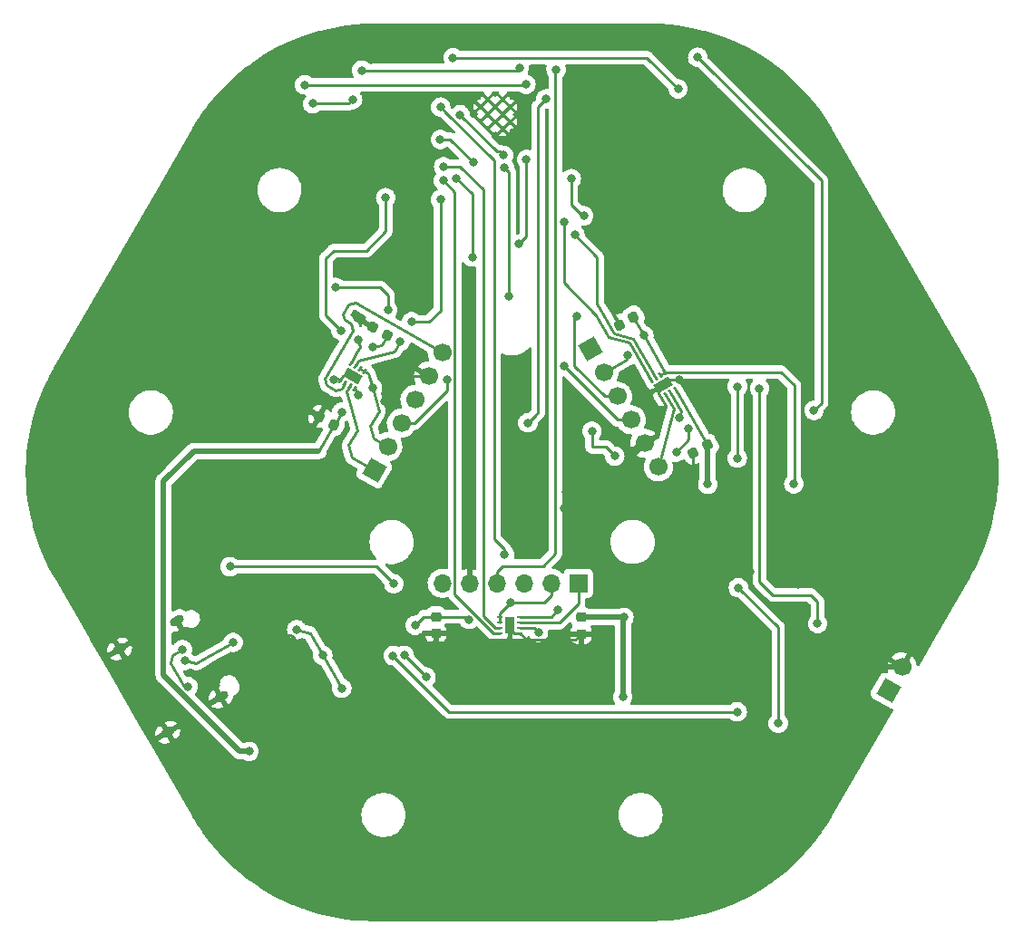
<source format=gbl>
G04 #@! TF.GenerationSoftware,KiCad,Pcbnew,6.0.2+dfsg-1*
G04 #@! TF.CreationDate,2024-12-02T22:35:52+09:00*
G04 #@! TF.ProjectId,omni_wheel,6f6d6e69-5f77-4686-9565-6c2e6b696361,rev?*
G04 #@! TF.SameCoordinates,Original*
G04 #@! TF.FileFunction,Copper,L2,Bot*
G04 #@! TF.FilePolarity,Positive*
%FSLAX46Y46*%
G04 Gerber Fmt 4.6, Leading zero omitted, Abs format (unit mm)*
G04 Created by KiCad (PCBNEW 6.0.2+dfsg-1) date 2024-12-02 22:35:52*
%MOMM*%
%LPD*%
G01*
G04 APERTURE LIST*
G04 Aperture macros list*
%AMRoundRect*
0 Rectangle with rounded corners*
0 $1 Rounding radius*
0 $2 $3 $4 $5 $6 $7 $8 $9 X,Y pos of 4 corners*
0 Add a 4 corners polygon primitive as box body*
4,1,4,$2,$3,$4,$5,$6,$7,$8,$9,$2,$3,0*
0 Add four circle primitives for the rounded corners*
1,1,$1+$1,$2,$3*
1,1,$1+$1,$4,$5*
1,1,$1+$1,$6,$7*
1,1,$1+$1,$8,$9*
0 Add four rect primitives between the rounded corners*
20,1,$1+$1,$2,$3,$4,$5,0*
20,1,$1+$1,$4,$5,$6,$7,0*
20,1,$1+$1,$6,$7,$8,$9,0*
20,1,$1+$1,$8,$9,$2,$3,0*%
%AMHorizOval*
0 Thick line with rounded ends*
0 $1 width*
0 $2 $3 position (X,Y) of the first rounded end (center of the circle)*
0 $4 $5 position (X,Y) of the second rounded end (center of the circle)*
0 Add line between two ends*
20,1,$1,$2,$3,$4,$5,0*
0 Add two circle primitives to create the rounded ends*
1,1,$1,$2,$3*
1,1,$1,$4,$5*%
%AMRotRect*
0 Rectangle, with rotation*
0 The origin of the aperture is its center*
0 $1 length*
0 $2 width*
0 $3 Rotation angle, in degrees counterclockwise*
0 Add horizontal line*
21,1,$1,$2,0,0,$3*%
G04 Aperture macros list end*
G04 #@! TA.AperFunction,ComponentPad*
%ADD10R,1.700000X1.700000*%
G04 #@! TD*
G04 #@! TA.AperFunction,ComponentPad*
%ADD11O,1.700000X1.700000*%
G04 #@! TD*
G04 #@! TA.AperFunction,ComponentPad*
%ADD12RotRect,1.700000X1.700000X30.000000*%
G04 #@! TD*
G04 #@! TA.AperFunction,ComponentPad*
%ADD13HorizOval,1.700000X0.000000X0.000000X0.000000X0.000000X0*%
G04 #@! TD*
G04 #@! TA.AperFunction,ComponentPad*
%ADD14C,0.300000*%
G04 #@! TD*
G04 #@! TA.AperFunction,ComponentPad*
%ADD15RotRect,1.700000X1.700000X150.000000*%
G04 #@! TD*
G04 #@! TA.AperFunction,ComponentPad*
%ADD16HorizOval,1.700000X0.000000X0.000000X0.000000X0.000000X0*%
G04 #@! TD*
G04 #@! TA.AperFunction,ComponentPad*
%ADD17HorizOval,0.800000X-0.259808X-0.150000X0.259808X0.150000X0*%
G04 #@! TD*
G04 #@! TA.AperFunction,SMDPad,CuDef*
%ADD18RoundRect,0.225000X0.319856X0.104006X-0.069856X0.329006X-0.319856X-0.104006X0.069856X-0.329006X0*%
G04 #@! TD*
G04 #@! TA.AperFunction,SMDPad,CuDef*
%ADD19RoundRect,0.225000X-0.250000X0.225000X-0.250000X-0.225000X0.250000X-0.225000X0.250000X0.225000X0*%
G04 #@! TD*
G04 #@! TA.AperFunction,SMDPad,CuDef*
%ADD20RotRect,0.500000X0.250000X120.000000*%
G04 #@! TD*
G04 #@! TA.AperFunction,SMDPad,CuDef*
%ADD21RotRect,0.900000X1.600000X120.000000*%
G04 #@! TD*
G04 #@! TA.AperFunction,SMDPad,CuDef*
%ADD22RoundRect,0.225000X0.069856X0.329006X-0.319856X0.104006X-0.069856X-0.329006X0.319856X-0.104006X0*%
G04 #@! TD*
G04 #@! TA.AperFunction,SMDPad,CuDef*
%ADD23R,0.500000X0.250000*%
G04 #@! TD*
G04 #@! TA.AperFunction,SMDPad,CuDef*
%ADD24R,0.900000X1.600000*%
G04 #@! TD*
G04 #@! TA.AperFunction,SMDPad,CuDef*
%ADD25RotRect,0.500000X0.250000X60.000000*%
G04 #@! TD*
G04 #@! TA.AperFunction,SMDPad,CuDef*
%ADD26RotRect,0.900000X1.600000X60.000000*%
G04 #@! TD*
G04 #@! TA.AperFunction,ViaPad*
%ADD27C,0.800000*%
G04 #@! TD*
G04 #@! TA.AperFunction,Conductor*
%ADD28C,0.250000*%
G04 #@! TD*
G04 #@! TA.AperFunction,Conductor*
%ADD29C,0.500000*%
G04 #@! TD*
G04 APERTURE END LIST*
D10*
X109272238Y-111418367D03*
D11*
X106732238Y-111418367D03*
X104192238Y-111418367D03*
X101652238Y-111418367D03*
X99112238Y-111418367D03*
X96572238Y-111418367D03*
D12*
X110397233Y-89539111D03*
D13*
X111667233Y-91738816D03*
X112937233Y-93938520D03*
X114207233Y-96138225D03*
X115477233Y-98337929D03*
X116747233Y-100537634D03*
D14*
X102925001Y-66877746D03*
X101525001Y-66877746D03*
X100125001Y-66877746D03*
X100125001Y-68277746D03*
X101525001Y-68277746D03*
X102925001Y-68277746D03*
X102225001Y-66177746D03*
X100825001Y-66177746D03*
X102225001Y-67577746D03*
X100825001Y-67577746D03*
X100825001Y-68977746D03*
X102225001Y-68977746D03*
D15*
X90217238Y-100857624D03*
D16*
X91487238Y-98657919D03*
X92757238Y-96458215D03*
X94027238Y-94258510D03*
X95297238Y-92058806D03*
X96567238Y-89859101D03*
D15*
X138225007Y-121437750D03*
D16*
X139495007Y-119238045D03*
D17*
X70935285Y-125346201D03*
X75908136Y-122059432D03*
X66445285Y-117569293D03*
X71778136Y-114906062D03*
D18*
X86443446Y-96605434D03*
X85101106Y-95830434D03*
D19*
X95984280Y-114541264D03*
X95984280Y-116091264D03*
D20*
X118331123Y-93329786D03*
X117898110Y-93579786D03*
X117465098Y-93829786D03*
X117032085Y-94079786D03*
X116082085Y-92434338D03*
X116515098Y-92184338D03*
X116948110Y-91934338D03*
X117381123Y-91684338D03*
D21*
X117206604Y-92882062D03*
D18*
X91403441Y-88265430D03*
X90061101Y-87490430D03*
D22*
X114422778Y-86510326D03*
X113080438Y-87285326D03*
X121356434Y-98499783D03*
X120014094Y-99274783D03*
D23*
X103814277Y-114596264D03*
X103814277Y-115096264D03*
X103814277Y-115596264D03*
X103814277Y-116096264D03*
X101914277Y-116096264D03*
X101914277Y-115596264D03*
X101914277Y-115096264D03*
X101914277Y-114596264D03*
D24*
X102864277Y-115346264D03*
D25*
X88366794Y-93245654D03*
X87933781Y-92995654D03*
X87500769Y-92745654D03*
X87067756Y-92495654D03*
X88017756Y-90850206D03*
X88450769Y-91100206D03*
X88883781Y-91350206D03*
X89316794Y-91600206D03*
D26*
X88192275Y-92047930D03*
D19*
X109544281Y-114591266D03*
X109544281Y-116141266D03*
D27*
X102293717Y-71426283D03*
X78938866Y-114695314D03*
X84421489Y-119443966D03*
X85419190Y-118152031D03*
X90174423Y-116978335D03*
X88624681Y-86629619D03*
X85769700Y-94634590D03*
X87187664Y-95418608D03*
X115390775Y-88236955D03*
X118679671Y-92408842D03*
X102919284Y-113216260D03*
X140459672Y-108458062D03*
X134569985Y-108437746D03*
X120014096Y-102182485D03*
X121356436Y-102151296D03*
X110549674Y-97208063D03*
X129389670Y-102128061D03*
X105474118Y-104152507D03*
X107979672Y-104438062D03*
X76275934Y-112185453D03*
X109384864Y-97682634D03*
X105474121Y-106571888D03*
X99182962Y-95944538D03*
X86415140Y-92421138D03*
X136044864Y-121222632D03*
X125332274Y-110377930D03*
X129764861Y-111492631D03*
X132421484Y-127118720D03*
X97549359Y-59777746D03*
X91176326Y-94439372D03*
X78099503Y-119203966D03*
X99214865Y-99872632D03*
X132452275Y-124727931D03*
X132502274Y-118767933D03*
X112708127Y-85655896D03*
X97964280Y-116136261D03*
X114189670Y-82328061D03*
X89956323Y-62469366D03*
X118584867Y-65212630D03*
X126194861Y-93192634D03*
X97569672Y-62308059D03*
X131604869Y-115172631D03*
X113919646Y-90137892D03*
X87192270Y-121223100D03*
X82985556Y-115739095D03*
X90058943Y-93170922D03*
X86616327Y-83769371D03*
X90066269Y-89367094D03*
X99064967Y-114795572D03*
X91496327Y-85879373D03*
X94044281Y-115336266D03*
X95054864Y-120172631D03*
X93034865Y-118152633D03*
X76754864Y-109862634D03*
X124100923Y-123426578D03*
X92054861Y-111452631D03*
X91984863Y-118182634D03*
X83724860Y-64842634D03*
X104384863Y-64792634D03*
X103764864Y-63262638D03*
X84484864Y-66602633D03*
X88204863Y-66222634D03*
X89034863Y-63492635D03*
X119586327Y-96989370D03*
X118416325Y-99149369D03*
X131266324Y-95249369D03*
X112676327Y-99529369D03*
X120416324Y-62259368D03*
X106254867Y-66142634D03*
X104564864Y-96422636D03*
X72821369Y-121061960D03*
X72313537Y-117602382D03*
X127934865Y-124492633D03*
X124114867Y-99712633D03*
X124124867Y-93032631D03*
X124214864Y-111822635D03*
X113533493Y-114591263D03*
X107396322Y-113909369D03*
X88698274Y-93796527D03*
X78534863Y-127122634D03*
X113424865Y-122042633D03*
X72550071Y-118632062D03*
X77053689Y-116932565D03*
X87123743Y-87783696D03*
X88717233Y-88703699D03*
X91286325Y-75379367D03*
X96396327Y-75563245D03*
X92648683Y-88814227D03*
X93713680Y-86969592D03*
X118731038Y-95933237D03*
X107914865Y-77642635D03*
X108954864Y-78872632D03*
X105554280Y-115996264D03*
X96679671Y-73798061D03*
X96699671Y-72488063D03*
X96419570Y-66915363D03*
X102406328Y-108749368D03*
X109776323Y-77079370D03*
X109146326Y-86459370D03*
X108616326Y-73599371D03*
X98236328Y-67639369D03*
X102406328Y-72609371D03*
X96389673Y-69948059D03*
X107946325Y-91159371D03*
X99456323Y-72079369D03*
X102826325Y-84619371D03*
X107194866Y-63392635D03*
X97022247Y-92349368D03*
X99366323Y-80929368D03*
X97916327Y-73589369D03*
X104436327Y-71809374D03*
X103696327Y-79719372D03*
D28*
X107194866Y-63392635D02*
X107134863Y-63452636D01*
X107134863Y-63452636D02*
X107134863Y-108655137D01*
X107134863Y-108655137D02*
X105980000Y-109810000D01*
X105980000Y-109810000D02*
X102220000Y-109810000D01*
X102220000Y-109810000D02*
X101652238Y-110377762D01*
X101652238Y-110377762D02*
X101652238Y-111418367D01*
X101660828Y-71063869D02*
X101931303Y-71063869D01*
X101931303Y-71063869D02*
X102293717Y-71426283D01*
X78938866Y-114695314D02*
X78102018Y-115178468D01*
X78102018Y-115178468D02*
X78078252Y-115267164D01*
X83747070Y-118275842D02*
X84421486Y-119443965D01*
X84421486Y-119443965D02*
X84421489Y-119443966D01*
X84216511Y-116068927D02*
X85419190Y-118152031D01*
X85419190Y-118152031D02*
X87192270Y-121223100D01*
X88634666Y-86666875D02*
X88624681Y-86629619D01*
X90061099Y-87490431D02*
X88634666Y-86666875D01*
X85637977Y-92320004D02*
X85637977Y-92320007D01*
X85637977Y-92320007D02*
X85794839Y-92905424D01*
X96567236Y-89859110D02*
X88488304Y-85194739D01*
X88488304Y-85194739D02*
X87799207Y-85379382D01*
X87799207Y-85379382D02*
X87289208Y-86262727D01*
X85637646Y-92318770D02*
X85637977Y-92320004D01*
X87289208Y-86262727D02*
X87435617Y-86809139D01*
X88067818Y-87174138D02*
X88239016Y-87813065D01*
X87435617Y-86809139D02*
X88067818Y-87174138D01*
X88239016Y-87813065D02*
X85637646Y-92318770D01*
X85769700Y-94634590D02*
X85094190Y-95804614D01*
X85094190Y-95804614D02*
X85101106Y-95830434D01*
X87187664Y-95418608D02*
X86513252Y-96586729D01*
X86513252Y-96586729D02*
X86443448Y-96605430D01*
X117381123Y-91684342D02*
X115390775Y-88236955D01*
X115390775Y-88236955D02*
X114413627Y-86544476D01*
X117710608Y-92378061D02*
X118679674Y-92378059D01*
X117206604Y-92882062D02*
X117710608Y-92378061D01*
X118679674Y-92378059D02*
X118679671Y-92408842D01*
X97964280Y-116136261D02*
X98548794Y-116720775D01*
X98548794Y-116720775D02*
X104438788Y-116720775D01*
D29*
X140439355Y-108437744D02*
X140459672Y-108458062D01*
X136165003Y-108437746D02*
X140439355Y-108437744D01*
D28*
X136165003Y-108437746D02*
X134569990Y-108437745D01*
X134569990Y-108437745D02*
X134569985Y-108437746D01*
X120014096Y-102182485D02*
X120014091Y-109561862D01*
X120014096Y-99274781D02*
X120014096Y-102182485D01*
D29*
X121356436Y-102151296D02*
X121356435Y-98499780D01*
D28*
X110549674Y-97208063D02*
X110549673Y-98650331D01*
X110549673Y-98650331D02*
X110562270Y-98662933D01*
X129429776Y-102087958D02*
X129389670Y-102128061D01*
X129429776Y-92927546D02*
X129429776Y-102087958D01*
D29*
X113533493Y-114591263D02*
X109544279Y-114591263D01*
D28*
X105474121Y-106571888D02*
X105474118Y-104152507D01*
X107979672Y-104438062D02*
X107979672Y-102860330D01*
X107979672Y-102860330D02*
X107972272Y-102852929D01*
X88192275Y-92047930D02*
X87911662Y-91885918D01*
D29*
X109434567Y-102852932D02*
X110962232Y-102852933D01*
D28*
X87911662Y-91885918D02*
X87329769Y-92041842D01*
X116770078Y-93625975D02*
X116925995Y-93044073D01*
X99214865Y-95976439D02*
X99182962Y-95944538D01*
X132452275Y-124727931D02*
X132452273Y-127087936D01*
X78078252Y-115267164D02*
X76303256Y-112192770D01*
X113089570Y-84647336D02*
X114190006Y-83546899D01*
D29*
X136794865Y-120472634D02*
X136794865Y-119612633D01*
D28*
X79128254Y-117085818D02*
X79143254Y-117111795D01*
D29*
X136794865Y-119612633D02*
X137169454Y-119238044D01*
D28*
X136165006Y-111122494D02*
X136165003Y-108437746D01*
X79132277Y-117152774D02*
X78671086Y-118873969D01*
X86772734Y-92325320D02*
X86415140Y-92421138D01*
X113080432Y-87285328D02*
X112527933Y-86328371D01*
X78671086Y-118873969D02*
X78099503Y-119203966D01*
X82654572Y-116383572D02*
X83747070Y-118275842D01*
X117206604Y-92882062D02*
X117206600Y-92767301D01*
X120830163Y-110377928D02*
X125332274Y-110377930D01*
X93556891Y-92058810D02*
X91176326Y-94439372D01*
X79132277Y-117152774D02*
X81158776Y-115982773D01*
X87329769Y-92041842D02*
X87067753Y-92495656D01*
D29*
X136044864Y-121222632D02*
X136794865Y-120472634D01*
X107972272Y-102852929D02*
X109434567Y-102852932D01*
D28*
X112958012Y-84723292D02*
X113089570Y-84647336D01*
X95297236Y-92058809D02*
X93556891Y-92058810D01*
X117206600Y-92767301D02*
X117216370Y-92757536D01*
X99214865Y-99872632D02*
X99214865Y-95976439D01*
D29*
X110962232Y-102852933D02*
X115477231Y-98337928D01*
D28*
X95622208Y-116978328D02*
X95984280Y-116616264D01*
X112708127Y-85655896D02*
X112958012Y-84723292D01*
X129764861Y-111492631D02*
X135794863Y-111492631D01*
X103814278Y-116096263D02*
X104438788Y-116720775D01*
X109384864Y-102803228D02*
X109434567Y-102852932D01*
X92647949Y-59777745D02*
X94275003Y-59777744D01*
X89956323Y-62469366D02*
X92647949Y-59777745D01*
X135794863Y-111492631D02*
X136165006Y-111122494D01*
X97549356Y-59777744D02*
X97549359Y-59777746D01*
X117032083Y-94079787D02*
X116770078Y-93625975D01*
X108964770Y-116720776D02*
X109544279Y-116141267D01*
X114190003Y-82328393D02*
X114189670Y-82328061D01*
X95984280Y-116616264D02*
X95984279Y-116091262D01*
X115477231Y-98337928D02*
X116694326Y-97635238D01*
X90174423Y-116978335D02*
X95622208Y-116978328D01*
X97122216Y-116978328D02*
X97964280Y-116136261D01*
X81158776Y-115982773D02*
X82654572Y-116383572D01*
X116694326Y-97635238D02*
X117452088Y-94807247D01*
X95622208Y-116978328D02*
X97122216Y-116978328D01*
X104438788Y-116720775D02*
X108964770Y-116720776D01*
X114190006Y-83546899D02*
X114190003Y-82328393D01*
X94275003Y-59777744D02*
X97549356Y-59777744D01*
X102864277Y-115346264D02*
X102864280Y-115670283D01*
X116925995Y-93044073D02*
X117206604Y-92882062D01*
X120014091Y-109561862D02*
X120830163Y-110377928D01*
X79143254Y-117111795D02*
X79132277Y-117152774D01*
X78078252Y-115267164D02*
X79128254Y-117085818D01*
X112527933Y-86328371D02*
X112708127Y-85655896D01*
X132452273Y-127087936D02*
X132421484Y-127118720D01*
X109499277Y-116096263D02*
X109544279Y-116141267D01*
X117452088Y-94807247D02*
X117032083Y-94079787D01*
X132502274Y-118767933D02*
X132502277Y-124677929D01*
X109384864Y-97682634D02*
X109384864Y-102803228D01*
X87067753Y-92495656D02*
X86772734Y-92325320D01*
X76303256Y-112192770D02*
X76275934Y-112185453D01*
X132502277Y-124677929D02*
X132452275Y-124727931D01*
D29*
X137169454Y-119238044D02*
X139495007Y-119238043D01*
D28*
X102864280Y-115670283D02*
X103290260Y-116096263D01*
X103290260Y-116096263D02*
X103814278Y-116096263D01*
X130994864Y-112522636D02*
X127464863Y-112522634D01*
X126194860Y-111252634D02*
X126194861Y-93192634D01*
X127464863Y-112522634D02*
X126194860Y-111252634D01*
X115689976Y-62317750D02*
X97579357Y-62317748D01*
X131604869Y-115172631D02*
X131604864Y-113132634D01*
X131604864Y-113132634D02*
X130994864Y-112522636D01*
X118584867Y-65212630D02*
X115689976Y-62317750D01*
X97579357Y-62317748D02*
X97569672Y-62308059D01*
X82985556Y-115739095D02*
X84216511Y-116068927D01*
X86616327Y-83769371D02*
X90766323Y-83769369D01*
X91487239Y-98657929D02*
X90179199Y-97902730D01*
X91496327Y-84499372D02*
X91496327Y-85879373D01*
X90649865Y-95376277D02*
X90058943Y-93170922D01*
X101914279Y-114596264D02*
X101914284Y-114221267D01*
X113824399Y-90493372D02*
X113919646Y-90137892D01*
X89866021Y-96733936D02*
X90649865Y-95376277D01*
X101914279Y-114596264D02*
X101914280Y-115096267D01*
X94839282Y-114541260D02*
X94044281Y-115336266D01*
X90179199Y-97902730D02*
X89866021Y-96733936D01*
X95984282Y-114541261D02*
X94839282Y-114541260D01*
X91403439Y-88265434D02*
X90895713Y-89144844D01*
X128186570Y-91684338D02*
X129429776Y-92927546D01*
X90058943Y-93170922D02*
X89696866Y-91819639D01*
X89696866Y-91819639D02*
X89316795Y-91600206D01*
X106094280Y-113216265D02*
X106732238Y-112578305D01*
X98810660Y-114541258D02*
X99064967Y-114795572D01*
X90766323Y-83769369D02*
X91496327Y-84499372D01*
X106732238Y-112578305D02*
X106732238Y-111418365D01*
X102919284Y-113216260D02*
X106094280Y-113216265D01*
X95984282Y-114541261D02*
X98810660Y-114541258D01*
X89316796Y-91600202D02*
X88883778Y-91350209D01*
X101914284Y-114221267D02*
X102919284Y-113216260D01*
X116948113Y-91934337D02*
X117381123Y-91684342D01*
X117381125Y-91684339D02*
X128186570Y-91684338D01*
X114413627Y-86544476D02*
X114422773Y-86510327D01*
X90895713Y-89144844D02*
X90066269Y-89367094D01*
X111667237Y-91738810D02*
X113824399Y-90493372D01*
X95054864Y-120172631D02*
X93034865Y-118152633D01*
X91984863Y-118182634D02*
X97228809Y-123426575D01*
X97228809Y-123426575D02*
X124100923Y-123426578D01*
X90464861Y-109862636D02*
X92054861Y-111452631D01*
X76754864Y-109862634D02*
X90464861Y-109862636D01*
X83724860Y-64842634D02*
X104334865Y-64842633D01*
X104334865Y-64842633D02*
X104384863Y-64792634D01*
X89034863Y-63492635D02*
X103534862Y-63492637D01*
X103534862Y-63492637D02*
X103764864Y-63262638D01*
X84484864Y-66602633D02*
X87824861Y-66602636D01*
X87824861Y-66602636D02*
X88204863Y-66222634D01*
X110562270Y-98662933D02*
X111809887Y-98662932D01*
X119586323Y-97979368D02*
X119586327Y-96989370D01*
X131956326Y-94559373D02*
X131956324Y-73799370D01*
X118416325Y-99149369D02*
X119586323Y-97979368D01*
X111809887Y-98662932D02*
X112676327Y-99529369D01*
X131956324Y-73799370D02*
X120416324Y-62259368D01*
X131266324Y-95249369D02*
X131956326Y-94559373D01*
X105254865Y-95732634D02*
X105514862Y-95472636D01*
X105514862Y-66932636D02*
X105514866Y-66882631D01*
X104564864Y-96422636D02*
X105254865Y-95732634D01*
X105514862Y-95472636D02*
X105514862Y-66932636D01*
X105514866Y-66882631D02*
X106254867Y-66142634D01*
X72384237Y-120944832D02*
X71189239Y-118875034D01*
X71189239Y-118875034D02*
X71386888Y-118137379D01*
X71386888Y-118137379D02*
X72313537Y-117602382D01*
X72821369Y-121061960D02*
X72384237Y-120944832D01*
X124114867Y-99712633D02*
X124124864Y-99702631D01*
X124124864Y-99702631D02*
X124124867Y-93032631D01*
X127934865Y-115542636D02*
X124214864Y-111822635D01*
X127934865Y-124492633D02*
X127934865Y-115542636D01*
D29*
X77680645Y-127122635D02*
X70564866Y-120006849D01*
D28*
X85171221Y-98808987D02*
X85034300Y-99046142D01*
D29*
X113424862Y-114699892D02*
X113533493Y-114591263D01*
D28*
X88366794Y-93245656D02*
X88584327Y-93371250D01*
D29*
X70564866Y-120006849D02*
X70564865Y-101882635D01*
D28*
X88584327Y-93371250D02*
X88698274Y-93796527D01*
X86443442Y-96605432D02*
X85171221Y-98808987D01*
D29*
X73401356Y-99046142D02*
X85034300Y-99046142D01*
D28*
X121356438Y-98499785D02*
X121308620Y-98486968D01*
X106729778Y-114596262D02*
X106729779Y-114575918D01*
X106729779Y-114575918D02*
X107396322Y-113909369D01*
X103814282Y-114596260D02*
X106729778Y-114596262D01*
D29*
X113424865Y-122042633D02*
X113424862Y-114699892D01*
X70564865Y-101882635D02*
X73401356Y-99046142D01*
X78534863Y-127122634D02*
X77680645Y-127122635D01*
D28*
X121308620Y-98486968D02*
X118331120Y-93329788D01*
X73615568Y-118917564D02*
X77053689Y-116932565D01*
X72550071Y-118632062D02*
X73615568Y-118917564D01*
X87933778Y-92995653D02*
X87671769Y-93449470D01*
X88138437Y-99657432D02*
X90217238Y-100857624D01*
X87671769Y-93449470D02*
X88649973Y-97100186D01*
X88649973Y-97100186D02*
X87832579Y-98515961D01*
X87832579Y-98515961D02*
X88138437Y-99657432D01*
X86600406Y-93370515D02*
X85794839Y-92905424D01*
X87238758Y-93199471D02*
X86600406Y-93370515D01*
X87500767Y-92745654D02*
X87238758Y-93199471D01*
X88583350Y-89870576D02*
X88888349Y-89342294D01*
X89456327Y-80359372D02*
X86406328Y-80359370D01*
X88017753Y-90850206D02*
X88583350Y-89870576D01*
X85706327Y-81059372D02*
X85706325Y-86369373D01*
X91286325Y-75379367D02*
X91286327Y-78529372D01*
X87120647Y-87783695D02*
X87123743Y-87783696D01*
X88888349Y-89342294D02*
X88717233Y-88703699D01*
X85706325Y-86369373D02*
X87120647Y-87783695D01*
X86406328Y-80359370D02*
X85706327Y-81059372D01*
X91286327Y-78529372D02*
X89456327Y-80359372D01*
X96396327Y-75563245D02*
X96396326Y-85919369D01*
X92117609Y-89734067D02*
X92648683Y-88814227D01*
X88450767Y-91100210D02*
X88712780Y-90646390D01*
X96396326Y-85919369D02*
X95346106Y-86969593D01*
X88712780Y-90646390D02*
X92117609Y-89734067D01*
X95346106Y-86969593D02*
X93713680Y-86969592D01*
X118897722Y-95311164D02*
X118731038Y-95933237D01*
X117898108Y-93579787D02*
X118897722Y-95311164D01*
X116747237Y-100537632D02*
X118202408Y-95106849D01*
X118202408Y-95106849D02*
X117465098Y-93829789D01*
X116082087Y-92434342D02*
X114058510Y-88929411D01*
X114058510Y-88929411D02*
X112105095Y-88405993D01*
X110939823Y-86387677D02*
X110853668Y-86238455D01*
X112105095Y-88405993D02*
X110939823Y-86387677D01*
X107914865Y-83362725D02*
X107914865Y-77642635D01*
X110939823Y-86387677D02*
X107914865Y-83362725D01*
X111034915Y-80952690D02*
X108954864Y-78872632D01*
X116515099Y-92184339D02*
X114423667Y-88561875D01*
X114423667Y-88561875D02*
X112648491Y-88086214D01*
X111034923Y-85291435D02*
X111034915Y-80952690D01*
X112648491Y-88086214D02*
X111034923Y-85291435D01*
X109272235Y-113318308D02*
X109272238Y-111418367D01*
X103814281Y-115096262D02*
X107494282Y-115096261D01*
X107494282Y-115096261D02*
X109272235Y-113318308D01*
X105154280Y-115596261D02*
X105554280Y-115996264D01*
X103814276Y-115596260D02*
X105154280Y-115596261D01*
X101914279Y-116096263D02*
X101390258Y-116096261D01*
X101390258Y-116096261D02*
X97746747Y-112452754D01*
X97746749Y-74865139D02*
X96679671Y-73798061D01*
X97746751Y-75278728D02*
X97746749Y-74865139D01*
X97746747Y-112452754D02*
X97746751Y-75278728D01*
X100394279Y-114464568D02*
X100394282Y-74636263D01*
X100394282Y-74636263D02*
X98235765Y-72477745D01*
X98235765Y-72477745D02*
X96709984Y-72477746D01*
X101914284Y-115596267D02*
X101525976Y-115596265D01*
X96709984Y-72477746D02*
X96699671Y-72488063D01*
X101525976Y-115596265D02*
X100394279Y-114464568D01*
X96889979Y-67397748D02*
X96889978Y-67388368D01*
X101406813Y-107248258D02*
X101406813Y-71914582D01*
X102404861Y-108747909D02*
X102406328Y-108749368D01*
X96419570Y-66917960D02*
X96419570Y-66915363D01*
X96889978Y-67388368D02*
X96419570Y-66917960D01*
X101406813Y-71914582D02*
X96889979Y-67397748D01*
X102404861Y-108246307D02*
X102404861Y-108747909D01*
X102404861Y-108246307D02*
X101406813Y-107248258D01*
X109776323Y-77079370D02*
X109676326Y-77079372D01*
X101660828Y-71063869D02*
X98236328Y-67639369D01*
X112937234Y-93938521D02*
X111735156Y-93938519D01*
X108616327Y-76019372D02*
X108616326Y-73599371D01*
X108911595Y-86694101D02*
X109146326Y-86459370D01*
X108911592Y-91114959D02*
X108911595Y-86694101D01*
X111735156Y-93938519D02*
X108911592Y-91114959D01*
X109676326Y-77079372D02*
X108616327Y-76019372D01*
X99456323Y-72079369D02*
X97314703Y-69937745D01*
X102826326Y-73029373D02*
X102406328Y-72609371D01*
X97314703Y-69937745D02*
X96399987Y-69937746D01*
X96399987Y-69937746D02*
X96389673Y-69948059D01*
X102826325Y-84619371D02*
X102826326Y-73029373D01*
X114207233Y-96138222D02*
X112925182Y-96138225D01*
X112925182Y-96138225D02*
X107946325Y-91159371D01*
X97022251Y-93395288D02*
X97022247Y-92349368D01*
X99366323Y-80929368D02*
X99366326Y-75039372D01*
X93959320Y-96458218D02*
X97022251Y-93395288D01*
X99366326Y-75039372D02*
X97916327Y-73589369D01*
X92757237Y-96458217D02*
X93959320Y-96458218D01*
X103696327Y-79719372D02*
X104436328Y-78979370D01*
X104436328Y-78979370D02*
X104436327Y-71809374D01*
G04 #@! TA.AperFunction,Conductor*
G36*
X116012291Y-59138374D02*
G01*
X116027092Y-59140679D01*
X116027095Y-59140679D01*
X116035964Y-59142060D01*
X116061344Y-59138741D01*
X116080429Y-59137707D01*
X116889726Y-59155366D01*
X116895207Y-59155606D01*
X117738334Y-59210866D01*
X117743802Y-59211345D01*
X118583730Y-59303332D01*
X118589130Y-59304042D01*
X119424287Y-59432585D01*
X119429688Y-59433538D01*
X120258398Y-59598378D01*
X120263737Y-59599562D01*
X120925948Y-59761603D01*
X121084464Y-59800392D01*
X121089775Y-59801815D01*
X121900959Y-60038254D01*
X121906201Y-60039907D01*
X122706289Y-60311500D01*
X122711435Y-60313373D01*
X123498946Y-60619619D01*
X123504013Y-60621718D01*
X123819245Y-60760423D01*
X124277393Y-60962013D01*
X124282375Y-60964336D01*
X125040160Y-61338034D01*
X125045036Y-61340572D01*
X125785831Y-61746985D01*
X125790592Y-61749734D01*
X126512940Y-62188066D01*
X126517562Y-62191010D01*
X127220105Y-62660434D01*
X127224590Y-62663574D01*
X127644208Y-62971251D01*
X127906009Y-63163212D01*
X127910370Y-63166559D01*
X128569293Y-63695400D01*
X128573505Y-63698933D01*
X128768471Y-63869914D01*
X129208766Y-64256042D01*
X129208777Y-64256052D01*
X129212819Y-64259756D01*
X129303455Y-64346521D01*
X129823178Y-64844048D01*
X129827065Y-64847935D01*
X130411357Y-65458294D01*
X130415059Y-65462334D01*
X130972199Y-66097632D01*
X130975671Y-66101769D01*
X131504571Y-66760766D01*
X131507900Y-66765105D01*
X131623023Y-66922113D01*
X132007537Y-67446524D01*
X132010666Y-67450993D01*
X132340869Y-67945177D01*
X132480097Y-68153547D01*
X132483051Y-68158184D01*
X132612958Y-68372265D01*
X132895166Y-68837329D01*
X132899017Y-68843676D01*
X132908808Y-68863574D01*
X132915179Y-68880040D01*
X132920639Y-68887168D01*
X132934513Y-68905282D01*
X132943603Y-68918899D01*
X145851140Y-91275407D01*
X145859531Y-91292940D01*
X145868175Y-91315283D01*
X145873633Y-91322408D01*
X145873633Y-91322409D01*
X145883730Y-91335591D01*
X145894168Y-91351602D01*
X145943894Y-91442240D01*
X146283534Y-92061321D01*
X146286072Y-92066198D01*
X146659770Y-92823982D01*
X146662093Y-92828964D01*
X146836463Y-93225249D01*
X147002385Y-93602333D01*
X147002385Y-93602334D01*
X147004485Y-93607403D01*
X147310729Y-94394906D01*
X147310729Y-94394907D01*
X147312604Y-94400058D01*
X147521712Y-95016073D01*
X147584200Y-95200156D01*
X147585853Y-95205398D01*
X147822292Y-96016581D01*
X147823715Y-96021892D01*
X147856653Y-96156497D01*
X148024544Y-96842614D01*
X148025728Y-96847953D01*
X148190571Y-97676669D01*
X148191523Y-97682064D01*
X148320066Y-98517225D01*
X148320776Y-98522625D01*
X148412153Y-99356982D01*
X148412763Y-99362549D01*
X148413242Y-99368021D01*
X148468048Y-100204194D01*
X148468503Y-100211143D01*
X148468743Y-100216629D01*
X148477539Y-100619761D01*
X148487175Y-101061371D01*
X148487175Y-101066869D01*
X148469010Y-101899387D01*
X148468743Y-101911605D01*
X148468503Y-101917092D01*
X148417638Y-102693148D01*
X148413242Y-102760215D01*
X148412763Y-102765687D01*
X148364294Y-103208262D01*
X148320779Y-103605593D01*
X148320066Y-103611015D01*
X148191526Y-104446157D01*
X148190571Y-104451571D01*
X148025731Y-105280273D01*
X148024544Y-105285626D01*
X147883794Y-105860826D01*
X147823715Y-106106348D01*
X147822292Y-106111659D01*
X147585853Y-106922842D01*
X147584201Y-106928082D01*
X147312604Y-107728182D01*
X147310734Y-107733318D01*
X147005209Y-108518975D01*
X147004489Y-108520827D01*
X147002389Y-108525896D01*
X146910308Y-108735167D01*
X146662093Y-109299276D01*
X146659770Y-109304258D01*
X146529303Y-109568820D01*
X146286730Y-110060710D01*
X146286064Y-110062060D01*
X146283532Y-110066924D01*
X146176243Y-110262485D01*
X145897851Y-110769924D01*
X145885514Y-110788353D01*
X145880076Y-110795105D01*
X145880074Y-110795108D01*
X145874445Y-110802097D01*
X145871003Y-110810385D01*
X145871003Y-110810386D01*
X145862252Y-110831460D01*
X145855005Y-110846139D01*
X142588855Y-116503277D01*
X141119230Y-119048743D01*
X141078292Y-119119649D01*
X141026910Y-119168642D01*
X140957196Y-119182078D01*
X140891285Y-119155692D01*
X140850103Y-119097860D01*
X140843597Y-119066974D01*
X140839788Y-119020648D01*
X140838103Y-119010469D01*
X140786221Y-118803920D01*
X140782901Y-118794169D01*
X140697979Y-118598859D01*
X140693112Y-118589784D01*
X140577433Y-118410971D01*
X140571143Y-118402802D01*
X140427813Y-118245285D01*
X140420281Y-118238261D01*
X140396890Y-118219788D01*
X140383850Y-118214537D01*
X140373582Y-118224307D01*
X139841977Y-119145075D01*
X139650977Y-119475896D01*
X139599595Y-119524889D01*
X139529881Y-119538325D01*
X139478858Y-119522015D01*
X138225765Y-118798541D01*
X138212060Y-118795216D01*
X138206539Y-118802238D01*
X138157871Y-118977727D01*
X138155940Y-118987845D01*
X138133309Y-119199619D01*
X138133057Y-119209908D01*
X138145316Y-119422522D01*
X138146752Y-119432742D01*
X138191525Y-119631410D01*
X138186989Y-119702261D01*
X138144867Y-119759413D01*
X138078534Y-119784719D01*
X138047922Y-119783401D01*
X138013841Y-119777729D01*
X137934398Y-119764506D01*
X137934396Y-119764506D01*
X137925540Y-119763032D01*
X137881285Y-119768348D01*
X137789835Y-119779334D01*
X137789832Y-119779335D01*
X137780923Y-119780405D01*
X137732579Y-119801075D01*
X137655247Y-119834139D01*
X137655245Y-119834140D01*
X137646994Y-119837668D01*
X137640060Y-119843373D01*
X137640061Y-119843373D01*
X137540624Y-119925195D01*
X137540622Y-119925197D01*
X137534519Y-119930219D01*
X137497578Y-119980693D01*
X136599444Y-121536307D01*
X136574203Y-121593536D01*
X136572907Y-121601323D01*
X136572906Y-121601326D01*
X136551763Y-121728359D01*
X136550289Y-121737217D01*
X136552344Y-121754326D01*
X136565313Y-121862278D01*
X136567662Y-121881834D01*
X136624925Y-122015763D01*
X136630630Y-122022696D01*
X136698794Y-122105534D01*
X136717476Y-122128238D01*
X136767950Y-122165179D01*
X138323564Y-123063313D01*
X138380793Y-123088554D01*
X138388580Y-123089850D01*
X138388583Y-123089851D01*
X138515616Y-123110994D01*
X138515618Y-123110994D01*
X138524474Y-123112468D01*
X138533390Y-123111397D01*
X138533392Y-123111397D01*
X138541471Y-123110427D01*
X138611491Y-123122163D01*
X138664050Y-123169892D01*
X138682462Y-123238460D01*
X138665616Y-123298526D01*
X132947469Y-133202647D01*
X132936483Y-133218677D01*
X132921448Y-133237343D01*
X132918006Y-133245633D01*
X132911631Y-133260985D01*
X132902983Y-133278030D01*
X132483050Y-133970058D01*
X132480096Y-133974695D01*
X132010664Y-134677249D01*
X132007535Y-134681718D01*
X131683165Y-135124103D01*
X131507898Y-135363137D01*
X131504553Y-135367496D01*
X131076208Y-135901203D01*
X130975701Y-136026432D01*
X130972197Y-136030609D01*
X130415057Y-136665907D01*
X130411355Y-136669947D01*
X129827063Y-137280306D01*
X129823176Y-137284193D01*
X129212828Y-137868474D01*
X129208775Y-137872188D01*
X128573503Y-138429307D01*
X128569291Y-138432840D01*
X127910369Y-138961681D01*
X127906008Y-138965028D01*
X127705381Y-139112134D01*
X127224589Y-139464665D01*
X127220120Y-139467794D01*
X127059864Y-139574874D01*
X126517566Y-139937226D01*
X126512929Y-139940180D01*
X125790601Y-140378499D01*
X125785841Y-140381248D01*
X125045037Y-140787667D01*
X125040160Y-140790205D01*
X124282375Y-141163903D01*
X124277393Y-141166226D01*
X123819952Y-141367506D01*
X123504013Y-141506522D01*
X123498956Y-141508617D01*
X122711435Y-141814867D01*
X122706299Y-141816737D01*
X122050280Y-142039425D01*
X121906195Y-142088335D01*
X121900952Y-142089988D01*
X121089781Y-142326422D01*
X121084472Y-142327845D01*
X120939065Y-142363426D01*
X120263727Y-142528680D01*
X120258402Y-142529861D01*
X119429722Y-142694696D01*
X119429692Y-142694702D01*
X119424288Y-142695655D01*
X118589131Y-142824198D01*
X118583731Y-142824908D01*
X117743803Y-142916895D01*
X117738335Y-142917374D01*
X116895208Y-142972635D01*
X116889727Y-142972875D01*
X116318192Y-142985346D01*
X116088083Y-142990367D01*
X116065949Y-142988897D01*
X116061845Y-142988258D01*
X116057376Y-142987562D01*
X116057375Y-142987562D01*
X116048506Y-142986181D01*
X116039604Y-142987345D01*
X116039601Y-142987345D01*
X116016985Y-142990303D01*
X116000647Y-142991367D01*
X104207564Y-142991366D01*
X90185573Y-142991364D01*
X90166188Y-142989864D01*
X90151387Y-142987559D01*
X90151384Y-142987559D01*
X90142515Y-142986178D01*
X90117135Y-142989497D01*
X90098050Y-142990531D01*
X89288754Y-142972872D01*
X89283273Y-142972632D01*
X88440147Y-142917370D01*
X88434679Y-142916891D01*
X87594775Y-142824907D01*
X87589326Y-142824190D01*
X86754201Y-142695651D01*
X86748788Y-142694696D01*
X86327817Y-142610960D01*
X85920088Y-142529858D01*
X85914750Y-142528674D01*
X85094002Y-142327838D01*
X85088697Y-142326416D01*
X84277531Y-142089983D01*
X84272288Y-142088330D01*
X83636926Y-141872654D01*
X83472184Y-141816732D01*
X83467048Y-141814862D01*
X82679530Y-141508613D01*
X82674471Y-141506517D01*
X82358532Y-141367501D01*
X81901091Y-141166221D01*
X81896109Y-141163898D01*
X81138325Y-140790200D01*
X81133448Y-140787662D01*
X80392644Y-140381243D01*
X80387884Y-140378494D01*
X79665556Y-139940175D01*
X79660919Y-139937221D01*
X79463336Y-139805201D01*
X78958365Y-139467790D01*
X78953885Y-139464653D01*
X78357312Y-139027227D01*
X78272478Y-138965024D01*
X78268117Y-138961677D01*
X77609194Y-138432836D01*
X77604982Y-138429303D01*
X77259932Y-138126702D01*
X76969706Y-137872181D01*
X76965657Y-137868471D01*
X76355309Y-137284189D01*
X76351422Y-137280302D01*
X75767141Y-136669955D01*
X75763427Y-136665902D01*
X75683292Y-136574525D01*
X75206308Y-136030630D01*
X75202775Y-136026418D01*
X74673934Y-135367496D01*
X74670587Y-135363135D01*
X74417191Y-135017547D01*
X74170950Y-134681716D01*
X74167821Y-134677247D01*
X73825990Y-134165661D01*
X73698389Y-133974693D01*
X73695435Y-133970056D01*
X73467126Y-133593815D01*
X73279468Y-133284564D01*
X73269678Y-133264668D01*
X73263307Y-133248202D01*
X73257852Y-133241080D01*
X73257849Y-133241075D01*
X73243970Y-133222955D01*
X73234880Y-133209338D01*
X73138567Y-133042519D01*
X89026545Y-133042519D01*
X89026952Y-133049571D01*
X89042698Y-133322659D01*
X89043523Y-133326866D01*
X89043524Y-133326871D01*
X89054446Y-133382538D01*
X89096721Y-133598015D01*
X89098108Y-133602066D01*
X89186224Y-133859435D01*
X89186226Y-133859439D01*
X89187613Y-133863491D01*
X89215913Y-133919759D01*
X89309529Y-134105892D01*
X89313695Y-134114176D01*
X89472631Y-134345430D01*
X89661482Y-134552974D01*
X89664771Y-134555724D01*
X89873461Y-134730216D01*
X89873464Y-134730218D01*
X89876753Y-134732968D01*
X89936155Y-134770231D01*
X90110820Y-134879799D01*
X90110822Y-134879800D01*
X90114460Y-134882082D01*
X90242332Y-134939818D01*
X90366292Y-134995789D01*
X90366295Y-134995790D01*
X90370204Y-134997555D01*
X90374324Y-134998775D01*
X90374323Y-134998775D01*
X90635141Y-135076033D01*
X90635145Y-135076034D01*
X90639254Y-135077251D01*
X90643488Y-135077899D01*
X90643493Y-135077900D01*
X90912389Y-135119046D01*
X90912391Y-135119046D01*
X90916631Y-135119695D01*
X91059441Y-135121939D01*
X91192910Y-135124036D01*
X91192916Y-135124036D01*
X91197201Y-135124103D01*
X91475774Y-135090392D01*
X91747194Y-135019186D01*
X92006440Y-134911803D01*
X92248713Y-134770230D01*
X92469531Y-134597087D01*
X92515354Y-134549802D01*
X92661825Y-134398655D01*
X92664808Y-134395577D01*
X92667344Y-134392125D01*
X92667345Y-134392124D01*
X92828392Y-134172884D01*
X92830930Y-134169429D01*
X92832976Y-134165661D01*
X92962773Y-133926604D01*
X92962774Y-133926602D01*
X92964823Y-133922828D01*
X93062338Y-133664763D01*
X93062492Y-133664356D01*
X93062493Y-133664352D01*
X93064010Y-133660338D01*
X93126655Y-133386815D01*
X93132764Y-133318374D01*
X93151380Y-133109785D01*
X93151600Y-133107320D01*
X93152052Y-133064120D01*
X93150872Y-133046802D01*
X93150580Y-133042521D01*
X113026547Y-133042521D01*
X113026954Y-133049573D01*
X113042700Y-133322661D01*
X113043525Y-133326868D01*
X113043526Y-133326873D01*
X113067233Y-133447706D01*
X113096723Y-133598016D01*
X113187615Y-133863493D01*
X113313697Y-134114177D01*
X113316124Y-134117708D01*
X113470203Y-134341895D01*
X113472633Y-134345431D01*
X113661484Y-134552975D01*
X113664772Y-134555724D01*
X113664773Y-134555725D01*
X113873462Y-134730218D01*
X113873467Y-134730222D01*
X113876754Y-134732970D01*
X113939606Y-134772397D01*
X114110821Y-134879800D01*
X114110825Y-134879802D01*
X114114461Y-134882083D01*
X114180286Y-134911804D01*
X114366293Y-134995790D01*
X114366297Y-134995792D01*
X114370205Y-134997556D01*
X114374325Y-134998776D01*
X114374324Y-134998776D01*
X114635142Y-135076034D01*
X114635146Y-135076035D01*
X114639255Y-135077252D01*
X114643489Y-135077900D01*
X114643494Y-135077901D01*
X114912390Y-135119047D01*
X114912392Y-135119047D01*
X114916632Y-135119696D01*
X115059442Y-135121940D01*
X115192911Y-135124037D01*
X115192917Y-135124037D01*
X115197202Y-135124104D01*
X115475775Y-135090393D01*
X115747195Y-135019187D01*
X116006440Y-134911804D01*
X116054280Y-134883849D01*
X116245007Y-134772397D01*
X116248714Y-134770231D01*
X116469532Y-134597088D01*
X116509616Y-134555725D01*
X116661825Y-134398656D01*
X116661826Y-134398655D01*
X116664808Y-134395578D01*
X116667341Y-134392130D01*
X116667345Y-134392125D01*
X116828392Y-134172885D01*
X116828393Y-134172884D01*
X116830930Y-134169430D01*
X116832976Y-134165662D01*
X116962773Y-133926606D01*
X116962774Y-133926604D01*
X116964823Y-133922830D01*
X117027871Y-133755978D01*
X117062492Y-133664357D01*
X117062493Y-133664353D01*
X117064010Y-133660339D01*
X117112709Y-133447708D01*
X117125697Y-133391000D01*
X117125698Y-133390996D01*
X117126655Y-133386816D01*
X117132764Y-133318374D01*
X117151380Y-133109787D01*
X117151380Y-133109785D01*
X117151600Y-133107322D01*
X117152052Y-133064122D01*
X117150872Y-133046804D01*
X117146891Y-132988417D01*
X117132967Y-132784167D01*
X117132100Y-132779981D01*
X117132099Y-132779973D01*
X117076932Y-132513589D01*
X117076063Y-132509392D01*
X116982396Y-132244882D01*
X116853696Y-131995531D01*
X116851232Y-131992024D01*
X116694810Y-131769459D01*
X116692347Y-131765954D01*
X116621493Y-131689706D01*
X116504254Y-131563542D01*
X116504251Y-131563540D01*
X116501333Y-131560399D01*
X116284189Y-131382669D01*
X116234688Y-131352335D01*
X116048584Y-131238289D01*
X116048576Y-131238285D01*
X116044934Y-131236053D01*
X116041017Y-131234334D01*
X116041014Y-131234332D01*
X115927834Y-131184650D01*
X115787995Y-131123265D01*
X115783867Y-131122089D01*
X115783864Y-131122088D01*
X115522253Y-131047566D01*
X115522254Y-131047566D01*
X115518125Y-131046390D01*
X115310730Y-131016874D01*
X115244571Y-131007458D01*
X115244569Y-131007458D01*
X115240319Y-131006853D01*
X115236030Y-131006831D01*
X115236023Y-131006830D01*
X114964004Y-131005405D01*
X114963997Y-131005405D01*
X114959718Y-131005383D01*
X114955473Y-131005942D01*
X114955471Y-131005942D01*
X114892277Y-131014262D01*
X114681514Y-131042010D01*
X114410854Y-131116054D01*
X114393955Y-131123262D01*
X114156689Y-131224464D01*
X114156682Y-131224468D01*
X114152747Y-131226146D01*
X113911970Y-131370248D01*
X113908619Y-131372932D01*
X113908617Y-131372934D01*
X113893076Y-131385385D01*
X113692977Y-131545694D01*
X113499821Y-131749238D01*
X113336077Y-131977113D01*
X113204773Y-132225102D01*
X113108341Y-132488617D01*
X113048563Y-132762781D01*
X113026547Y-133042521D01*
X93150580Y-133042521D01*
X93138255Y-132861730D01*
X93132967Y-132784165D01*
X93132099Y-132779973D01*
X93132099Y-132779971D01*
X93076933Y-132513592D01*
X93076063Y-132509390D01*
X93067280Y-132484586D01*
X92983826Y-132248920D01*
X92982395Y-132244879D01*
X92876948Y-132040579D01*
X92855661Y-131999336D01*
X92855661Y-131999335D01*
X92853696Y-131995529D01*
X92843427Y-131980917D01*
X92694816Y-131769466D01*
X92694814Y-131769463D01*
X92692346Y-131765952D01*
X92673926Y-131746129D01*
X92504261Y-131563547D01*
X92504256Y-131563542D01*
X92501333Y-131560396D01*
X92284189Y-131382666D01*
X92234688Y-131352332D01*
X92048584Y-131238286D01*
X92048576Y-131238282D01*
X92044934Y-131236050D01*
X92041017Y-131234331D01*
X92041014Y-131234329D01*
X91927562Y-131184527D01*
X91787994Y-131123262D01*
X91783866Y-131122086D01*
X91783863Y-131122085D01*
X91522252Y-131047563D01*
X91522253Y-131047563D01*
X91518124Y-131046387D01*
X91310729Y-131016871D01*
X91244570Y-131007455D01*
X91244568Y-131007455D01*
X91240318Y-131006850D01*
X91236029Y-131006828D01*
X91236022Y-131006827D01*
X90964003Y-131005402D01*
X90963996Y-131005402D01*
X90959717Y-131005380D01*
X90955472Y-131005939D01*
X90955470Y-131005939D01*
X90892762Y-131014195D01*
X90681512Y-131042007D01*
X90410853Y-131116051D01*
X90393947Y-131123262D01*
X90156688Y-131224461D01*
X90156682Y-131224464D01*
X90152746Y-131226143D01*
X90149065Y-131228346D01*
X89915650Y-131368041D01*
X89915647Y-131368043D01*
X89911968Y-131370245D01*
X89908625Y-131372923D01*
X89908621Y-131372926D01*
X89899255Y-131380430D01*
X89692975Y-131545692D01*
X89499820Y-131749235D01*
X89336075Y-131977110D01*
X89204771Y-132225100D01*
X89108339Y-132488614D01*
X89048561Y-132762778D01*
X89026545Y-133042519D01*
X73138567Y-133042519D01*
X69161749Y-126154468D01*
X70051270Y-126154468D01*
X70055212Y-126164313D01*
X70060143Y-126169790D01*
X70069897Y-126178572D01*
X70213633Y-126283003D01*
X70225005Y-126289569D01*
X70387317Y-126361835D01*
X70399796Y-126365890D01*
X70573583Y-126402828D01*
X70586646Y-126404201D01*
X70764309Y-126404202D01*
X70777368Y-126402830D01*
X70951153Y-126365890D01*
X70963641Y-126361833D01*
X71085248Y-126307690D01*
X71091118Y-126304698D01*
X71153627Y-126268609D01*
X71164587Y-126257115D01*
X71164935Y-126255308D01*
X71162541Y-126247820D01*
X70851372Y-125708860D01*
X70839877Y-125697900D01*
X70838069Y-125697551D01*
X70830582Y-125699944D01*
X70061001Y-126144262D01*
X70051270Y-126154468D01*
X69161749Y-126154468D01*
X68785488Y-125502765D01*
X69763165Y-125502765D01*
X69781735Y-125679455D01*
X69784468Y-125692308D01*
X69785716Y-125696149D01*
X69793676Y-125707791D01*
X69804125Y-125705983D01*
X70258904Y-125443416D01*
X71286635Y-125443416D01*
X71289028Y-125450904D01*
X71600197Y-125989863D01*
X71611692Y-126000823D01*
X71613500Y-126001172D01*
X71620987Y-125998779D01*
X71687460Y-125960401D01*
X71692972Y-125956821D01*
X71800667Y-125878577D01*
X71810433Y-125869783D01*
X71929308Y-125737759D01*
X71937028Y-125727133D01*
X72025858Y-125573276D01*
X72031204Y-125561268D01*
X72086104Y-125392303D01*
X72088834Y-125379462D01*
X72107405Y-125202766D01*
X72107405Y-125189636D01*
X72088835Y-125012947D01*
X72086102Y-125000094D01*
X72084854Y-124996253D01*
X72076894Y-124984611D01*
X72066445Y-124986419D01*
X71297943Y-125430114D01*
X71286983Y-125441609D01*
X71286635Y-125443416D01*
X70258904Y-125443416D01*
X70572627Y-125262288D01*
X70583587Y-125250793D01*
X70583935Y-125248986D01*
X70581542Y-125241498D01*
X70270373Y-124702539D01*
X70258878Y-124691579D01*
X70257070Y-124691230D01*
X70249583Y-124693623D01*
X70183124Y-124731993D01*
X70177589Y-124735588D01*
X70069899Y-124813829D01*
X70060145Y-124822611D01*
X69941262Y-124954643D01*
X69933540Y-124965271D01*
X69844712Y-125119128D01*
X69839368Y-125131130D01*
X69784467Y-125300093D01*
X69781735Y-125312946D01*
X69763165Y-125489635D01*
X69763165Y-125502765D01*
X68785488Y-125502765D01*
X68170223Y-124437095D01*
X70705635Y-124437095D01*
X70708028Y-124444583D01*
X71019198Y-124983542D01*
X71030693Y-124994502D01*
X71032501Y-124994851D01*
X71039988Y-124992458D01*
X71809569Y-124548140D01*
X71819300Y-124537934D01*
X71815358Y-124528088D01*
X71810431Y-124522616D01*
X71800668Y-124513825D01*
X71656937Y-124409399D01*
X71645565Y-124402833D01*
X71483253Y-124330567D01*
X71470774Y-124326512D01*
X71296988Y-124289574D01*
X71283925Y-124288201D01*
X71106262Y-124288200D01*
X71093203Y-124289572D01*
X70919418Y-124326512D01*
X70906930Y-124330569D01*
X70785326Y-124384711D01*
X70779447Y-124387707D01*
X70716943Y-124423793D01*
X70705983Y-124435288D01*
X70705635Y-124437095D01*
X68170223Y-124437095D01*
X65597032Y-119980198D01*
X69801667Y-119980198D01*
X69802260Y-119987490D01*
X69802260Y-119987493D01*
X69805951Y-120032867D01*
X69806366Y-120043082D01*
X69806366Y-120051142D01*
X69809257Y-120075936D01*
X69809655Y-120079352D01*
X69810087Y-120083717D01*
X69816006Y-120156485D01*
X69818261Y-120163446D01*
X69819448Y-120169386D01*
X69820837Y-120175261D01*
X69821684Y-120182530D01*
X69846602Y-120251179D01*
X69848019Y-120255307D01*
X69870515Y-120324748D01*
X69874311Y-120331003D01*
X69876817Y-120336477D01*
X69879536Y-120341907D01*
X69882033Y-120348786D01*
X69886046Y-120354906D01*
X69886046Y-120354907D01*
X69922052Y-120409825D01*
X69924389Y-120413529D01*
X69962271Y-120475956D01*
X69965987Y-120480163D01*
X69965989Y-120480166D01*
X69969669Y-120484332D01*
X69969642Y-120484356D01*
X69972287Y-120487338D01*
X69974994Y-120490575D01*
X69979010Y-120496701D01*
X69984326Y-120501737D01*
X69984327Y-120501738D01*
X70035248Y-120549976D01*
X70037691Y-120552354D01*
X77096883Y-127611554D01*
X77109268Y-127625966D01*
X77117799Y-127637559D01*
X77117802Y-127637562D01*
X77122138Y-127643454D01*
X77127715Y-127648192D01*
X77127716Y-127648193D01*
X77162412Y-127677669D01*
X77169928Y-127684599D01*
X77175624Y-127690295D01*
X77178485Y-127692558D01*
X77178490Y-127692563D01*
X77197915Y-127707931D01*
X77201316Y-127710720D01*
X77256931Y-127757968D01*
X77263456Y-127761300D01*
X77268499Y-127764663D01*
X77273616Y-127767823D01*
X77279361Y-127772369D01*
X77285994Y-127775469D01*
X77345492Y-127803277D01*
X77349442Y-127805208D01*
X77407934Y-127835075D01*
X77407936Y-127835076D01*
X77414454Y-127838404D01*
X77421561Y-127840143D01*
X77427217Y-127842247D01*
X77432967Y-127844160D01*
X77439595Y-127847257D01*
X77446757Y-127848747D01*
X77446758Y-127848747D01*
X77511066Y-127862123D01*
X77515350Y-127863093D01*
X77586256Y-127880443D01*
X77591858Y-127880791D01*
X77591861Y-127880791D01*
X77597410Y-127881135D01*
X77597408Y-127881171D01*
X77601398Y-127881410D01*
X77605592Y-127881784D01*
X77612759Y-127883275D01*
X77690168Y-127881181D01*
X77693576Y-127881135D01*
X77992277Y-127881135D01*
X78066336Y-127905198D01*
X78072766Y-127909870D01*
X78072775Y-127909875D01*
X78078111Y-127913752D01*
X78084138Y-127916435D01*
X78084139Y-127916436D01*
X78246544Y-127988743D01*
X78252575Y-127991428D01*
X78345975Y-128011281D01*
X78432919Y-128029762D01*
X78432924Y-128029762D01*
X78439376Y-128031134D01*
X78630350Y-128031134D01*
X78636802Y-128029762D01*
X78636807Y-128029762D01*
X78723751Y-128011281D01*
X78817151Y-127991428D01*
X78823182Y-127988743D01*
X78985585Y-127916437D01*
X78985587Y-127916436D01*
X78991615Y-127913752D01*
X79146116Y-127801500D01*
X79150538Y-127796589D01*
X79269484Y-127664486D01*
X79269485Y-127664485D01*
X79273903Y-127659578D01*
X79369390Y-127494190D01*
X79428405Y-127312562D01*
X79448367Y-127122634D01*
X79428405Y-126932706D01*
X79369390Y-126751078D01*
X79273903Y-126585690D01*
X79146116Y-126443768D01*
X79033343Y-126361833D01*
X78996957Y-126335397D01*
X78996956Y-126335396D01*
X78991615Y-126331516D01*
X78985587Y-126328832D01*
X78985585Y-126328831D01*
X78823182Y-126256525D01*
X78823181Y-126256525D01*
X78817151Y-126253840D01*
X78723751Y-126233987D01*
X78636807Y-126215506D01*
X78636802Y-126215506D01*
X78630350Y-126214134D01*
X78439376Y-126214134D01*
X78432924Y-126215506D01*
X78432919Y-126215506D01*
X78345975Y-126233987D01*
X78252575Y-126253840D01*
X78246545Y-126256525D01*
X78246544Y-126256525D01*
X78135244Y-126306079D01*
X78078111Y-126331516D01*
X78076989Y-126328995D01*
X78019811Y-126342838D01*
X77952730Y-126319587D01*
X77936770Y-126306079D01*
X74498393Y-122867699D01*
X75024121Y-122867699D01*
X75028063Y-122877544D01*
X75032994Y-122883021D01*
X75042748Y-122891803D01*
X75186484Y-122996234D01*
X75197856Y-123002800D01*
X75360168Y-123075066D01*
X75372647Y-123079121D01*
X75546434Y-123116059D01*
X75559497Y-123117432D01*
X75737160Y-123117433D01*
X75750219Y-123116061D01*
X75924004Y-123079121D01*
X75936492Y-123075064D01*
X76058099Y-123020921D01*
X76063969Y-123017929D01*
X76126478Y-122981840D01*
X76137438Y-122970346D01*
X76137786Y-122968539D01*
X76135392Y-122961051D01*
X75824223Y-122422091D01*
X75812728Y-122411131D01*
X75810920Y-122410782D01*
X75803433Y-122413175D01*
X75033852Y-122857493D01*
X75024121Y-122867699D01*
X74498393Y-122867699D01*
X73846691Y-122215996D01*
X74736016Y-122215996D01*
X74754586Y-122392686D01*
X74757319Y-122405539D01*
X74758567Y-122409380D01*
X74766527Y-122421022D01*
X74776976Y-122419214D01*
X75545478Y-121975519D01*
X75556438Y-121964024D01*
X75556786Y-121962217D01*
X75554393Y-121954729D01*
X75243224Y-121415770D01*
X75231729Y-121404810D01*
X75229921Y-121404461D01*
X75222434Y-121406854D01*
X75155975Y-121445224D01*
X75150440Y-121448819D01*
X75042750Y-121527060D01*
X75032996Y-121535842D01*
X74914113Y-121667874D01*
X74906391Y-121678502D01*
X74817563Y-121832359D01*
X74812219Y-121844361D01*
X74757318Y-122013324D01*
X74754586Y-122026177D01*
X74736016Y-122202866D01*
X74736016Y-122215996D01*
X73846691Y-122215996D01*
X73488221Y-121857526D01*
X73454195Y-121795214D01*
X73459260Y-121724398D01*
X73483679Y-121684121D01*
X73560409Y-121598904D01*
X73633170Y-121472879D01*
X73652592Y-121439239D01*
X73652593Y-121439238D01*
X73655896Y-121433516D01*
X73714911Y-121251888D01*
X73721821Y-121186149D01*
X73725586Y-121150326D01*
X75678486Y-121150326D01*
X75680879Y-121157814D01*
X76224422Y-122099256D01*
X76573048Y-122703094D01*
X76584543Y-122714054D01*
X76586351Y-122714403D01*
X76593838Y-122712010D01*
X76660311Y-122673632D01*
X76665823Y-122670052D01*
X76773518Y-122591808D01*
X76783284Y-122583014D01*
X76902159Y-122450990D01*
X76909879Y-122440364D01*
X76998709Y-122286507D01*
X77004055Y-122274499D01*
X77058955Y-122105534D01*
X77061685Y-122092693D01*
X77074890Y-121967052D01*
X77101903Y-121901395D01*
X77155869Y-121862278D01*
X77172307Y-121856100D01*
X77172313Y-121856097D01*
X77178690Y-121853700D01*
X77312907Y-121766538D01*
X77324846Y-121758785D01*
X77324847Y-121758784D01*
X77330571Y-121755067D01*
X77348174Y-121737217D01*
X77406074Y-121678502D01*
X77457728Y-121626122D01*
X77554230Y-121472879D01*
X77615575Y-121302488D01*
X77621332Y-121258166D01*
X77638021Y-121129661D01*
X77638899Y-121122901D01*
X77638305Y-121116111D01*
X77623710Y-120949291D01*
X77623710Y-120949289D01*
X77623115Y-120942493D01*
X77568960Y-120769683D01*
X77566456Y-120764726D01*
X77349878Y-120389602D01*
X77326011Y-120356991D01*
X77273830Y-120285694D01*
X77269801Y-120280189D01*
X77174090Y-120195809D01*
X77139074Y-120164938D01*
X77139072Y-120164937D01*
X77133958Y-120160428D01*
X77007734Y-120090460D01*
X76981533Y-120075936D01*
X76981529Y-120075934D01*
X76975568Y-120072630D01*
X76969033Y-120070682D01*
X76969031Y-120070681D01*
X76808558Y-120022842D01*
X76808552Y-120022841D01*
X76802018Y-120020893D01*
X76795217Y-120020394D01*
X76795214Y-120020393D01*
X76628208Y-120008128D01*
X76628204Y-120008128D01*
X76621408Y-120007629D01*
X76442163Y-120033459D01*
X76272646Y-120097176D01*
X76266927Y-120100890D01*
X76126948Y-120191794D01*
X76120765Y-120195809D01*
X75993608Y-120324754D01*
X75989974Y-120330524D01*
X75989972Y-120330527D01*
X75965847Y-120368837D01*
X75897105Y-120477996D01*
X75894794Y-120484415D01*
X75894793Y-120484417D01*
X75886218Y-120508236D01*
X75835761Y-120648387D01*
X75834883Y-120655151D01*
X75834882Y-120655153D01*
X75831493Y-120681248D01*
X75812437Y-120827975D01*
X75813031Y-120834766D01*
X75813031Y-120834774D01*
X75825325Y-120975289D01*
X75811337Y-121044894D01*
X75757010Y-121098537D01*
X75752297Y-121100938D01*
X75689794Y-121137024D01*
X75678834Y-121148519D01*
X75678486Y-121150326D01*
X73725586Y-121150326D01*
X73734183Y-121068525D01*
X73734873Y-121061960D01*
X73725745Y-120975113D01*
X73715601Y-120878595D01*
X73715601Y-120878593D01*
X73714911Y-120872032D01*
X73655896Y-120690404D01*
X73560409Y-120525016D01*
X73539450Y-120501738D01*
X73437044Y-120388005D01*
X73437043Y-120388004D01*
X73432622Y-120383094D01*
X73278121Y-120270842D01*
X73272093Y-120268158D01*
X73272091Y-120268157D01*
X73109688Y-120195851D01*
X73109687Y-120195851D01*
X73103657Y-120193166D01*
X72991015Y-120169223D01*
X72923313Y-120154832D01*
X72923308Y-120154832D01*
X72916856Y-120153460D01*
X72731587Y-120153460D01*
X72663466Y-120133458D01*
X72622468Y-120090460D01*
X72590945Y-120035860D01*
X72414103Y-119729561D01*
X72397365Y-119660567D01*
X72420585Y-119593475D01*
X72476392Y-119549588D01*
X72523222Y-119540562D01*
X72645558Y-119540562D01*
X72652010Y-119539190D01*
X72652015Y-119539190D01*
X72751242Y-119518098D01*
X72832359Y-119500856D01*
X72838386Y-119498173D01*
X72838394Y-119498170D01*
X72984126Y-119433286D01*
X73054493Y-119423852D01*
X73067985Y-119426686D01*
X73375522Y-119509091D01*
X73386191Y-119512496D01*
X73392992Y-119516052D01*
X73400709Y-119517862D01*
X73459295Y-119531603D01*
X73463134Y-119532567D01*
X73486284Y-119538770D01*
X73490102Y-119539793D01*
X73494106Y-119540341D01*
X73505775Y-119542504D01*
X73541106Y-119550791D01*
X73548823Y-119552601D01*
X73556750Y-119552435D01*
X73556751Y-119552435D01*
X73569072Y-119552177D01*
X73588810Y-119553315D01*
X73601024Y-119554988D01*
X73601025Y-119554988D01*
X73608879Y-119556064D01*
X73652815Y-119550980D01*
X73664640Y-119550175D01*
X73695089Y-119549537D01*
X73700923Y-119549415D01*
X73700924Y-119549415D01*
X73708847Y-119549249D01*
X73716476Y-119547119D01*
X73716482Y-119547118D01*
X73728360Y-119543801D01*
X73747764Y-119539994D01*
X73749522Y-119539791D01*
X73767878Y-119537667D01*
X73809167Y-119521818D01*
X73820411Y-119518100D01*
X73863010Y-119506206D01*
X73869873Y-119502243D01*
X73869879Y-119502241D01*
X73880555Y-119496077D01*
X73898400Y-119487565D01*
X73917306Y-119480308D01*
X73953344Y-119454697D01*
X73963333Y-119448285D01*
X75620185Y-118491701D01*
X76762033Y-117832455D01*
X76831028Y-117815717D01*
X76851230Y-117818327D01*
X76951745Y-117839693D01*
X76951750Y-117839693D01*
X76958202Y-117841065D01*
X77149176Y-117841065D01*
X77155628Y-117839693D01*
X77155633Y-117839693D01*
X77256149Y-117818327D01*
X77335977Y-117801359D01*
X77347187Y-117796368D01*
X77504411Y-117726368D01*
X77504413Y-117726367D01*
X77510441Y-117723683D01*
X77664942Y-117611431D01*
X77761882Y-117503768D01*
X77788310Y-117474417D01*
X77788311Y-117474416D01*
X77792729Y-117469509D01*
X77853186Y-117364794D01*
X77884912Y-117309844D01*
X77884913Y-117309843D01*
X77888216Y-117304121D01*
X77947231Y-117122493D01*
X77953744Y-117060530D01*
X77966503Y-116939130D01*
X77967193Y-116932565D01*
X77951036Y-116778835D01*
X77947921Y-116749200D01*
X77947921Y-116749198D01*
X77947231Y-116742637D01*
X77888216Y-116561009D01*
X77883973Y-116553659D01*
X77838508Y-116474913D01*
X77792729Y-116395621D01*
X77768055Y-116368217D01*
X77669364Y-116258610D01*
X77669363Y-116258609D01*
X77664942Y-116253699D01*
X77510441Y-116141447D01*
X77504413Y-116138763D01*
X77504411Y-116138762D01*
X77342008Y-116066456D01*
X77342007Y-116066456D01*
X77335977Y-116063771D01*
X77230848Y-116041425D01*
X77155633Y-116025437D01*
X77155628Y-116025437D01*
X77149176Y-116024065D01*
X76958202Y-116024065D01*
X76951750Y-116025437D01*
X76951745Y-116025437D01*
X76876530Y-116041425D01*
X76771401Y-116063771D01*
X76765371Y-116066456D01*
X76765370Y-116066456D01*
X76602967Y-116138762D01*
X76602965Y-116138763D01*
X76596937Y-116141447D01*
X76442436Y-116253699D01*
X76438015Y-116258609D01*
X76438014Y-116258610D01*
X76339324Y-116368217D01*
X76314649Y-116395621D01*
X76268870Y-116474913D01*
X76223406Y-116553659D01*
X76219162Y-116561009D01*
X76217121Y-116567291D01*
X76185367Y-116665018D01*
X76145293Y-116723623D01*
X76128534Y-116735200D01*
X73571267Y-118211639D01*
X73502272Y-118228377D01*
X73475659Y-118224228D01*
X73393564Y-118202230D01*
X73332944Y-118165279D01*
X73317059Y-118143524D01*
X73292415Y-118100840D01*
X73292413Y-118100838D01*
X73289111Y-118095118D01*
X73205207Y-118001933D01*
X73174492Y-117937929D01*
X73179012Y-117878691D01*
X73207079Y-117792310D01*
X73208925Y-117774752D01*
X73226351Y-117608947D01*
X73227041Y-117602382D01*
X73213976Y-117478076D01*
X73207769Y-117419017D01*
X73207769Y-117419015D01*
X73207079Y-117412454D01*
X73148064Y-117230826D01*
X73142947Y-117221962D01*
X73085518Y-117122493D01*
X73052577Y-117065438D01*
X73037711Y-117048927D01*
X72929212Y-116928427D01*
X72929211Y-116928426D01*
X72924790Y-116923516D01*
X72770289Y-116811264D01*
X72764261Y-116808580D01*
X72764259Y-116808579D01*
X72601856Y-116736273D01*
X72601855Y-116736273D01*
X72595825Y-116733588D01*
X72502424Y-116713735D01*
X72415481Y-116695254D01*
X72415476Y-116695254D01*
X72409024Y-116693882D01*
X72218050Y-116693882D01*
X72211598Y-116695254D01*
X72211593Y-116695254D01*
X72124650Y-116713735D01*
X72031249Y-116733588D01*
X72025219Y-116736273D01*
X72025218Y-116736273D01*
X71862815Y-116808579D01*
X71862813Y-116808580D01*
X71856785Y-116811264D01*
X71702284Y-116923516D01*
X71697863Y-116928426D01*
X71697862Y-116928427D01*
X71589364Y-117048927D01*
X71574497Y-117065438D01*
X71558484Y-117093172D01*
X71507103Y-117142165D01*
X71437390Y-117155602D01*
X71371479Y-117129215D01*
X71330296Y-117071383D01*
X71323366Y-117030172D01*
X71323366Y-116090062D01*
X71343368Y-116021941D01*
X71397024Y-115975448D01*
X71449367Y-115964062D01*
X71607161Y-115964063D01*
X71620219Y-115962691D01*
X71794004Y-115925751D01*
X71806492Y-115921694D01*
X71928099Y-115867551D01*
X71933969Y-115864559D01*
X71996478Y-115828470D01*
X72007438Y-115816976D01*
X72007786Y-115815169D01*
X72005392Y-115807681D01*
X71965794Y-115739095D01*
X82072052Y-115739095D01*
X82072742Y-115745660D01*
X82091244Y-115921694D01*
X82092014Y-115929023D01*
X82151029Y-116110651D01*
X82246516Y-116276039D01*
X82250934Y-116280946D01*
X82250935Y-116280947D01*
X82366067Y-116408814D01*
X82374303Y-116417961D01*
X82471402Y-116488508D01*
X82502762Y-116511292D01*
X82528804Y-116530213D01*
X82534832Y-116532897D01*
X82534834Y-116532898D01*
X82697237Y-116605204D01*
X82703268Y-116607889D01*
X82788120Y-116625925D01*
X82883612Y-116646223D01*
X82883617Y-116646223D01*
X82890069Y-116647595D01*
X83081043Y-116647595D01*
X83087495Y-116646223D01*
X83087500Y-116646223D01*
X83182992Y-116625925D01*
X83267844Y-116607889D01*
X83286871Y-116599418D01*
X83359029Y-116567291D01*
X83419614Y-116540317D01*
X83489980Y-116530883D01*
X83503465Y-116533715D01*
X83748675Y-116599418D01*
X83809297Y-116636370D01*
X83825180Y-116658122D01*
X84508151Y-117841065D01*
X84516463Y-117855462D01*
X84533201Y-117924457D01*
X84528661Y-117949280D01*
X84529061Y-117949365D01*
X84527688Y-117955825D01*
X84525648Y-117962103D01*
X84524958Y-117968664D01*
X84524958Y-117968666D01*
X84521742Y-117999269D01*
X84505686Y-118152031D01*
X84525648Y-118341959D01*
X84584663Y-118523587D01*
X84680150Y-118688975D01*
X84684568Y-118693882D01*
X84684569Y-118693883D01*
X84782132Y-118802238D01*
X84807937Y-118830897D01*
X84962438Y-118943149D01*
X84968466Y-118945833D01*
X84968468Y-118945834D01*
X85062827Y-118987845D01*
X85136902Y-119020825D01*
X85143358Y-119022197D01*
X85149642Y-119024239D01*
X85149121Y-119025841D01*
X85204204Y-119055572D01*
X85224661Y-119082097D01*
X86072102Y-120549910D01*
X86289543Y-120926529D01*
X86306281Y-120995524D01*
X86301742Y-121020347D01*
X86302142Y-121020432D01*
X86300769Y-121026891D01*
X86298728Y-121033172D01*
X86298038Y-121039735D01*
X86298037Y-121039742D01*
X86286605Y-121148519D01*
X86278766Y-121223100D01*
X86279456Y-121229665D01*
X86297828Y-121404461D01*
X86298728Y-121413028D01*
X86357743Y-121594656D01*
X86453230Y-121760044D01*
X86457648Y-121764951D01*
X86457649Y-121764952D01*
X86545282Y-121862278D01*
X86581017Y-121901966D01*
X86735518Y-122014218D01*
X86741546Y-122016902D01*
X86741548Y-122016903D01*
X86903951Y-122089209D01*
X86909982Y-122091894D01*
X87003383Y-122111747D01*
X87090326Y-122130228D01*
X87090331Y-122130228D01*
X87096783Y-122131600D01*
X87287757Y-122131600D01*
X87294209Y-122130228D01*
X87294214Y-122130228D01*
X87381157Y-122111747D01*
X87474558Y-122091894D01*
X87480589Y-122089209D01*
X87642992Y-122016903D01*
X87642994Y-122016902D01*
X87649022Y-122014218D01*
X87803523Y-121901966D01*
X87839258Y-121862278D01*
X87926891Y-121764952D01*
X87926892Y-121764951D01*
X87931310Y-121760044D01*
X88026797Y-121594656D01*
X88085812Y-121413028D01*
X88086713Y-121404461D01*
X88105084Y-121229665D01*
X88105774Y-121223100D01*
X88097935Y-121148519D01*
X88086502Y-121039735D01*
X88086502Y-121039733D01*
X88085812Y-121033172D01*
X88026797Y-120851544D01*
X88013190Y-120827975D01*
X87977057Y-120765392D01*
X87931310Y-120686156D01*
X87803523Y-120544234D01*
X87649022Y-120431982D01*
X87642994Y-120429298D01*
X87642992Y-120429297D01*
X87480589Y-120356991D01*
X87480588Y-120356991D01*
X87474558Y-120354306D01*
X87468102Y-120352934D01*
X87461818Y-120350892D01*
X87462338Y-120349293D01*
X87407241Y-120319545D01*
X87386796Y-120293030D01*
X87376227Y-120274723D01*
X86745389Y-119182078D01*
X86321917Y-118448602D01*
X86305179Y-118379607D01*
X86309718Y-118354784D01*
X86309318Y-118354699D01*
X86310692Y-118348237D01*
X86312732Y-118341959D01*
X86326125Y-118214537D01*
X86332004Y-118158596D01*
X86332694Y-118152031D01*
X86316638Y-117999269D01*
X86313422Y-117968666D01*
X86313422Y-117968664D01*
X86312732Y-117962103D01*
X86253717Y-117780475D01*
X86158230Y-117615087D01*
X86146791Y-117602382D01*
X86034865Y-117478076D01*
X86034864Y-117478075D01*
X86030443Y-117473165D01*
X85895382Y-117375037D01*
X85881284Y-117364794D01*
X85881283Y-117364793D01*
X85875942Y-117360913D01*
X85869914Y-117358229D01*
X85869912Y-117358228D01*
X85707509Y-117285922D01*
X85707508Y-117285922D01*
X85701478Y-117283237D01*
X85695022Y-117281865D01*
X85688738Y-117279823D01*
X85689259Y-117278221D01*
X85634176Y-117248490D01*
X85613719Y-117221965D01*
X85149528Y-116417961D01*
X85117047Y-116361702D01*
X95001280Y-116361702D01*
X95001617Y-116368217D01*
X95011174Y-116460321D01*
X95014068Y-116473720D01*
X95063661Y-116622371D01*
X95069835Y-116635550D01*
X95152068Y-116768437D01*
X95161104Y-116779838D01*
X95271709Y-116890250D01*
X95283120Y-116899262D01*
X95416160Y-116981268D01*
X95429341Y-116987415D01*
X95578094Y-117036755D01*
X95591470Y-117039622D01*
X95682377Y-117048936D01*
X95688793Y-117049264D01*
X95712165Y-117049264D01*
X95727404Y-117044789D01*
X95728609Y-117043399D01*
X95730280Y-117035716D01*
X95730280Y-117031149D01*
X96238280Y-117031149D01*
X96242755Y-117046388D01*
X96244145Y-117047593D01*
X96251828Y-117049264D01*
X96279718Y-117049264D01*
X96286233Y-117048927D01*
X96378337Y-117039370D01*
X96391736Y-117036476D01*
X96540387Y-116986883D01*
X96553566Y-116980709D01*
X96686453Y-116898476D01*
X96697854Y-116889440D01*
X96808266Y-116778835D01*
X96817278Y-116767424D01*
X96899284Y-116634384D01*
X96905431Y-116621203D01*
X96954771Y-116472450D01*
X96957638Y-116459074D01*
X96966952Y-116368167D01*
X96967209Y-116363138D01*
X96962805Y-116348140D01*
X96961415Y-116346935D01*
X96953732Y-116345264D01*
X96256395Y-116345264D01*
X96241156Y-116349739D01*
X96239951Y-116351129D01*
X96238280Y-116358812D01*
X96238280Y-117031149D01*
X95730280Y-117031149D01*
X95730280Y-116363379D01*
X95725805Y-116348140D01*
X95724415Y-116346935D01*
X95716732Y-116345264D01*
X95019395Y-116345264D01*
X95004156Y-116349739D01*
X95002951Y-116351129D01*
X95001280Y-116358812D01*
X95001280Y-116361702D01*
X85117047Y-116361702D01*
X84804523Y-115820394D01*
X84799384Y-115810439D01*
X84797090Y-115803116D01*
X84761190Y-115745216D01*
X84759165Y-115741832D01*
X84747192Y-115721093D01*
X84747188Y-115721087D01*
X84745210Y-115717661D01*
X84742771Y-115714448D01*
X84736045Y-115704662D01*
X84716925Y-115673824D01*
X84716923Y-115673822D01*
X84712745Y-115667083D01*
X84707026Y-115661599D01*
X84707024Y-115661596D01*
X84700993Y-115655813D01*
X84698123Y-115653060D01*
X84684973Y-115638301D01*
X84677519Y-115628481D01*
X84672727Y-115622168D01*
X84660628Y-115612578D01*
X84638082Y-115594709D01*
X84629135Y-115586904D01*
X84602942Y-115561785D01*
X84602940Y-115561784D01*
X84597221Y-115556299D01*
X84579566Y-115546352D01*
X84563158Y-115535325D01*
X84553503Y-115527672D01*
X84553501Y-115527671D01*
X84547289Y-115522747D01*
X84506906Y-115504767D01*
X84496303Y-115499434D01*
X84464681Y-115481616D01*
X84464673Y-115481613D01*
X84457775Y-115477726D01*
X84450126Y-115475677D01*
X84450120Y-115475674D01*
X84438203Y-115472481D01*
X84419569Y-115465882D01*
X84408311Y-115460870D01*
X84408312Y-115460870D01*
X84401068Y-115457645D01*
X84357473Y-115450272D01*
X84345875Y-115447743D01*
X84289252Y-115432571D01*
X83829049Y-115309260D01*
X83768426Y-115272308D01*
X83752541Y-115250553D01*
X83743935Y-115235647D01*
X83724596Y-115202151D01*
X83664817Y-115135759D01*
X83601231Y-115065140D01*
X83601230Y-115065139D01*
X83596809Y-115060229D01*
X83475179Y-114971859D01*
X83447650Y-114951858D01*
X83447649Y-114951857D01*
X83442308Y-114947977D01*
X83436280Y-114945293D01*
X83436278Y-114945292D01*
X83273875Y-114872986D01*
X83273874Y-114872986D01*
X83267844Y-114870301D01*
X83174444Y-114850448D01*
X83087500Y-114831967D01*
X83087495Y-114831967D01*
X83081043Y-114830595D01*
X82890069Y-114830595D01*
X82883617Y-114831967D01*
X82883612Y-114831967D01*
X82796668Y-114850448D01*
X82703268Y-114870301D01*
X82697238Y-114872986D01*
X82697237Y-114872986D01*
X82534834Y-114945292D01*
X82534832Y-114945293D01*
X82528804Y-114947977D01*
X82523463Y-114951857D01*
X82523462Y-114951858D01*
X82495933Y-114971859D01*
X82374303Y-115060229D01*
X82369882Y-115065139D01*
X82369881Y-115065140D01*
X82306296Y-115135759D01*
X82246516Y-115202151D01*
X82198170Y-115285889D01*
X82169085Y-115336266D01*
X82151029Y-115367539D01*
X82092014Y-115549167D01*
X82091324Y-115555728D01*
X82091324Y-115555730D01*
X82077791Y-115684490D01*
X82072052Y-115739095D01*
X71965794Y-115739095D01*
X71494166Y-114922211D01*
X71477428Y-114853216D01*
X71500648Y-114786124D01*
X71540285Y-114750092D01*
X71761987Y-114622092D01*
X71830982Y-114605354D01*
X71898074Y-114628574D01*
X71934106Y-114668211D01*
X72443048Y-115549725D01*
X72454543Y-115560685D01*
X72456351Y-115561033D01*
X72463838Y-115558640D01*
X72530311Y-115520262D01*
X72535813Y-115516689D01*
X72586434Y-115479910D01*
X72653302Y-115456052D01*
X72713745Y-115467651D01*
X72750998Y-115485022D01*
X72849299Y-115530861D01*
X72849302Y-115530862D01*
X72855476Y-115533741D01*
X72862124Y-115535227D01*
X72862127Y-115535228D01*
X72968089Y-115558913D01*
X73032211Y-115573246D01*
X73037756Y-115573556D01*
X73170912Y-115573556D01*
X73305705Y-115558913D01*
X73431170Y-115516689D01*
X73470872Y-115503328D01*
X73470874Y-115503327D01*
X73477343Y-115501150D01*
X73632573Y-115407879D01*
X73637530Y-115403191D01*
X73637533Y-115403189D01*
X73759195Y-115288138D01*
X73759197Y-115288136D01*
X73764153Y-115283449D01*
X73767985Y-115277811D01*
X73767988Y-115277807D01*
X73862110Y-115139311D01*
X73865945Y-115133668D01*
X73933198Y-114965522D01*
X73934312Y-114958794D01*
X73934313Y-114958790D01*
X73961661Y-114793595D01*
X73961661Y-114793592D01*
X73962776Y-114786858D01*
X73962136Y-114774628D01*
X73953655Y-114612822D01*
X73953298Y-114606009D01*
X73949237Y-114591263D01*
X73907020Y-114437997D01*
X73905207Y-114431415D01*
X73820746Y-114271220D01*
X73816341Y-114266007D01*
X73816338Y-114266003D01*
X73708262Y-114138113D01*
X73708258Y-114138109D01*
X73703855Y-114132899D01*
X73693210Y-114124760D01*
X73565411Y-114027050D01*
X73565407Y-114027047D01*
X73559990Y-114022906D01*
X73431011Y-113962762D01*
X73402037Y-113949251D01*
X73402034Y-113949250D01*
X73395860Y-113946371D01*
X73389212Y-113944885D01*
X73389209Y-113944884D01*
X73243869Y-113912397D01*
X73219125Y-113906866D01*
X73213580Y-113906556D01*
X73080424Y-113906556D01*
X73077027Y-113906925D01*
X73045610Y-113910338D01*
X72945631Y-113921199D01*
X72862277Y-113949251D01*
X72780464Y-113976784D01*
X72780462Y-113976785D01*
X72773993Y-113978962D01*
X72768138Y-113982480D01*
X72702703Y-114021797D01*
X72634011Y-114039737D01*
X72563748Y-114015730D01*
X72499788Y-113969260D01*
X72488416Y-113962694D01*
X72326104Y-113890428D01*
X72313625Y-113886373D01*
X72139839Y-113849435D01*
X72126776Y-113848062D01*
X71949113Y-113848061D01*
X71936054Y-113849433D01*
X71762269Y-113886373D01*
X71749781Y-113890430D01*
X71628177Y-113944572D01*
X71622298Y-113947568D01*
X71512366Y-114011037D01*
X71443370Y-114027775D01*
X71376279Y-114004554D01*
X71332392Y-113948747D01*
X71323366Y-113901918D01*
X71323366Y-109862634D01*
X75841360Y-109862634D01*
X75842050Y-109869199D01*
X75853206Y-109975338D01*
X75861322Y-110052562D01*
X75920337Y-110234190D01*
X76015824Y-110399578D01*
X76020242Y-110404485D01*
X76020243Y-110404486D01*
X76136338Y-110533423D01*
X76143611Y-110541500D01*
X76298112Y-110653752D01*
X76304140Y-110656436D01*
X76304142Y-110656437D01*
X76442380Y-110717984D01*
X76472576Y-110731428D01*
X76558736Y-110749742D01*
X76652920Y-110769762D01*
X76652925Y-110769762D01*
X76659377Y-110771134D01*
X76850351Y-110771134D01*
X76856803Y-110769762D01*
X76856808Y-110769762D01*
X76950992Y-110749742D01*
X77037152Y-110731428D01*
X77067348Y-110717984D01*
X77205586Y-110656437D01*
X77205588Y-110656436D01*
X77211616Y-110653752D01*
X77233380Y-110637940D01*
X77360607Y-110545503D01*
X77366117Y-110541500D01*
X77370532Y-110536597D01*
X77375444Y-110532174D01*
X77376569Y-110533423D01*
X77429878Y-110500583D01*
X77463064Y-110496134D01*
X84035595Y-110496135D01*
X90150267Y-110496136D01*
X90218388Y-110516138D01*
X90239362Y-110533040D01*
X90421744Y-110715421D01*
X90975591Y-111269266D01*
X91107739Y-111401414D01*
X91141764Y-111463727D01*
X91143954Y-111477340D01*
X91160284Y-111632707D01*
X91161319Y-111642559D01*
X91220334Y-111824187D01*
X91315821Y-111989575D01*
X91320239Y-111994482D01*
X91320240Y-111994483D01*
X91433656Y-112120444D01*
X91443608Y-112131497D01*
X91598109Y-112243749D01*
X91604137Y-112246433D01*
X91604139Y-112246434D01*
X91761513Y-112316501D01*
X91772573Y-112321425D01*
X91865974Y-112341278D01*
X91952917Y-112359759D01*
X91952922Y-112359759D01*
X91959374Y-112361131D01*
X92150348Y-112361131D01*
X92156800Y-112359759D01*
X92156805Y-112359759D01*
X92243748Y-112341278D01*
X92337149Y-112321425D01*
X92348209Y-112316501D01*
X92505583Y-112246434D01*
X92505585Y-112246433D01*
X92511613Y-112243749D01*
X92666114Y-112131497D01*
X92676066Y-112120444D01*
X92789482Y-111994483D01*
X92789483Y-111994482D01*
X92793901Y-111989575D01*
X92889388Y-111824187D01*
X92948403Y-111642559D01*
X92949439Y-111632707D01*
X92967675Y-111459196D01*
X92968365Y-111452631D01*
X92958113Y-111355085D01*
X92949093Y-111269266D01*
X92949093Y-111269264D01*
X92948403Y-111262703D01*
X92889388Y-111081075D01*
X92793901Y-110915687D01*
X92666114Y-110773765D01*
X92511613Y-110661513D01*
X92505585Y-110658829D01*
X92505583Y-110658828D01*
X92343180Y-110586522D01*
X92343179Y-110586522D01*
X92337149Y-110583837D01*
X92243748Y-110563984D01*
X92156805Y-110545503D01*
X92156800Y-110545503D01*
X92150348Y-110544131D01*
X92094454Y-110544131D01*
X92026333Y-110524129D01*
X92005359Y-110507227D01*
X91290464Y-109792334D01*
X91256439Y-109730021D01*
X91261503Y-109659206D01*
X91304050Y-109602370D01*
X91370570Y-109577559D01*
X91398618Y-109578688D01*
X91662389Y-109619050D01*
X91662391Y-109619050D01*
X91666631Y-109619699D01*
X91809443Y-109621943D01*
X91942911Y-109624040D01*
X91942917Y-109624040D01*
X91947202Y-109624107D01*
X92225776Y-109590396D01*
X92497196Y-109519190D01*
X92756442Y-109411807D01*
X92763577Y-109407638D01*
X92995018Y-109272395D01*
X92995019Y-109272394D01*
X92998716Y-109270234D01*
X93009937Y-109261436D01*
X93216162Y-109099734D01*
X93219534Y-109097090D01*
X93272343Y-109042596D01*
X93366363Y-108945574D01*
X93414811Y-108895580D01*
X93417344Y-108892132D01*
X93417348Y-108892127D01*
X93578396Y-108672886D01*
X93580934Y-108669431D01*
X93608143Y-108619318D01*
X93712777Y-108426606D01*
X93712778Y-108426604D01*
X93714827Y-108422830D01*
X93772051Y-108271392D01*
X93812496Y-108164358D01*
X93812497Y-108164354D01*
X93814014Y-108160340D01*
X93863424Y-107944603D01*
X93875701Y-107891000D01*
X93875702Y-107890996D01*
X93876659Y-107886816D01*
X93878895Y-107861770D01*
X93901384Y-107609786D01*
X93901604Y-107607321D01*
X93901680Y-107600106D01*
X93902030Y-107566606D01*
X93902056Y-107564121D01*
X93900876Y-107546803D01*
X93891061Y-107402834D01*
X93882971Y-107284165D01*
X93882104Y-107279979D01*
X93882103Y-107279971D01*
X93826937Y-107013592D01*
X93826067Y-107009390D01*
X93817733Y-106985854D01*
X93733830Y-106748920D01*
X93732399Y-106744879D01*
X93726710Y-106733855D01*
X93605665Y-106499335D01*
X93605665Y-106499334D01*
X93603700Y-106495528D01*
X93590756Y-106477110D01*
X93444814Y-106269456D01*
X93444809Y-106269450D01*
X93442350Y-106265951D01*
X93298982Y-106111668D01*
X93254257Y-106063538D01*
X93254254Y-106063535D01*
X93251336Y-106060395D01*
X93034192Y-105882665D01*
X92794936Y-105736049D01*
X92791000Y-105734321D01*
X92541924Y-105624984D01*
X92541921Y-105624983D01*
X92537996Y-105623260D01*
X92268126Y-105546385D01*
X92060731Y-105516869D01*
X91994572Y-105507453D01*
X91994570Y-105507453D01*
X91990320Y-105506848D01*
X91986031Y-105506826D01*
X91986024Y-105506825D01*
X91714004Y-105505400D01*
X91713997Y-105505400D01*
X91709718Y-105505378D01*
X91705473Y-105505937D01*
X91705471Y-105505937D01*
X91642763Y-105514193D01*
X91431513Y-105542005D01*
X91160853Y-105616049D01*
X90902745Y-105726141D01*
X90661968Y-105870244D01*
X90442974Y-106045690D01*
X90249818Y-106249235D01*
X90086073Y-106477110D01*
X89954770Y-106725099D01*
X89953298Y-106729122D01*
X89953296Y-106729126D01*
X89862452Y-106977369D01*
X89858337Y-106988615D01*
X89798559Y-107262779D01*
X89776543Y-107542520D01*
X89776950Y-107549572D01*
X89792696Y-107822660D01*
X89793521Y-107826867D01*
X89793522Y-107826872D01*
X89799030Y-107854945D01*
X89846719Y-108098016D01*
X89848106Y-108102066D01*
X89848107Y-108102071D01*
X89935141Y-108356277D01*
X89937612Y-108363493D01*
X89970879Y-108429638D01*
X90059528Y-108605896D01*
X90063693Y-108614178D01*
X90104042Y-108672886D01*
X90219279Y-108840557D01*
X90222630Y-108845433D01*
X90225517Y-108848606D01*
X90225518Y-108848607D01*
X90379960Y-109018336D01*
X90411012Y-109082182D01*
X90402617Y-109152681D01*
X90357441Y-109207449D01*
X90286767Y-109229136D01*
X80984048Y-109229135D01*
X77463064Y-109229134D01*
X77394943Y-109209132D01*
X77375717Y-109192791D01*
X77375444Y-109193094D01*
X77370532Y-109188671D01*
X77366117Y-109183768D01*
X77279620Y-109120924D01*
X77216958Y-109075397D01*
X77216957Y-109075396D01*
X77211616Y-109071516D01*
X77205588Y-109068832D01*
X77205586Y-109068831D01*
X77043183Y-108996525D01*
X77043182Y-108996525D01*
X77037152Y-108993840D01*
X76938661Y-108972905D01*
X76856808Y-108955506D01*
X76856803Y-108955506D01*
X76850351Y-108954134D01*
X76659377Y-108954134D01*
X76652925Y-108955506D01*
X76652920Y-108955506D01*
X76571067Y-108972905D01*
X76472576Y-108993840D01*
X76466546Y-108996525D01*
X76466545Y-108996525D01*
X76304142Y-109068831D01*
X76304140Y-109068832D01*
X76298112Y-109071516D01*
X76292771Y-109075396D01*
X76292770Y-109075397D01*
X76259273Y-109099734D01*
X76143611Y-109183768D01*
X76139190Y-109188678D01*
X76139189Y-109188679D01*
X76037336Y-109301799D01*
X76015824Y-109325690D01*
X75920337Y-109491078D01*
X75861322Y-109672706D01*
X75860632Y-109679267D01*
X75860632Y-109679269D01*
X75848030Y-109799171D01*
X75841360Y-109862634D01*
X71323366Y-109862634D01*
X71323365Y-102249006D01*
X71343367Y-102180885D01*
X71360270Y-102159911D01*
X73097728Y-100422452D01*
X73678632Y-99841547D01*
X73740944Y-99807522D01*
X73767727Y-99804642D01*
X85078593Y-99804642D01*
X85148336Y-99796511D01*
X85202711Y-99790172D01*
X85202715Y-99790171D01*
X85209981Y-99789324D01*
X85216856Y-99786829D01*
X85216858Y-99786828D01*
X85369361Y-99731471D01*
X85369362Y-99731471D01*
X85376237Y-99728975D01*
X85382354Y-99724964D01*
X85382357Y-99724963D01*
X85518033Y-99636010D01*
X85518034Y-99636009D01*
X85524152Y-99631998D01*
X85645790Y-99503595D01*
X85734626Y-99350652D01*
X85738022Y-99339441D01*
X85779289Y-99203186D01*
X85785895Y-99181375D01*
X85790756Y-99103024D01*
X85795881Y-99020422D01*
X85812520Y-98965224D01*
X86433909Y-97888945D01*
X86527878Y-97726185D01*
X86579260Y-97677192D01*
X86616692Y-97665148D01*
X86621183Y-97665011D01*
X86786357Y-97620598D01*
X86792799Y-97617122D01*
X86792802Y-97617121D01*
X86930442Y-97542855D01*
X86930443Y-97542854D01*
X86936884Y-97539379D01*
X86959668Y-97519115D01*
X87059548Y-97430281D01*
X87059551Y-97430278D01*
X87064689Y-97425708D01*
X87111497Y-97360926D01*
X87122283Y-97345999D01*
X87122285Y-97345996D01*
X87124165Y-97343394D01*
X87129889Y-97333481D01*
X87263821Y-97101502D01*
X87422897Y-96825974D01*
X87426764Y-96817321D01*
X87437098Y-96794192D01*
X87464850Y-96732085D01*
X87467205Y-96720564D01*
X87497629Y-96571681D01*
X87499095Y-96564508D01*
X87493872Y-96393547D01*
X87491971Y-96386478D01*
X87490902Y-96379236D01*
X87494139Y-96378758D01*
X87495394Y-96322359D01*
X87535096Y-96263501D01*
X87564223Y-96245430D01*
X87608913Y-96225533D01*
X87679280Y-96216099D01*
X87743577Y-96246206D01*
X87781868Y-96308029D01*
X87956636Y-96960274D01*
X87954946Y-97031250D01*
X87944048Y-97055885D01*
X87614832Y-97626107D01*
X87330739Y-98118175D01*
X87323337Y-98130995D01*
X87317288Y-98140418D01*
X87312090Y-98146070D01*
X87308340Y-98153064D01*
X87279899Y-98206108D01*
X87278014Y-98209497D01*
X87264023Y-98233729D01*
X87262492Y-98237371D01*
X87262486Y-98237383D01*
X87262455Y-98237457D01*
X87257346Y-98248169D01*
X87236455Y-98287132D01*
X87234565Y-98294827D01*
X87231623Y-98306805D01*
X87225418Y-98325569D01*
X87217566Y-98344248D01*
X87216408Y-98352089D01*
X87216407Y-98352093D01*
X87211107Y-98387987D01*
X87208822Y-98399634D01*
X87201300Y-98430261D01*
X87198276Y-98442571D01*
X87198359Y-98450499D01*
X87198488Y-98462826D01*
X87197143Y-98482551D01*
X87194184Y-98502591D01*
X87195012Y-98510469D01*
X87195012Y-98510471D01*
X87198806Y-98546566D01*
X87199489Y-98558417D01*
X87199751Y-98583462D01*
X87199952Y-98602621D01*
X87205195Y-98622189D01*
X87208797Y-98641621D01*
X87210915Y-98661772D01*
X87213678Y-98669200D01*
X87226325Y-98703207D01*
X87229935Y-98714516D01*
X87501760Y-99728975D01*
X87506138Y-99745315D01*
X87508522Y-99756249D01*
X87508844Y-99763921D01*
X87526342Y-99821874D01*
X87528531Y-99829125D01*
X87529613Y-99832925D01*
X87536839Y-99859892D01*
X87538367Y-99863636D01*
X87542327Y-99874820D01*
X87555107Y-99917149D01*
X87559213Y-99923929D01*
X87565604Y-99934483D01*
X87574483Y-99952137D01*
X87582137Y-99970892D01*
X87608502Y-100006391D01*
X87615115Y-100016234D01*
X87638022Y-100054058D01*
X87652502Y-100068237D01*
X87665492Y-100083130D01*
X87672839Y-100093023D01*
X87672845Y-100093030D01*
X87677569Y-100099390D01*
X87711937Y-100127220D01*
X87720780Y-100135100D01*
X87752380Y-100166045D01*
X87759249Y-100170010D01*
X87759248Y-100170010D01*
X87769926Y-100176175D01*
X87786222Y-100187375D01*
X87795799Y-100195131D01*
X87795802Y-100195133D01*
X87801958Y-100200118D01*
X87842172Y-100218530D01*
X87852692Y-100223960D01*
X88614873Y-100664004D01*
X88663865Y-100715385D01*
X88677301Y-100785099D01*
X88660991Y-100836122D01*
X88591675Y-100956181D01*
X88566434Y-101013410D01*
X88565138Y-101021197D01*
X88565137Y-101021200D01*
X88557536Y-101066869D01*
X88542520Y-101157091D01*
X88559893Y-101301708D01*
X88586699Y-101364403D01*
X88602612Y-101401620D01*
X88617156Y-101435637D01*
X88628312Y-101449195D01*
X88679640Y-101511572D01*
X88709707Y-101548112D01*
X88760181Y-101585053D01*
X90315795Y-102483187D01*
X90373024Y-102508428D01*
X90380811Y-102509724D01*
X90380814Y-102509725D01*
X90507847Y-102530868D01*
X90507849Y-102530868D01*
X90516705Y-102532342D01*
X90560960Y-102527026D01*
X90652410Y-102516040D01*
X90652413Y-102516039D01*
X90661322Y-102514969D01*
X90735655Y-102483187D01*
X90786998Y-102461235D01*
X90787000Y-102461234D01*
X90795251Y-102457706D01*
X90823500Y-102434461D01*
X90901621Y-102370179D01*
X90901623Y-102370177D01*
X90907726Y-102365155D01*
X90944667Y-102314681D01*
X91842801Y-100759067D01*
X91868042Y-100701838D01*
X91874340Y-100664003D01*
X91890482Y-100567015D01*
X91890482Y-100567013D01*
X91891956Y-100558157D01*
X91874583Y-100413540D01*
X91822550Y-100291843D01*
X91820849Y-100287864D01*
X91820848Y-100287862D01*
X91817320Y-100279611D01*
X91767049Y-100218518D01*
X91738190Y-100183446D01*
X91710351Y-100118135D01*
X91722242Y-100048141D01*
X91770086Y-99995687D01*
X91799277Y-99982701D01*
X91979656Y-99928584D01*
X91979668Y-99928579D01*
X91984622Y-99927093D01*
X92185232Y-99828815D01*
X92367098Y-99699092D01*
X92525334Y-99541408D01*
X92529268Y-99535934D01*
X92652673Y-99364196D01*
X92655691Y-99359996D01*
X92660586Y-99350093D01*
X92752374Y-99164372D01*
X92752375Y-99164370D01*
X92754668Y-99159730D01*
X92804647Y-98995231D01*
X92818103Y-98950942D01*
X92818103Y-98950940D01*
X92819608Y-98945988D01*
X92848767Y-98724509D01*
X92849220Y-98705977D01*
X92850312Y-98661284D01*
X92850312Y-98661280D01*
X92850394Y-98657919D01*
X92832090Y-98435280D01*
X92777669Y-98218621D01*
X92688592Y-98013759D01*
X92685779Y-98009410D01*
X92683339Y-98004860D01*
X92685550Y-98003674D01*
X92668271Y-97945594D01*
X92688029Y-97877402D01*
X92741518Y-97830717D01*
X92798885Y-97819228D01*
X92813909Y-97819779D01*
X92813914Y-97819779D01*
X92819075Y-97819968D01*
X92824195Y-97819312D01*
X92824197Y-97819312D01*
X93035526Y-97792240D01*
X93035527Y-97792240D01*
X93040654Y-97791583D01*
X93045604Y-97790098D01*
X93249667Y-97728876D01*
X93249672Y-97728874D01*
X93254622Y-97727389D01*
X93455232Y-97629111D01*
X93637098Y-97499388D01*
X93651231Y-97485305D01*
X93770302Y-97366649D01*
X93795334Y-97341704D01*
X93802960Y-97331092D01*
X93922673Y-97164492D01*
X93925691Y-97160292D01*
X93927984Y-97155653D01*
X93930643Y-97151227D01*
X93932687Y-97152455D01*
X93974070Y-97107556D01*
X94034947Y-97089655D01*
X94046771Y-97089283D01*
X94059209Y-97088892D01*
X94078670Y-97083238D01*
X94098026Y-97079230D01*
X94118116Y-97076692D01*
X94125482Y-97073776D01*
X94125488Y-97073774D01*
X94159224Y-97060417D01*
X94170453Y-97056572D01*
X94184367Y-97052529D01*
X94212913Y-97044236D01*
X94219738Y-97040200D01*
X94219742Y-97040198D01*
X94230352Y-97033924D01*
X94248102Y-97025228D01*
X94259564Y-97020690D01*
X94259569Y-97020687D01*
X94266937Y-97017770D01*
X94302707Y-96991782D01*
X94312627Y-96985266D01*
X94343855Y-96966798D01*
X94343858Y-96966796D01*
X94350682Y-96962760D01*
X94365003Y-96948439D01*
X94380037Y-96935598D01*
X94396427Y-96923690D01*
X94424618Y-96889613D01*
X94432608Y-96880834D01*
X96898154Y-94415290D01*
X96960466Y-94381264D01*
X97031282Y-94386329D01*
X97088117Y-94428876D01*
X97112928Y-94495396D01*
X97113249Y-94504384D01*
X97113248Y-98376244D01*
X97113247Y-109990423D01*
X97093245Y-110058544D01*
X97039589Y-110105037D01*
X96969315Y-110115140D01*
X96945187Y-110109196D01*
X96925325Y-110102162D01*
X96925321Y-110102161D01*
X96920450Y-110100436D01*
X96915357Y-110099529D01*
X96915354Y-110099528D01*
X96705611Y-110062167D01*
X96705605Y-110062166D01*
X96700522Y-110061261D01*
X96621699Y-110060298D01*
X96482319Y-110058595D01*
X96482317Y-110058595D01*
X96477149Y-110058532D01*
X96256329Y-110092322D01*
X96043994Y-110161724D01*
X96013681Y-110177504D01*
X95893795Y-110239913D01*
X95845845Y-110264874D01*
X95841712Y-110267977D01*
X95841709Y-110267979D01*
X95671338Y-110395897D01*
X95667203Y-110399002D01*
X95627763Y-110440274D01*
X95531029Y-110541500D01*
X95512867Y-110560505D01*
X95386981Y-110745047D01*
X95358764Y-110805835D01*
X95305119Y-110921405D01*
X95292926Y-110947672D01*
X95233227Y-111162937D01*
X95209489Y-111385062D01*
X95209786Y-111390215D01*
X95209786Y-111390218D01*
X95217973Y-111532200D01*
X95222348Y-111608082D01*
X95223485Y-111613128D01*
X95223486Y-111613134D01*
X95233669Y-111658317D01*
X95271460Y-111826006D01*
X95313257Y-111928941D01*
X95349762Y-112018841D01*
X95355504Y-112032983D01*
X95392923Y-112094045D01*
X95469529Y-112219055D01*
X95472225Y-112223455D01*
X95618488Y-112392305D01*
X95790364Y-112534999D01*
X95983238Y-112647705D01*
X95988063Y-112649547D01*
X95988064Y-112649548D01*
X96034667Y-112667344D01*
X96191930Y-112727397D01*
X96196998Y-112728428D01*
X96197001Y-112728429D01*
X96260122Y-112741271D01*
X96410835Y-112771934D01*
X96416010Y-112772124D01*
X96416012Y-112772124D01*
X96628911Y-112779931D01*
X96628915Y-112779931D01*
X96634075Y-112780120D01*
X96639195Y-112779464D01*
X96639197Y-112779464D01*
X96850526Y-112752392D01*
X96850527Y-112752392D01*
X96855654Y-112751735D01*
X96866044Y-112748618D01*
X97039597Y-112696549D01*
X97110593Y-112696132D01*
X97170543Y-112734165D01*
X97184970Y-112754752D01*
X97187195Y-112760371D01*
X97191855Y-112766785D01*
X97213175Y-112796129D01*
X97219694Y-112806053D01*
X97238169Y-112837294D01*
X97238173Y-112837299D01*
X97242205Y-112844117D01*
X97256529Y-112858441D01*
X97269368Y-112873473D01*
X97281275Y-112889861D01*
X97287383Y-112894914D01*
X97315341Y-112918043D01*
X97324109Y-112926021D01*
X98090754Y-113692666D01*
X98124778Y-113754976D01*
X98119714Y-113825791D01*
X98077167Y-113882627D01*
X98010647Y-113907438D01*
X98001658Y-113907759D01*
X97112945Y-113907760D01*
X96912657Y-113907760D01*
X96844536Y-113887758D01*
X96815393Y-113861366D01*
X96813032Y-113857551D01*
X96691982Y-113736712D01*
X96679896Y-113729262D01*
X96552611Y-113650802D01*
X96552609Y-113650801D01*
X96546381Y-113646962D01*
X96384037Y-113593115D01*
X96377200Y-113592415D01*
X96377198Y-113592414D01*
X96335879Y-113588181D01*
X96283012Y-113582764D01*
X95685548Y-113582764D01*
X95682302Y-113583101D01*
X95682298Y-113583101D01*
X95648197Y-113586639D01*
X95583261Y-113593377D01*
X95576720Y-113595559D01*
X95576721Y-113595559D01*
X95427956Y-113645191D01*
X95427954Y-113645192D01*
X95421012Y-113647508D01*
X95414788Y-113651360D01*
X95414787Y-113651360D01*
X95307704Y-113717625D01*
X95275567Y-113737512D01*
X95154728Y-113858562D01*
X95153268Y-113860931D01*
X95096870Y-113900916D01*
X95055907Y-113907760D01*
X94918048Y-113907760D01*
X94906865Y-113907233D01*
X94899372Y-113905558D01*
X94891446Y-113905807D01*
X94891445Y-113905807D01*
X94831294Y-113907698D01*
X94827335Y-113907760D01*
X94799427Y-113907760D01*
X94795494Y-113908257D01*
X94795491Y-113908257D01*
X94795426Y-113908265D01*
X94783588Y-113909198D01*
X94739391Y-113910587D01*
X94731778Y-113912799D01*
X94731777Y-113912799D01*
X94719941Y-113916238D01*
X94700579Y-113920248D01*
X94698883Y-113920462D01*
X94688344Y-113921793D01*
X94688341Y-113921794D01*
X94680486Y-113922786D01*
X94673121Y-113925702D01*
X94673117Y-113925703D01*
X94639378Y-113939061D01*
X94628148Y-113942906D01*
X94598643Y-113951478D01*
X94585687Y-113955242D01*
X94568243Y-113965558D01*
X94550499Y-113974251D01*
X94531665Y-113981708D01*
X94525250Y-113986369D01*
X94525248Y-113986370D01*
X94495899Y-114007693D01*
X94485977Y-114014211D01*
X94454739Y-114032685D01*
X94447918Y-114036719D01*
X94442314Y-114042324D01*
X94442308Y-114042328D01*
X94433594Y-114051042D01*
X94418560Y-114063883D01*
X94408591Y-114071126D01*
X94408588Y-114071129D01*
X94402175Y-114075788D01*
X94397121Y-114081897D01*
X94373996Y-114109850D01*
X94366008Y-114118629D01*
X94119648Y-114364992D01*
X94093779Y-114390861D01*
X94031467Y-114424886D01*
X94004683Y-114427766D01*
X93948794Y-114427766D01*
X93942342Y-114429138D01*
X93942337Y-114429138D01*
X93855393Y-114447619D01*
X93761993Y-114467472D01*
X93755963Y-114470157D01*
X93755962Y-114470157D01*
X93593559Y-114542463D01*
X93593557Y-114542464D01*
X93587529Y-114545148D01*
X93582188Y-114549028D01*
X93582187Y-114549029D01*
X93533093Y-114584698D01*
X93433028Y-114657400D01*
X93428607Y-114662310D01*
X93428606Y-114662311D01*
X93310398Y-114793595D01*
X93305241Y-114799322D01*
X93209754Y-114964710D01*
X93150739Y-115146338D01*
X93150049Y-115152899D01*
X93150049Y-115152901D01*
X93145389Y-115197243D01*
X93130777Y-115336266D01*
X93131467Y-115342831D01*
X93146846Y-115489151D01*
X93150739Y-115526194D01*
X93209754Y-115707822D01*
X93213057Y-115713544D01*
X93213058Y-115713545D01*
X93239192Y-115758810D01*
X93305241Y-115873210D01*
X93309659Y-115878117D01*
X93309660Y-115878118D01*
X93387044Y-115964062D01*
X93433028Y-116015132D01*
X93528539Y-116084525D01*
X93555848Y-116104366D01*
X93587529Y-116127384D01*
X93593557Y-116130068D01*
X93593559Y-116130069D01*
X93733715Y-116192470D01*
X93761993Y-116205060D01*
X93846436Y-116223009D01*
X93942337Y-116243394D01*
X93942342Y-116243394D01*
X93948794Y-116244766D01*
X94139768Y-116244766D01*
X94146220Y-116243394D01*
X94146225Y-116243394D01*
X94242126Y-116223009D01*
X94326569Y-116205060D01*
X94354847Y-116192470D01*
X94495003Y-116130069D01*
X94495005Y-116130068D01*
X94501033Y-116127384D01*
X94532715Y-116104366D01*
X94560023Y-116084525D01*
X94655534Y-116015132D01*
X94701518Y-115964062D01*
X94778902Y-115878118D01*
X94778903Y-115878117D01*
X94783321Y-115873210D01*
X94796132Y-115851022D01*
X94847513Y-115802029D01*
X94917226Y-115788592D01*
X94987763Y-115818798D01*
X95007145Y-115835593D01*
X95014828Y-115837264D01*
X96949165Y-115837264D01*
X96964404Y-115832789D01*
X96965609Y-115831399D01*
X96967280Y-115823716D01*
X96967280Y-115820826D01*
X96966943Y-115814311D01*
X96957386Y-115722207D01*
X96954492Y-115708808D01*
X96904899Y-115560157D01*
X96898725Y-115546978D01*
X96816492Y-115414091D01*
X96802909Y-115396953D01*
X96804839Y-115395423D01*
X96776377Y-115343384D01*
X96781393Y-115272565D01*
X96805079Y-115235647D01*
X96804123Y-115234892D01*
X96808661Y-115229146D01*
X96813832Y-115223966D01*
X96815296Y-115221591D01*
X96871695Y-115181605D01*
X96912659Y-115174760D01*
X97518582Y-115174760D01*
X98162100Y-115174759D01*
X98230221Y-115194761D01*
X98271219Y-115237759D01*
X98325927Y-115332516D01*
X98330345Y-115337423D01*
X98330346Y-115337424D01*
X98447603Y-115467651D01*
X98453714Y-115474438D01*
X98541064Y-115537902D01*
X98590255Y-115573641D01*
X98608215Y-115586690D01*
X98614243Y-115589374D01*
X98614245Y-115589375D01*
X98770020Y-115658730D01*
X98782679Y-115664366D01*
X98866953Y-115682279D01*
X98963023Y-115702700D01*
X98963028Y-115702700D01*
X98969480Y-115704072D01*
X99160454Y-115704072D01*
X99166906Y-115702700D01*
X99166911Y-115702700D01*
X99262981Y-115682279D01*
X99347255Y-115664366D01*
X99359914Y-115658730D01*
X99515689Y-115589375D01*
X99515691Y-115589374D01*
X99521719Y-115586690D01*
X99539680Y-115573641D01*
X99668688Y-115479910D01*
X99676220Y-115474438D01*
X99680635Y-115469535D01*
X99685547Y-115465112D01*
X99686427Y-115466089D01*
X99740832Y-115432571D01*
X99811816Y-115433922D01*
X99863118Y-115465026D01*
X100886601Y-116488508D01*
X100894143Y-116496796D01*
X100898256Y-116503277D01*
X100904034Y-116508703D01*
X100904035Y-116508704D01*
X100947930Y-116549924D01*
X100950772Y-116552679D01*
X100970489Y-116572396D01*
X100973679Y-116574870D01*
X100982686Y-116582562D01*
X101014935Y-116612846D01*
X101032697Y-116622611D01*
X101049209Y-116633457D01*
X101065218Y-116645875D01*
X101105796Y-116663434D01*
X101116444Y-116668651D01*
X101148252Y-116686138D01*
X101148255Y-116686139D01*
X101155196Y-116689955D01*
X101174829Y-116694996D01*
X101193515Y-116701394D01*
X101212114Y-116709442D01*
X101255784Y-116716359D01*
X101267401Y-116718765D01*
X101283929Y-116723009D01*
X101302549Y-116727790D01*
X101302550Y-116727790D01*
X101310226Y-116729761D01*
X101330482Y-116729761D01*
X101350194Y-116731312D01*
X101370201Y-116734481D01*
X101414219Y-116730320D01*
X101426074Y-116729761D01*
X101615532Y-116729762D01*
X101616106Y-116729762D01*
X101616130Y-116729763D01*
X101616143Y-116729764D01*
X102212411Y-116729764D01*
X102274593Y-116723009D01*
X102342745Y-116697460D01*
X102402578Y-116675030D01*
X102402581Y-116675028D01*
X102410982Y-116671879D01*
X102414659Y-116669123D01*
X102472741Y-116654264D01*
X102592162Y-116654264D01*
X102607401Y-116649789D01*
X102608606Y-116648399D01*
X102610277Y-116640716D01*
X102610277Y-116503122D01*
X102618295Y-116458893D01*
X102663248Y-116338982D01*
X102663250Y-116338976D01*
X102666022Y-116331580D01*
X102672777Y-116269398D01*
X102672777Y-115923130D01*
X102666022Y-115860948D01*
X102668451Y-115860684D01*
X102668451Y-115831844D01*
X102666022Y-115831580D01*
X102672408Y-115772795D01*
X102672777Y-115769398D01*
X102672777Y-115423130D01*
X102666022Y-115360948D01*
X102668451Y-115360684D01*
X102668451Y-115331844D01*
X102666022Y-115331580D01*
X102672408Y-115272795D01*
X102672777Y-115269398D01*
X102672777Y-115218264D01*
X102692779Y-115150143D01*
X102746435Y-115103650D01*
X102798777Y-115092264D01*
X102929777Y-115092264D01*
X102997898Y-115112266D01*
X103044391Y-115165922D01*
X103055777Y-115218264D01*
X103055777Y-115269398D01*
X103056146Y-115272795D01*
X103062532Y-115331580D01*
X103060103Y-115331844D01*
X103060103Y-115360684D01*
X103062532Y-115360948D01*
X103055777Y-115423130D01*
X103055777Y-115769398D01*
X103062532Y-115831580D01*
X103065304Y-115838976D01*
X103065306Y-115838982D01*
X103110259Y-115958893D01*
X103118277Y-116003122D01*
X103118277Y-116636148D01*
X103122752Y-116651387D01*
X103124142Y-116652592D01*
X103131825Y-116654263D01*
X103256864Y-116654263D01*
X103317375Y-116669744D01*
X103326221Y-116674587D01*
X103446671Y-116719742D01*
X103461926Y-116723369D01*
X103512791Y-116728895D01*
X103519605Y-116729264D01*
X104108946Y-116729263D01*
X104115767Y-116728893D01*
X104166629Y-116723369D01*
X104181881Y-116719743D01*
X104302331Y-116674588D01*
X104317926Y-116666050D01*
X104420001Y-116589549D01*
X104432562Y-116576988D01*
X104509063Y-116474913D01*
X104517603Y-116459314D01*
X104524311Y-116441422D01*
X104566953Y-116384658D01*
X104633515Y-116359959D01*
X104702864Y-116375167D01*
X104751411Y-116422653D01*
X104815240Y-116533208D01*
X104819658Y-116538115D01*
X104819659Y-116538116D01*
X104933922Y-116665018D01*
X104943027Y-116675130D01*
X105017536Y-116729264D01*
X105087145Y-116779838D01*
X105097528Y-116787382D01*
X105103556Y-116790066D01*
X105103558Y-116790067D01*
X105265961Y-116862373D01*
X105271992Y-116865058D01*
X105365393Y-116884911D01*
X105452336Y-116903392D01*
X105452341Y-116903392D01*
X105458793Y-116904764D01*
X105649767Y-116904764D01*
X105656219Y-116903392D01*
X105656224Y-116903392D01*
X105743167Y-116884911D01*
X105836568Y-116865058D01*
X105842599Y-116862373D01*
X106005002Y-116790067D01*
X106005004Y-116790066D01*
X106011032Y-116787382D01*
X106021416Y-116779838D01*
X106091024Y-116729264D01*
X106165533Y-116675130D01*
X106174638Y-116665018D01*
X106288901Y-116538116D01*
X106288902Y-116538115D01*
X106293320Y-116533208D01*
X106363471Y-116411704D01*
X108561281Y-116411704D01*
X108561618Y-116418219D01*
X108571175Y-116510323D01*
X108574069Y-116523722D01*
X108623662Y-116672373D01*
X108629836Y-116685552D01*
X108712069Y-116818439D01*
X108721105Y-116829840D01*
X108831710Y-116940252D01*
X108843121Y-116949264D01*
X108976161Y-117031270D01*
X108989342Y-117037417D01*
X109138095Y-117086757D01*
X109151471Y-117089624D01*
X109242378Y-117098938D01*
X109248794Y-117099266D01*
X109272166Y-117099266D01*
X109287405Y-117094791D01*
X109288610Y-117093401D01*
X109290281Y-117085718D01*
X109290281Y-117081151D01*
X109798281Y-117081151D01*
X109802756Y-117096390D01*
X109804146Y-117097595D01*
X109811829Y-117099266D01*
X109839719Y-117099266D01*
X109846234Y-117098929D01*
X109938338Y-117089372D01*
X109951737Y-117086478D01*
X110100388Y-117036885D01*
X110113567Y-117030711D01*
X110246454Y-116948478D01*
X110257855Y-116939442D01*
X110368267Y-116828837D01*
X110377279Y-116817426D01*
X110459285Y-116684386D01*
X110465432Y-116671205D01*
X110514772Y-116522452D01*
X110517639Y-116509076D01*
X110526953Y-116418169D01*
X110527210Y-116413140D01*
X110522806Y-116398142D01*
X110521416Y-116396937D01*
X110513733Y-116395266D01*
X109816396Y-116395266D01*
X109801157Y-116399741D01*
X109799952Y-116401131D01*
X109798281Y-116408814D01*
X109798281Y-117081151D01*
X109290281Y-117081151D01*
X109290281Y-116413381D01*
X109285806Y-116398142D01*
X109284416Y-116396937D01*
X109276733Y-116395266D01*
X108579396Y-116395266D01*
X108564157Y-116399741D01*
X108562952Y-116401131D01*
X108561281Y-116408814D01*
X108561281Y-116411704D01*
X106363471Y-116411704D01*
X106388807Y-116367820D01*
X106447822Y-116186192D01*
X106449327Y-116171879D01*
X106467094Y-116002829D01*
X106467784Y-115996264D01*
X106460027Y-115922460D01*
X106454401Y-115868931D01*
X106467173Y-115799093D01*
X106515675Y-115747246D01*
X106579711Y-115729761D01*
X107415515Y-115729761D01*
X107426698Y-115730288D01*
X107434191Y-115731963D01*
X107442117Y-115731714D01*
X107442118Y-115731714D01*
X107502268Y-115729823D01*
X107506227Y-115729761D01*
X107534138Y-115729761D01*
X107538073Y-115729264D01*
X107538138Y-115729256D01*
X107549975Y-115728323D01*
X107582233Y-115727309D01*
X107586252Y-115727183D01*
X107594171Y-115726934D01*
X107613625Y-115721282D01*
X107632982Y-115717274D01*
X107645212Y-115715729D01*
X107645213Y-115715729D01*
X107653079Y-115714735D01*
X107660450Y-115711816D01*
X107660452Y-115711816D01*
X107694194Y-115698457D01*
X107705424Y-115694612D01*
X107740265Y-115684490D01*
X107740266Y-115684490D01*
X107747875Y-115682279D01*
X107754694Y-115678246D01*
X107754699Y-115678244D01*
X107765310Y-115671968D01*
X107783058Y-115663273D01*
X107801899Y-115655813D01*
X107837669Y-115629825D01*
X107847589Y-115623309D01*
X107878817Y-115604841D01*
X107878820Y-115604839D01*
X107885644Y-115600803D01*
X107899965Y-115586482D01*
X107914999Y-115573641D01*
X107915624Y-115573187D01*
X107931389Y-115561733D01*
X107959580Y-115527656D01*
X107967570Y-115518877D01*
X108414211Y-115072236D01*
X108476523Y-115038210D01*
X108547338Y-115043275D01*
X108604174Y-115085822D01*
X108619983Y-115116017D01*
X108620103Y-115115961D01*
X108621372Y-115118671D01*
X108622828Y-115121451D01*
X108623207Y-115122588D01*
X108623209Y-115122593D01*
X108625525Y-115129534D01*
X108629377Y-115135758D01*
X108629377Y-115135759D01*
X108668666Y-115199249D01*
X108715529Y-115274979D01*
X108720711Y-115280152D01*
X108725258Y-115285889D01*
X108723451Y-115287321D01*
X108752183Y-115339841D01*
X108747173Y-115410661D01*
X108723782Y-115447119D01*
X108724833Y-115447949D01*
X108711283Y-115465106D01*
X108629277Y-115598146D01*
X108623130Y-115611327D01*
X108573790Y-115760080D01*
X108570923Y-115773456D01*
X108561609Y-115864363D01*
X108561352Y-115869392D01*
X108565756Y-115884390D01*
X108567146Y-115885595D01*
X108574829Y-115887266D01*
X110509166Y-115887266D01*
X110524405Y-115882791D01*
X110525610Y-115881401D01*
X110527281Y-115873718D01*
X110527281Y-115870828D01*
X110526944Y-115864313D01*
X110517387Y-115772209D01*
X110514493Y-115758810D01*
X110464900Y-115610159D01*
X110458727Y-115596981D01*
X110424744Y-115542066D01*
X110405906Y-115473614D01*
X110427067Y-115405845D01*
X110481508Y-115360273D01*
X110531888Y-115349763D01*
X112540362Y-115349763D01*
X112608483Y-115369765D01*
X112654976Y-115423421D01*
X112666362Y-115475763D01*
X112666364Y-118491701D01*
X112666365Y-120504476D01*
X112666365Y-121505634D01*
X112649484Y-121568633D01*
X112590338Y-121671077D01*
X112531323Y-121852705D01*
X112530633Y-121859266D01*
X112530633Y-121859268D01*
X112514185Y-122015763D01*
X112511361Y-122042633D01*
X112512051Y-122049198D01*
X112524029Y-122163158D01*
X112531323Y-122232561D01*
X112590338Y-122414189D01*
X112685825Y-122579577D01*
X112690245Y-122584485D01*
X112694124Y-122589825D01*
X112692613Y-122590923D01*
X112719416Y-122646780D01*
X112710648Y-122717233D01*
X112665182Y-122771762D01*
X112595061Y-122793077D01*
X99670798Y-122793075D01*
X97543405Y-122793075D01*
X97475284Y-122773073D01*
X97454310Y-122756171D01*
X96137377Y-121439239D01*
X95695476Y-120997339D01*
X95661451Y-120935026D01*
X95666515Y-120864211D01*
X95690932Y-120823937D01*
X95793904Y-120709575D01*
X95889391Y-120544187D01*
X95948406Y-120362559D01*
X95949274Y-120354306D01*
X95967678Y-120179196D01*
X95968368Y-120172631D01*
X95960828Y-120100890D01*
X95949096Y-119989266D01*
X95949096Y-119989264D01*
X95948406Y-119982703D01*
X95889391Y-119801075D01*
X95793904Y-119635687D01*
X95721243Y-119554988D01*
X95670539Y-119498676D01*
X95670538Y-119498675D01*
X95666117Y-119493765D01*
X95511616Y-119381513D01*
X95505588Y-119378829D01*
X95505586Y-119378828D01*
X95343183Y-119306522D01*
X95343182Y-119306522D01*
X95337152Y-119303837D01*
X95243751Y-119283984D01*
X95156808Y-119265503D01*
X95156803Y-119265503D01*
X95150351Y-119264131D01*
X95094459Y-119264131D01*
X95026338Y-119244129D01*
X95005364Y-119227226D01*
X93981987Y-118203850D01*
X93947962Y-118141538D01*
X93945772Y-118127925D01*
X93943013Y-118101669D01*
X93939842Y-118071499D01*
X93929097Y-117969268D01*
X93929097Y-117969266D01*
X93928407Y-117962705D01*
X93869392Y-117781077D01*
X93836256Y-117723683D01*
X93829930Y-117712727D01*
X93773905Y-117615689D01*
X93767835Y-117608947D01*
X93650540Y-117478678D01*
X93650539Y-117478677D01*
X93646118Y-117473767D01*
X93518203Y-117380831D01*
X93496959Y-117365396D01*
X93496956Y-117365394D01*
X93491617Y-117361515D01*
X93485589Y-117358831D01*
X93485587Y-117358830D01*
X93323184Y-117286524D01*
X93323183Y-117286524D01*
X93317153Y-117283839D01*
X93223752Y-117263986D01*
X93136809Y-117245505D01*
X93136804Y-117245505D01*
X93130352Y-117244133D01*
X92939378Y-117244133D01*
X92932926Y-117245505D01*
X92932921Y-117245505D01*
X92845978Y-117263986D01*
X92752577Y-117283839D01*
X92746547Y-117286524D01*
X92746546Y-117286524D01*
X92584144Y-117358830D01*
X92578113Y-117361515D01*
X92572778Y-117365391D01*
X92572773Y-117365394D01*
X92559502Y-117375037D01*
X92492635Y-117398897D01*
X92434190Y-117388210D01*
X92267151Y-117313840D01*
X92173750Y-117293987D01*
X92086807Y-117275506D01*
X92086802Y-117275506D01*
X92080350Y-117274134D01*
X91889376Y-117274134D01*
X91882924Y-117275506D01*
X91882919Y-117275506D01*
X91795976Y-117293987D01*
X91702575Y-117313840D01*
X91696545Y-117316525D01*
X91696544Y-117316525D01*
X91534141Y-117388831D01*
X91534139Y-117388832D01*
X91528111Y-117391516D01*
X91373610Y-117503768D01*
X91369189Y-117508678D01*
X91369188Y-117508679D01*
X91268230Y-117620805D01*
X91245823Y-117645690D01*
X91150336Y-117811078D01*
X91091321Y-117992706D01*
X91071359Y-118182634D01*
X91072049Y-118189199D01*
X91089444Y-118354699D01*
X91091321Y-118372562D01*
X91150336Y-118554190D01*
X91245823Y-118719578D01*
X91250241Y-118724485D01*
X91250242Y-118724486D01*
X91320250Y-118802238D01*
X91373610Y-118861500D01*
X91528111Y-118973752D01*
X91534139Y-118976436D01*
X91534141Y-118976437D01*
X91633839Y-119020825D01*
X91702575Y-119051428D01*
X91775713Y-119066974D01*
X91882919Y-119089762D01*
X91882924Y-119089762D01*
X91889376Y-119091134D01*
X91945268Y-119091134D01*
X92013389Y-119111136D01*
X92034363Y-119128038D01*
X96725159Y-123818829D01*
X96732697Y-123827113D01*
X96736809Y-123833593D01*
X96763045Y-123858230D01*
X96786476Y-123880233D01*
X96789318Y-123882988D01*
X96809040Y-123902710D01*
X96812164Y-123905133D01*
X96812168Y-123905137D01*
X96812233Y-123905187D01*
X96821254Y-123912892D01*
X96853488Y-123943161D01*
X96860436Y-123946980D01*
X96860438Y-123946982D01*
X96871241Y-123952921D01*
X96887768Y-123963777D01*
X96897507Y-123971332D01*
X96897509Y-123971333D01*
X96903769Y-123976189D01*
X96944349Y-123993749D01*
X96954997Y-123998966D01*
X96993749Y-124020270D01*
X97001425Y-124022241D01*
X97001428Y-124022242D01*
X97013371Y-124025308D01*
X97032076Y-124031712D01*
X97050664Y-124039756D01*
X97058487Y-124040995D01*
X97058497Y-124040998D01*
X97094333Y-124046674D01*
X97105953Y-124049080D01*
X97141098Y-124058103D01*
X97148779Y-124060075D01*
X97169033Y-124060075D01*
X97188743Y-124061626D01*
X97208752Y-124064795D01*
X97216644Y-124064049D01*
X97252770Y-124060634D01*
X97264628Y-124060075D01*
X99767818Y-124060075D01*
X123392723Y-124060078D01*
X123460844Y-124080080D01*
X123480070Y-124096421D01*
X123480343Y-124096118D01*
X123485255Y-124100541D01*
X123489670Y-124105444D01*
X123644171Y-124217696D01*
X123650199Y-124220380D01*
X123650201Y-124220381D01*
X123805608Y-124289572D01*
X123818635Y-124295372D01*
X123912036Y-124315225D01*
X123998979Y-124333706D01*
X123998984Y-124333706D01*
X124005436Y-124335078D01*
X124196410Y-124335078D01*
X124202862Y-124333706D01*
X124202867Y-124333706D01*
X124289810Y-124315225D01*
X124383211Y-124295372D01*
X124396238Y-124289572D01*
X124551645Y-124220381D01*
X124551647Y-124220380D01*
X124557675Y-124217696D01*
X124712176Y-124105444D01*
X124735014Y-124080080D01*
X124835544Y-123968430D01*
X124835545Y-123968429D01*
X124839963Y-123963522D01*
X124898237Y-123862588D01*
X124932146Y-123803857D01*
X124932147Y-123803856D01*
X124935450Y-123798134D01*
X124994465Y-123616506D01*
X125014427Y-123426578D01*
X124994465Y-123236650D01*
X124935450Y-123055022D01*
X124913663Y-123017285D01*
X124843264Y-122895352D01*
X124839963Y-122889634D01*
X124712176Y-122747712D01*
X124557675Y-122635460D01*
X124551647Y-122632776D01*
X124551645Y-122632775D01*
X124389242Y-122560469D01*
X124389241Y-122560469D01*
X124383211Y-122557784D01*
X124289811Y-122537931D01*
X124202867Y-122519450D01*
X124202862Y-122519450D01*
X124196410Y-122518078D01*
X124005436Y-122518078D01*
X123998984Y-122519450D01*
X123998979Y-122519450D01*
X123912035Y-122537931D01*
X123818635Y-122557784D01*
X123812605Y-122560469D01*
X123812604Y-122560469D01*
X123650201Y-122632775D01*
X123650199Y-122632776D01*
X123644171Y-122635460D01*
X123489670Y-122747712D01*
X123485255Y-122752615D01*
X123480343Y-122757038D01*
X123479218Y-122755789D01*
X123425909Y-122788629D01*
X123392723Y-122793078D01*
X122018983Y-122793078D01*
X114254669Y-122793077D01*
X114186548Y-122773075D01*
X114140055Y-122719419D01*
X114129952Y-122649145D01*
X114157188Y-122590974D01*
X114155606Y-122589825D01*
X114159485Y-122584485D01*
X114163905Y-122579577D01*
X114259392Y-122414189D01*
X114318407Y-122232561D01*
X114325702Y-122163158D01*
X114337679Y-122049198D01*
X114338369Y-122042633D01*
X114335545Y-122015763D01*
X114319097Y-121859268D01*
X114319097Y-121859266D01*
X114318407Y-121852705D01*
X114259392Y-121671077D01*
X114200246Y-121568633D01*
X114183365Y-121505633D01*
X114183364Y-118392882D01*
X114183362Y-115275608D01*
X114203364Y-115207487D01*
X114215726Y-115191297D01*
X114268114Y-115133115D01*
X114268115Y-115133114D01*
X114272533Y-115128207D01*
X114368020Y-114962819D01*
X114427035Y-114781191D01*
X114428275Y-114769398D01*
X114446307Y-114597828D01*
X114446997Y-114591263D01*
X114439346Y-114518471D01*
X114427725Y-114407898D01*
X114427725Y-114407896D01*
X114427035Y-114401335D01*
X114368020Y-114219707D01*
X114272533Y-114054319D01*
X114237788Y-114015730D01*
X114149168Y-113917308D01*
X114149167Y-113917307D01*
X114144746Y-113912397D01*
X114008920Y-113813713D01*
X113995587Y-113804026D01*
X113995586Y-113804025D01*
X113990245Y-113800145D01*
X113984217Y-113797461D01*
X113984215Y-113797460D01*
X113821812Y-113725154D01*
X113821811Y-113725154D01*
X113815781Y-113722469D01*
X113713856Y-113700804D01*
X113635437Y-113684135D01*
X113635432Y-113684135D01*
X113628980Y-113682763D01*
X113438006Y-113682763D01*
X113431554Y-113684135D01*
X113431549Y-113684135D01*
X113353130Y-113700804D01*
X113251205Y-113722469D01*
X113245175Y-113725154D01*
X113245174Y-113725154D01*
X113082771Y-113797460D01*
X113082769Y-113797461D01*
X113076741Y-113800145D01*
X113071402Y-113804024D01*
X113071395Y-113804028D01*
X113064965Y-113808700D01*
X112990906Y-113832763D01*
X110350239Y-113832763D01*
X110282118Y-113812761D01*
X110261221Y-113795936D01*
X110257163Y-113791885D01*
X110251983Y-113786714D01*
X110158779Y-113729262D01*
X110112612Y-113700804D01*
X110112610Y-113700803D01*
X110106382Y-113696964D01*
X110002972Y-113662665D01*
X109965948Y-113650384D01*
X109907588Y-113609953D01*
X109880351Y-113544389D01*
X109884327Y-113498969D01*
X109885416Y-113496453D01*
X109892332Y-113452784D01*
X109894740Y-113441160D01*
X109903764Y-113406016D01*
X109903764Y-113406015D01*
X109905735Y-113398339D01*
X109905735Y-113378084D01*
X109907286Y-113358373D01*
X109909215Y-113346194D01*
X109910455Y-113338365D01*
X109906294Y-113294348D01*
X109905735Y-113282490D01*
X109905736Y-112902867D01*
X109925738Y-112834746D01*
X109979394Y-112788253D01*
X110031736Y-112776867D01*
X110170372Y-112776867D01*
X110232554Y-112770112D01*
X110368943Y-112718982D01*
X110485499Y-112631628D01*
X110572853Y-112515072D01*
X110623983Y-112378683D01*
X110630738Y-112316501D01*
X110630738Y-111822635D01*
X123301360Y-111822635D01*
X123302050Y-111829200D01*
X123319612Y-111996290D01*
X123321322Y-112012563D01*
X123380337Y-112194191D01*
X123475824Y-112359579D01*
X123480242Y-112364486D01*
X123480243Y-112364487D01*
X123599189Y-112496590D01*
X123603611Y-112501501D01*
X123645168Y-112531694D01*
X123724405Y-112589263D01*
X123758112Y-112613753D01*
X123764140Y-112616437D01*
X123764142Y-112616438D01*
X123923843Y-112687541D01*
X123932576Y-112691429D01*
X124005441Y-112706917D01*
X124112920Y-112729763D01*
X124112925Y-112729763D01*
X124119377Y-112731135D01*
X124175270Y-112731135D01*
X124243391Y-112751137D01*
X124264365Y-112768040D01*
X127264460Y-115768136D01*
X127298486Y-115830448D01*
X127301365Y-115857231D01*
X127301365Y-123790109D01*
X127281363Y-123858230D01*
X127269007Y-123874412D01*
X127195825Y-123955689D01*
X127100338Y-124121077D01*
X127041323Y-124302705D01*
X127040633Y-124309266D01*
X127040633Y-124309268D01*
X127032704Y-124384711D01*
X127021361Y-124492633D01*
X127041323Y-124682561D01*
X127100338Y-124864189D01*
X127195825Y-125029577D01*
X127200243Y-125034484D01*
X127200244Y-125034485D01*
X127319190Y-125166588D01*
X127323612Y-125171499D01*
X127478113Y-125283751D01*
X127484141Y-125286435D01*
X127484143Y-125286436D01*
X127543686Y-125312946D01*
X127652577Y-125361427D01*
X127737425Y-125379462D01*
X127832921Y-125399761D01*
X127832926Y-125399761D01*
X127839378Y-125401133D01*
X128030352Y-125401133D01*
X128036804Y-125399761D01*
X128036809Y-125399761D01*
X128132305Y-125379462D01*
X128217153Y-125361427D01*
X128326044Y-125312946D01*
X128385587Y-125286436D01*
X128385589Y-125286435D01*
X128391617Y-125283751D01*
X128546118Y-125171499D01*
X128550540Y-125166588D01*
X128669486Y-125034485D01*
X128669487Y-125034484D01*
X128673905Y-125029577D01*
X128769392Y-124864189D01*
X128828407Y-124682561D01*
X128848369Y-124492633D01*
X128837026Y-124384711D01*
X128829097Y-124309268D01*
X128829097Y-124309266D01*
X128828407Y-124302705D01*
X128769392Y-124121077D01*
X128673905Y-123955689D01*
X128600728Y-123874418D01*
X128570012Y-123810412D01*
X128568365Y-123790109D01*
X128568365Y-118349542D01*
X138471103Y-118349542D01*
X138476924Y-118356961D01*
X139386347Y-118882017D01*
X139401782Y-118885762D01*
X139403522Y-118885159D01*
X139408809Y-118879343D01*
X139933041Y-117971349D01*
X139936158Y-117958502D01*
X139923794Y-117949178D01*
X139847966Y-117922325D01*
X139837996Y-117919691D01*
X139628334Y-117882346D01*
X139618080Y-117881376D01*
X139405123Y-117878773D01*
X139394839Y-117879493D01*
X139184328Y-117911706D01*
X139174300Y-117914095D01*
X138971875Y-117980257D01*
X138962366Y-117984254D01*
X138773470Y-118082587D01*
X138764745Y-118088081D01*
X138594440Y-118215950D01*
X138586733Y-118222793D01*
X138477578Y-118337017D01*
X138471103Y-118349542D01*
X128568365Y-118349542D01*
X128568365Y-115621403D01*
X128568892Y-115610220D01*
X128570567Y-115602727D01*
X128570057Y-115586482D01*
X128568427Y-115534637D01*
X128568365Y-115530679D01*
X128568365Y-115502780D01*
X128567861Y-115498789D01*
X128566928Y-115486947D01*
X128566761Y-115481616D01*
X128565539Y-115442747D01*
X128563327Y-115435133D01*
X128563326Y-115435128D01*
X128559888Y-115423295D01*
X128555877Y-115403931D01*
X128554332Y-115391700D01*
X128553339Y-115383839D01*
X128550422Y-115376472D01*
X128550421Y-115376467D01*
X128537063Y-115342728D01*
X128533219Y-115331501D01*
X128531097Y-115324197D01*
X128520883Y-115289043D01*
X128514238Y-115277807D01*
X128510572Y-115271608D01*
X128501877Y-115253860D01*
X128494417Y-115235019D01*
X128468429Y-115199249D01*
X128461913Y-115189329D01*
X128443445Y-115158101D01*
X128443443Y-115158098D01*
X128439407Y-115151274D01*
X128425086Y-115136953D01*
X128412245Y-115121919D01*
X128407916Y-115115961D01*
X128400337Y-115105529D01*
X128366260Y-115077338D01*
X128357481Y-115069348D01*
X125161986Y-111873852D01*
X125127960Y-111811540D01*
X125125771Y-111797927D01*
X125109096Y-111639270D01*
X125109096Y-111639268D01*
X125108406Y-111632707D01*
X125049391Y-111451079D01*
X124953904Y-111285691D01*
X124861164Y-111182692D01*
X124830539Y-111148680D01*
X124830538Y-111148679D01*
X124826117Y-111143769D01*
X124671616Y-111031517D01*
X124665588Y-111028833D01*
X124665586Y-111028832D01*
X124503183Y-110956526D01*
X124503182Y-110956526D01*
X124497152Y-110953841D01*
X124383922Y-110929773D01*
X124316808Y-110915507D01*
X124316803Y-110915507D01*
X124310351Y-110914135D01*
X124119377Y-110914135D01*
X124112925Y-110915507D01*
X124112920Y-110915507D01*
X124045806Y-110929773D01*
X123932576Y-110953841D01*
X123926546Y-110956526D01*
X123926545Y-110956526D01*
X123764142Y-111028832D01*
X123764140Y-111028833D01*
X123758112Y-111031517D01*
X123603611Y-111143769D01*
X123599190Y-111148679D01*
X123599189Y-111148680D01*
X123568565Y-111182692D01*
X123475824Y-111285691D01*
X123380337Y-111451079D01*
X123321322Y-111632707D01*
X123320632Y-111639268D01*
X123320632Y-111639270D01*
X123311967Y-111721712D01*
X123301360Y-111822635D01*
X110630738Y-111822635D01*
X110630738Y-110520233D01*
X110623983Y-110458051D01*
X110572853Y-110321662D01*
X110485499Y-110205106D01*
X110368943Y-110117752D01*
X110232554Y-110066622D01*
X110176678Y-110060552D01*
X110173769Y-110060236D01*
X110170372Y-110059867D01*
X108374104Y-110059867D01*
X108370707Y-110060236D01*
X108367798Y-110060552D01*
X108311922Y-110066622D01*
X108175533Y-110117752D01*
X108058977Y-110205106D01*
X107971623Y-110321662D01*
X107968471Y-110330070D01*
X107927157Y-110440274D01*
X107884515Y-110497038D01*
X107817954Y-110521738D01*
X107748605Y-110506530D01*
X107715981Y-110480843D01*
X107665389Y-110425242D01*
X107665380Y-110425233D01*
X107661908Y-110421418D01*
X107657857Y-110418219D01*
X107657853Y-110418215D01*
X107490652Y-110286167D01*
X107490648Y-110286165D01*
X107486597Y-110282965D01*
X107291027Y-110175005D01*
X107286158Y-110173281D01*
X107286154Y-110173279D01*
X107085325Y-110102162D01*
X107085321Y-110102161D01*
X107080450Y-110100436D01*
X107075357Y-110099529D01*
X107075354Y-110099528D01*
X106898093Y-110067953D01*
X106834535Y-110036315D01*
X106798172Y-109975338D01*
X106800549Y-109904381D01*
X106831094Y-109854810D01*
X107083535Y-109602370D01*
X107527121Y-109158784D01*
X107535400Y-109151250D01*
X107541881Y-109147137D01*
X107588507Y-109097485D01*
X107591261Y-109094644D01*
X107610998Y-109074907D01*
X107613478Y-109071710D01*
X107621183Y-109062688D01*
X107634503Y-109048504D01*
X107651449Y-109030458D01*
X107655268Y-109023512D01*
X107655270Y-109023509D01*
X107661211Y-109012703D01*
X107672062Y-108996184D01*
X107679621Y-108986438D01*
X107684477Y-108980178D01*
X107687622Y-108972909D01*
X107687625Y-108972905D01*
X107702037Y-108939600D01*
X107707254Y-108928950D01*
X107728558Y-108890197D01*
X107733596Y-108870574D01*
X107740000Y-108851871D01*
X107744896Y-108840557D01*
X107744896Y-108840556D01*
X107748044Y-108833282D01*
X107749283Y-108825459D01*
X107749286Y-108825449D01*
X107754962Y-108789613D01*
X107757368Y-108777993D01*
X107766391Y-108742848D01*
X107766391Y-108742847D01*
X107768363Y-108735167D01*
X107768363Y-108714913D01*
X107769914Y-108695202D01*
X107771843Y-108683023D01*
X107773083Y-108675194D01*
X107768922Y-108631175D01*
X107768363Y-108619318D01*
X107768363Y-107535305D01*
X112280710Y-107535305D01*
X112281117Y-107542357D01*
X112296863Y-107815445D01*
X112297688Y-107819652D01*
X112297689Y-107819657D01*
X112313083Y-107898117D01*
X112350886Y-108090801D01*
X112352273Y-108094851D01*
X112352274Y-108094856D01*
X112440390Y-108352221D01*
X112441779Y-108356277D01*
X112463479Y-108399423D01*
X112555848Y-108583078D01*
X112567860Y-108606962D01*
X112570286Y-108610491D01*
X112570289Y-108610497D01*
X112655973Y-108735167D01*
X112726797Y-108838216D01*
X112729684Y-108841389D01*
X112729685Y-108841390D01*
X112861668Y-108986438D01*
X112915647Y-109045761D01*
X112953859Y-109077711D01*
X113127626Y-109223003D01*
X113127631Y-109223007D01*
X113130918Y-109225755D01*
X113238580Y-109293291D01*
X113364985Y-109372585D01*
X113364989Y-109372587D01*
X113368625Y-109374868D01*
X113483860Y-109426899D01*
X113620458Y-109488576D01*
X113620462Y-109488578D01*
X113624370Y-109490342D01*
X113628490Y-109491562D01*
X113628489Y-109491562D01*
X113889307Y-109568820D01*
X113889311Y-109568821D01*
X113893420Y-109570038D01*
X113897654Y-109570686D01*
X113897659Y-109570687D01*
X114166554Y-109611833D01*
X114166556Y-109611833D01*
X114170796Y-109612482D01*
X114313608Y-109614726D01*
X114447076Y-109616823D01*
X114447082Y-109616823D01*
X114451367Y-109616890D01*
X114729940Y-109583179D01*
X114969708Y-109520277D01*
X114997218Y-109513060D01*
X114997219Y-109513060D01*
X115001361Y-109511973D01*
X115260606Y-109404590D01*
X115276924Y-109395055D01*
X115499182Y-109265178D01*
X115499183Y-109265177D01*
X115502880Y-109263017D01*
X115546093Y-109229134D01*
X115720326Y-109092517D01*
X115723698Y-109089873D01*
X115741231Y-109071781D01*
X115915992Y-108891441D01*
X115918975Y-108888363D01*
X115921508Y-108884915D01*
X115921512Y-108884910D01*
X116082559Y-108665670D01*
X116085097Y-108662215D01*
X116119594Y-108598679D01*
X116216940Y-108419391D01*
X116216941Y-108419389D01*
X116218990Y-108415615D01*
X116295097Y-108214204D01*
X116316659Y-108157142D01*
X116316660Y-108157138D01*
X116318177Y-108153124D01*
X116363621Y-107954706D01*
X116379864Y-107883785D01*
X116379865Y-107883781D01*
X116380822Y-107879601D01*
X116382414Y-107861770D01*
X116405547Y-107602571D01*
X116405767Y-107600106D01*
X116406219Y-107556906D01*
X116405039Y-107539588D01*
X116392913Y-107361728D01*
X116387134Y-107276950D01*
X116386267Y-107272764D01*
X116386266Y-107272756D01*
X116346117Y-107078890D01*
X116330230Y-107002175D01*
X116236562Y-106737665D01*
X116230077Y-106725099D01*
X116109828Y-106492121D01*
X116109828Y-106492120D01*
X116107863Y-106488314D01*
X116099989Y-106477110D01*
X115948977Y-106262242D01*
X115948972Y-106262236D01*
X115946513Y-106258737D01*
X115874410Y-106181144D01*
X115758420Y-106056324D01*
X115758417Y-106056321D01*
X115755499Y-106053181D01*
X115752183Y-106050467D01*
X115752180Y-106050464D01*
X115550488Y-105885381D01*
X115538356Y-105875451D01*
X115534702Y-105873212D01*
X115534698Y-105873209D01*
X115330650Y-105748170D01*
X115299100Y-105728836D01*
X115270089Y-105716101D01*
X115046088Y-105617771D01*
X115046085Y-105617770D01*
X115042160Y-105616047D01*
X114772291Y-105539172D01*
X114545167Y-105506848D01*
X114498737Y-105500240D01*
X114498735Y-105500240D01*
X114494485Y-105499635D01*
X114490196Y-105499613D01*
X114490189Y-105499612D01*
X114218169Y-105498187D01*
X114218162Y-105498187D01*
X114213883Y-105498165D01*
X114209638Y-105498724D01*
X114209636Y-105498724D01*
X114154850Y-105505937D01*
X113935678Y-105534792D01*
X113665018Y-105608836D01*
X113627160Y-105624984D01*
X113410853Y-105717246D01*
X113410846Y-105717250D01*
X113406911Y-105718928D01*
X113403230Y-105721131D01*
X113169816Y-105860826D01*
X113169812Y-105860829D01*
X113166134Y-105863030D01*
X113162791Y-105865708D01*
X113162787Y-105865711D01*
X113138235Y-105885381D01*
X112947141Y-106038477D01*
X112753985Y-106242021D01*
X112590240Y-106469896D01*
X112458936Y-106717885D01*
X112362504Y-106981400D01*
X112302726Y-107255564D01*
X112280710Y-107535305D01*
X107768363Y-107535305D01*
X107768363Y-97208063D01*
X109636170Y-97208063D01*
X109636860Y-97214628D01*
X109655406Y-97391080D01*
X109656132Y-97397991D01*
X109715147Y-97579619D01*
X109810634Y-97745007D01*
X109883811Y-97826278D01*
X109914527Y-97890284D01*
X109916174Y-97910586D01*
X109916173Y-98242241D01*
X109916173Y-98571577D01*
X109915648Y-98582670D01*
X109913983Y-98590114D01*
X109914230Y-98598031D01*
X109914230Y-98598034D01*
X109916112Y-98658275D01*
X109916173Y-98662209D01*
X109916173Y-98690187D01*
X109916669Y-98694113D01*
X109916669Y-98694114D01*
X109917602Y-98705974D01*
X109918980Y-98750095D01*
X109921189Y-98757705D01*
X109921190Y-98757710D01*
X109924649Y-98769625D01*
X109928651Y-98788961D01*
X109930205Y-98801265D01*
X109930206Y-98801269D01*
X109931199Y-98809128D01*
X109947451Y-98850178D01*
X109951295Y-98861410D01*
X109963604Y-98903808D01*
X109967636Y-98910629D01*
X109967639Y-98910636D01*
X109973953Y-98921316D01*
X109982639Y-98939051D01*
X109990121Y-98957948D01*
X109994779Y-98964359D01*
X110016059Y-98993649D01*
X110022588Y-99003591D01*
X110041018Y-99034769D01*
X110041022Y-99034775D01*
X110045053Y-99041593D01*
X110058529Y-99055074D01*
X110066132Y-99063431D01*
X110070270Y-99069951D01*
X110070636Y-99070294D01*
X110072540Y-99074728D01*
X110074128Y-99073574D01*
X110084201Y-99087438D01*
X110118218Y-99115579D01*
X110127002Y-99123574D01*
X110142406Y-99138984D01*
X110145655Y-99141505D01*
X110154656Y-99149194D01*
X110186949Y-99179519D01*
X110193894Y-99183337D01*
X110193898Y-99183340D01*
X110204637Y-99189244D01*
X110221178Y-99200112D01*
X110230853Y-99207619D01*
X110237120Y-99212482D01*
X110244395Y-99215632D01*
X110244397Y-99215633D01*
X110277759Y-99230078D01*
X110288387Y-99235285D01*
X110327210Y-99256628D01*
X110334894Y-99258601D01*
X110346762Y-99261649D01*
X110365482Y-99268060D01*
X110376728Y-99272929D01*
X110376734Y-99272931D01*
X110384003Y-99276078D01*
X110391829Y-99277319D01*
X110427740Y-99283014D01*
X110439340Y-99285418D01*
X110458604Y-99290364D01*
X110482241Y-99296433D01*
X110502424Y-99296433D01*
X110522159Y-99297988D01*
X110534257Y-99299907D01*
X110534262Y-99299907D01*
X110542086Y-99301148D01*
X110549975Y-99300404D01*
X110549978Y-99300404D01*
X110586168Y-99296990D01*
X110598000Y-99296433D01*
X110689508Y-99296433D01*
X111495293Y-99296432D01*
X111563414Y-99316434D01*
X111584388Y-99333336D01*
X111729205Y-99478152D01*
X111763230Y-99540464D01*
X111765420Y-99554078D01*
X111782085Y-99712633D01*
X111782785Y-99719297D01*
X111841800Y-99900925D01*
X111845103Y-99906647D01*
X111845104Y-99906648D01*
X111871367Y-99952137D01*
X111937287Y-100066313D01*
X111941705Y-100071220D01*
X111941706Y-100071221D01*
X112046808Y-100187949D01*
X112065074Y-100208235D01*
X112219575Y-100320487D01*
X112225603Y-100323171D01*
X112225605Y-100323172D01*
X112388008Y-100395478D01*
X112394039Y-100398163D01*
X112466382Y-100413540D01*
X112574383Y-100436497D01*
X112574388Y-100436497D01*
X112580840Y-100437869D01*
X112771814Y-100437869D01*
X112778266Y-100436497D01*
X112778271Y-100436497D01*
X112886272Y-100413540D01*
X112958615Y-100398163D01*
X112964646Y-100395478D01*
X113127049Y-100323172D01*
X113127051Y-100323171D01*
X113133079Y-100320487D01*
X113287580Y-100208235D01*
X113305846Y-100187949D01*
X113410948Y-100071221D01*
X113410949Y-100071220D01*
X113415367Y-100066313D01*
X113481287Y-99952137D01*
X113507550Y-99906648D01*
X113507551Y-99906647D01*
X113510854Y-99900925D01*
X113569869Y-99719297D01*
X113570570Y-99712633D01*
X113589141Y-99535934D01*
X113589831Y-99529369D01*
X113574567Y-99384141D01*
X113570559Y-99346004D01*
X113570559Y-99346002D01*
X113569869Y-99339441D01*
X113510854Y-99157813D01*
X113490205Y-99122047D01*
X113459911Y-99069578D01*
X113415367Y-98992425D01*
X113328720Y-98896193D01*
X113292002Y-98855414D01*
X113292001Y-98855413D01*
X113287580Y-98850503D01*
X113186272Y-98776898D01*
X113138421Y-98742132D01*
X113138420Y-98742131D01*
X113133079Y-98738251D01*
X113127051Y-98735567D01*
X113127049Y-98735566D01*
X112964646Y-98663260D01*
X112964645Y-98663260D01*
X112958615Y-98660575D01*
X112865214Y-98640722D01*
X112778271Y-98622241D01*
X112778266Y-98622241D01*
X112771814Y-98620869D01*
X112715920Y-98620869D01*
X112647799Y-98600867D01*
X112626825Y-98583965D01*
X112313536Y-98270677D01*
X112306001Y-98262397D01*
X112301887Y-98255914D01*
X112252237Y-98209290D01*
X112249394Y-98206535D01*
X112229656Y-98186797D01*
X112226532Y-98184374D01*
X112226528Y-98184370D01*
X112226463Y-98184320D01*
X112217442Y-98176615D01*
X112197099Y-98157512D01*
X112185208Y-98146346D01*
X112178260Y-98142527D01*
X112178258Y-98142525D01*
X112167455Y-98136586D01*
X112150928Y-98125730D01*
X112141189Y-98118175D01*
X112141187Y-98118174D01*
X112134927Y-98113318D01*
X112094351Y-98095759D01*
X112083694Y-98090538D01*
X112051894Y-98073056D01*
X112044947Y-98069237D01*
X112025328Y-98064200D01*
X112006619Y-98057795D01*
X111988031Y-98049751D01*
X111980207Y-98048512D01*
X111980204Y-98048511D01*
X111944364Y-98042835D01*
X111932739Y-98040427D01*
X111915649Y-98036039D01*
X111889916Y-98029432D01*
X111869662Y-98029432D01*
X111849951Y-98027881D01*
X111837772Y-98025952D01*
X111829943Y-98024712D01*
X111822051Y-98025458D01*
X111785924Y-98028873D01*
X111774066Y-98029432D01*
X111754375Y-98029432D01*
X111315616Y-98029433D01*
X111247496Y-98009431D01*
X111201003Y-97955776D01*
X111190899Y-97885502D01*
X111221981Y-97819123D01*
X111284290Y-97749921D01*
X111284292Y-97749918D01*
X111288714Y-97745007D01*
X111298028Y-97728876D01*
X111380897Y-97585342D01*
X111380898Y-97585341D01*
X111384201Y-97579619D01*
X111443216Y-97397991D01*
X111443943Y-97391080D01*
X111462488Y-97214628D01*
X111463178Y-97208063D01*
X111460155Y-97179298D01*
X111443906Y-97024698D01*
X111443906Y-97024696D01*
X111443216Y-97018135D01*
X111384201Y-96836507D01*
X111356439Y-96788421D01*
X111329007Y-96740908D01*
X111288714Y-96671119D01*
X111272384Y-96652982D01*
X111165349Y-96534108D01*
X111165348Y-96534107D01*
X111160927Y-96529197D01*
X111048265Y-96447343D01*
X111011768Y-96420826D01*
X111011767Y-96420825D01*
X111006426Y-96416945D01*
X111000398Y-96414261D01*
X111000396Y-96414260D01*
X110837993Y-96341954D01*
X110837992Y-96341954D01*
X110831962Y-96339269D01*
X110736172Y-96318908D01*
X110651618Y-96300935D01*
X110651613Y-96300935D01*
X110645161Y-96299563D01*
X110454187Y-96299563D01*
X110447735Y-96300935D01*
X110447730Y-96300935D01*
X110363176Y-96318908D01*
X110267386Y-96339269D01*
X110261356Y-96341954D01*
X110261355Y-96341954D01*
X110098952Y-96414260D01*
X110098950Y-96414261D01*
X110092922Y-96416945D01*
X110087581Y-96420825D01*
X110087580Y-96420826D01*
X110051083Y-96447343D01*
X109938421Y-96529197D01*
X109934000Y-96534107D01*
X109933999Y-96534108D01*
X109826965Y-96652982D01*
X109810634Y-96671119D01*
X109770341Y-96740908D01*
X109742910Y-96788421D01*
X109715147Y-96836507D01*
X109656132Y-97018135D01*
X109655442Y-97024696D01*
X109655442Y-97024698D01*
X109639193Y-97179298D01*
X109636170Y-97208063D01*
X107768363Y-97208063D01*
X107768363Y-92193871D01*
X107788365Y-92125750D01*
X107842021Y-92079257D01*
X107894363Y-92067871D01*
X107906730Y-92067871D01*
X107974851Y-92087873D01*
X107995825Y-92104776D01*
X112421531Y-96530479D01*
X112429071Y-96538765D01*
X112433183Y-96545244D01*
X112438960Y-96550669D01*
X112482834Y-96591869D01*
X112485676Y-96594624D01*
X112505412Y-96614360D01*
X112508609Y-96616840D01*
X112517629Y-96624543D01*
X112549862Y-96654812D01*
X112556806Y-96658629D01*
X112556808Y-96658631D01*
X112567611Y-96664570D01*
X112584137Y-96675426D01*
X112593871Y-96682977D01*
X112593879Y-96682982D01*
X112600141Y-96687839D01*
X112640721Y-96705399D01*
X112651369Y-96710616D01*
X112683172Y-96728100D01*
X112683174Y-96728101D01*
X112690123Y-96731921D01*
X112697808Y-96733894D01*
X112709747Y-96736960D01*
X112728449Y-96743363D01*
X112739758Y-96748257D01*
X112739765Y-96748259D01*
X112747037Y-96751406D01*
X112754865Y-96752646D01*
X112754866Y-96752646D01*
X112790705Y-96758322D01*
X112802330Y-96760730D01*
X112819420Y-96765118D01*
X112845153Y-96771725D01*
X112865406Y-96771725D01*
X112885116Y-96773276D01*
X112905125Y-96776445D01*
X112921264Y-96774919D01*
X112990963Y-96788421D01*
X113040555Y-96834525D01*
X113057915Y-96862854D01*
X113096000Y-96925003D01*
X113107220Y-96943313D01*
X113253483Y-97112163D01*
X113425359Y-97254857D01*
X113618233Y-97367563D01*
X113623058Y-97369405D01*
X113623059Y-97369406D01*
X113642192Y-97376712D01*
X113826925Y-97447255D01*
X113831993Y-97448286D01*
X113831996Y-97448287D01*
X113936537Y-97469556D01*
X114045830Y-97491792D01*
X114051004Y-97491982D01*
X114051006Y-97491982D01*
X114177758Y-97496630D01*
X114245100Y-97519115D01*
X114289595Y-97574438D01*
X114297117Y-97645035D01*
X114287428Y-97675595D01*
X114200571Y-97862712D01*
X114197008Y-97872399D01*
X114140097Y-98077610D01*
X114138166Y-98087729D01*
X114115535Y-98299503D01*
X114115283Y-98309792D01*
X114127542Y-98522406D01*
X114128978Y-98532626D01*
X114175798Y-98740375D01*
X114178877Y-98750204D01*
X114186547Y-98769093D01*
X114195384Y-98780216D01*
X114208916Y-98776898D01*
X115570203Y-97990959D01*
X116490341Y-97459718D01*
X116500072Y-97449512D01*
X116496212Y-97439872D01*
X116410039Y-97345169D01*
X116402506Y-97338144D01*
X116235372Y-97206151D01*
X116226785Y-97200446D01*
X116040350Y-97097528D01*
X116030938Y-97093298D01*
X115830192Y-97022209D01*
X115820222Y-97019575D01*
X115610560Y-96982230D01*
X115600306Y-96981260D01*
X115507856Y-96980130D01*
X115439985Y-96959297D01*
X115394151Y-96905077D01*
X115384907Y-96834685D01*
X115396438Y-96798313D01*
X115407246Y-96776445D01*
X115474663Y-96640036D01*
X115539603Y-96426294D01*
X115568762Y-96204815D01*
X115569448Y-96176745D01*
X115570307Y-96141590D01*
X115570307Y-96141586D01*
X115570389Y-96138225D01*
X115552085Y-95915586D01*
X115497664Y-95698927D01*
X115408587Y-95494065D01*
X115341037Y-95389649D01*
X115290055Y-95310842D01*
X115290053Y-95310839D01*
X115287247Y-95306502D01*
X115136903Y-95141276D01*
X115132852Y-95138077D01*
X115132848Y-95138073D01*
X114965647Y-95006025D01*
X114965643Y-95006023D01*
X114961592Y-95002823D01*
X114957006Y-95000291D01*
X114904408Y-94971256D01*
X114766022Y-94894863D01*
X114761153Y-94893139D01*
X114761149Y-94893137D01*
X114560320Y-94822020D01*
X114560316Y-94822019D01*
X114555445Y-94820294D01*
X114550352Y-94819387D01*
X114550349Y-94819386D01*
X114340606Y-94782025D01*
X114340600Y-94782024D01*
X114335517Y-94781119D01*
X114238102Y-94779929D01*
X114170231Y-94759096D01*
X114124397Y-94704876D01*
X114115152Y-94634484D01*
X114126684Y-94598111D01*
X114202369Y-94444973D01*
X114202370Y-94444971D01*
X114204663Y-94440331D01*
X114247522Y-94299265D01*
X114268098Y-94231543D01*
X114268098Y-94231541D01*
X114269603Y-94226589D01*
X114298762Y-94005110D01*
X114299058Y-93993009D01*
X114300307Y-93941885D01*
X114300307Y-93941881D01*
X114300389Y-93938520D01*
X114282085Y-93715881D01*
X114227664Y-93499222D01*
X114138587Y-93294360D01*
X114083733Y-93209568D01*
X114020055Y-93111137D01*
X114020053Y-93111134D01*
X114017247Y-93106797D01*
X113866903Y-92941571D01*
X113862852Y-92938372D01*
X113862848Y-92938368D01*
X113695647Y-92806320D01*
X113695643Y-92806318D01*
X113691592Y-92803118D01*
X113684796Y-92799366D01*
X113554852Y-92727634D01*
X113496022Y-92695158D01*
X113491153Y-92693434D01*
X113491149Y-92693432D01*
X113290320Y-92622315D01*
X113290316Y-92622314D01*
X113285445Y-92620589D01*
X113280352Y-92619682D01*
X113280349Y-92619681D01*
X113070606Y-92582320D01*
X113070600Y-92582319D01*
X113065517Y-92581414D01*
X112968102Y-92580224D01*
X112900231Y-92559391D01*
X112854397Y-92505171D01*
X112845152Y-92434779D01*
X112856684Y-92398406D01*
X112858661Y-92394406D01*
X112934663Y-92240627D01*
X112984998Y-92074955D01*
X112998098Y-92031839D01*
X112998098Y-92031837D01*
X112999603Y-92026885D01*
X113028762Y-91805406D01*
X113030038Y-91753189D01*
X113051698Y-91685577D01*
X113093000Y-91647148D01*
X113903322Y-91179308D01*
X114072932Y-91081384D01*
X114082884Y-91076247D01*
X114090215Y-91073949D01*
X114148136Y-91038035D01*
X114151490Y-91036029D01*
X114172232Y-91024054D01*
X114172242Y-91024047D01*
X114175665Y-91022071D01*
X114178818Y-91019677D01*
X114182116Y-91017486D01*
X114182662Y-91018308D01*
X114202491Y-91007938D01*
X114201934Y-91006686D01*
X114309917Y-90958609D01*
X114356348Y-90937937D01*
X114426714Y-90928503D01*
X114491011Y-90958609D01*
X114516715Y-90990044D01*
X115553385Y-92785605D01*
X115553391Y-92785613D01*
X115682525Y-93009280D01*
X115684531Y-93012021D01*
X115684535Y-93012027D01*
X115704420Y-93039196D01*
X115719466Y-93059753D01*
X115725569Y-93064775D01*
X115725570Y-93064776D01*
X115820483Y-93142877D01*
X115831940Y-93152305D01*
X115836169Y-93154113D01*
X115878075Y-93196982D01*
X115937785Y-93300403D01*
X115949280Y-93311363D01*
X115951088Y-93311712D01*
X115958575Y-93309319D01*
X116077737Y-93240520D01*
X116120049Y-93225350D01*
X116214864Y-93209568D01*
X116246377Y-93204323D01*
X116246379Y-93204322D01*
X116254168Y-93203026D01*
X116311397Y-93177785D01*
X116517964Y-93058523D01*
X116608310Y-93006362D01*
X116608314Y-93006359D01*
X116611273Y-93004651D01*
X116661747Y-92967710D01*
X116663190Y-92969682D01*
X116688166Y-92955260D01*
X116687181Y-92953026D01*
X116741290Y-92929161D01*
X116744410Y-92927785D01*
X116904120Y-92835576D01*
X117041323Y-92756362D01*
X117041327Y-92756359D01*
X117044286Y-92754651D01*
X117094760Y-92717710D01*
X117096193Y-92719668D01*
X117121173Y-92705247D01*
X117120193Y-92703026D01*
X117138032Y-92695158D01*
X117177422Y-92677785D01*
X117221705Y-92652218D01*
X117290700Y-92635480D01*
X117357792Y-92658700D01*
X117393824Y-92698337D01*
X117459324Y-92811787D01*
X117476062Y-92880783D01*
X117452841Y-92947874D01*
X117413205Y-92983906D01*
X117371885Y-93007762D01*
X117371881Y-93007765D01*
X117368922Y-93009473D01*
X117318448Y-93046414D01*
X117317015Y-93044456D01*
X117292035Y-93058877D01*
X117293015Y-93061098D01*
X117235786Y-93086339D01*
X117077397Y-93177785D01*
X116938873Y-93257762D01*
X116938869Y-93257765D01*
X116935910Y-93259473D01*
X116885436Y-93296414D01*
X116880414Y-93302518D01*
X116880411Y-93302520D01*
X116799045Y-93401402D01*
X116764750Y-93430461D01*
X116216531Y-93746974D01*
X116205571Y-93758469D01*
X116205223Y-93760276D01*
X116207616Y-93767764D01*
X116270136Y-93876051D01*
X116286984Y-93936189D01*
X116287213Y-93946274D01*
X116308334Y-94073173D01*
X116312817Y-94088189D01*
X116333470Y-94135013D01*
X116336553Y-94141089D01*
X116631237Y-94651493D01*
X116634941Y-94657177D01*
X116665174Y-94698487D01*
X116675936Y-94709878D01*
X116775273Y-94791619D01*
X116790453Y-94800849D01*
X116907746Y-94850999D01*
X116924912Y-94855599D01*
X117051561Y-94870813D01*
X117069333Y-94870410D01*
X117196221Y-94849290D01*
X117208290Y-94845687D01*
X117279286Y-94845365D01*
X117339186Y-94883477D01*
X117353456Y-94903421D01*
X117496483Y-95151151D01*
X117513221Y-95220146D01*
X117509071Y-95246762D01*
X117357167Y-95813677D01*
X116821778Y-97811782D01*
X116821602Y-97812437D01*
X116784650Y-97873060D01*
X116762895Y-97888945D01*
X115384263Y-98684899D01*
X114464547Y-99215896D01*
X114455533Y-99225350D01*
X114461721Y-99239802D01*
X114520450Y-99307601D01*
X114527812Y-99314811D01*
X114691667Y-99450845D01*
X114700114Y-99456760D01*
X114883989Y-99564208D01*
X114893275Y-99568658D01*
X115092234Y-99644632D01*
X115102132Y-99647508D01*
X115310828Y-99689967D01*
X115321056Y-99691186D01*
X115447444Y-99695821D01*
X115514786Y-99718305D01*
X115559282Y-99773629D01*
X115566804Y-99844226D01*
X115557115Y-99874786D01*
X115470866Y-100060595D01*
X115467921Y-100066939D01*
X115408222Y-100282204D01*
X115384484Y-100504329D01*
X115384781Y-100509482D01*
X115384781Y-100509485D01*
X115395423Y-100694048D01*
X115397343Y-100727349D01*
X115398480Y-100732395D01*
X115398481Y-100732401D01*
X115418352Y-100820573D01*
X115446455Y-100945273D01*
X115530499Y-101152250D01*
X115533198Y-101156654D01*
X115633164Y-101319784D01*
X115647220Y-101342722D01*
X115793483Y-101511572D01*
X115883384Y-101586209D01*
X115958713Y-101648748D01*
X115965359Y-101654266D01*
X116158233Y-101766972D01*
X116366925Y-101846664D01*
X116371993Y-101847695D01*
X116371996Y-101847696D01*
X116479250Y-101869517D01*
X116585830Y-101891201D01*
X116591005Y-101891391D01*
X116591007Y-101891391D01*
X116803906Y-101899198D01*
X116803910Y-101899198D01*
X116809070Y-101899387D01*
X116814190Y-101898731D01*
X116814192Y-101898731D01*
X117025521Y-101871659D01*
X117025522Y-101871659D01*
X117030649Y-101871002D01*
X117035599Y-101869517D01*
X117239662Y-101808295D01*
X117239667Y-101808293D01*
X117244617Y-101806808D01*
X117445227Y-101708530D01*
X117627093Y-101578807D01*
X117651597Y-101554389D01*
X117781668Y-101424771D01*
X117785329Y-101421123D01*
X117800579Y-101399901D01*
X117912668Y-101243911D01*
X117915686Y-101239711D01*
X118001110Y-101066869D01*
X118012369Y-101044087D01*
X118012370Y-101044085D01*
X118014663Y-101039445D01*
X118047133Y-100932574D01*
X118078098Y-100830657D01*
X118078098Y-100830655D01*
X118079603Y-100825703D01*
X118108762Y-100604224D01*
X118108844Y-100600874D01*
X118110307Y-100540999D01*
X118110307Y-100540995D01*
X118110389Y-100537634D01*
X118092085Y-100314995D01*
X118060173Y-100187948D01*
X118062977Y-100117008D01*
X118103690Y-100058844D01*
X118169385Y-100031925D01*
X118208574Y-100034007D01*
X118314372Y-100056496D01*
X118314385Y-100056497D01*
X118320838Y-100057869D01*
X118511812Y-100057869D01*
X118518264Y-100056497D01*
X118518269Y-100056497D01*
X118624073Y-100034007D01*
X118698613Y-100018163D01*
X118704644Y-100015478D01*
X118867047Y-99943172D01*
X118867049Y-99943171D01*
X118873077Y-99940487D01*
X118925278Y-99902561D01*
X119022239Y-99832114D01*
X119027578Y-99828235D01*
X119031992Y-99823332D01*
X119031995Y-99823330D01*
X119033306Y-99821874D01*
X119034275Y-99821277D01*
X119036905Y-99818909D01*
X119037338Y-99819390D01*
X119093753Y-99784636D01*
X119164737Y-99785990D01*
X119223720Y-99825505D01*
X119236059Y-99843187D01*
X119332158Y-100009634D01*
X119335713Y-100015117D01*
X119390041Y-100090102D01*
X119399243Y-100100255D01*
X119516518Y-100204194D01*
X119528454Y-100212521D01*
X119666118Y-100286490D01*
X119679637Y-100291843D01*
X119830634Y-100332162D01*
X119845020Y-100334261D01*
X120001244Y-100338760D01*
X120015727Y-100337493D01*
X120169223Y-100305845D01*
X120182239Y-100301641D01*
X120265616Y-100264258D01*
X120271352Y-100261325D01*
X120408935Y-100181892D01*
X120477930Y-100165154D01*
X120545022Y-100188374D01*
X120588909Y-100244182D01*
X120597935Y-100291011D01*
X120597936Y-101614297D01*
X120581055Y-101677296D01*
X120557938Y-101717336D01*
X120528217Y-101768815D01*
X120521909Y-101779740D01*
X120462894Y-101961368D01*
X120442932Y-102151296D01*
X120462894Y-102341224D01*
X120521909Y-102522852D01*
X120617396Y-102688240D01*
X120621814Y-102693147D01*
X120621815Y-102693148D01*
X120682204Y-102760217D01*
X120745183Y-102830162D01*
X120899684Y-102942414D01*
X120905712Y-102945098D01*
X120905714Y-102945099D01*
X121068117Y-103017405D01*
X121074148Y-103020090D01*
X121145183Y-103035189D01*
X121254492Y-103058424D01*
X121254497Y-103058424D01*
X121260949Y-103059796D01*
X121451923Y-103059796D01*
X121458375Y-103058424D01*
X121458380Y-103058424D01*
X121567689Y-103035189D01*
X121638724Y-103020090D01*
X121644755Y-103017405D01*
X121807158Y-102945099D01*
X121807160Y-102945098D01*
X121813188Y-102942414D01*
X121967689Y-102830162D01*
X122030668Y-102760217D01*
X122091057Y-102693148D01*
X122091058Y-102693147D01*
X122095476Y-102688240D01*
X122190963Y-102522852D01*
X122249978Y-102341224D01*
X122269940Y-102151296D01*
X122249978Y-101961368D01*
X122190963Y-101779740D01*
X122184656Y-101768815D01*
X122131817Y-101677296D01*
X122114936Y-101614296D01*
X122114936Y-100436497D01*
X122114935Y-99257447D01*
X122134937Y-99189326D01*
X122158813Y-99164079D01*
X122157829Y-99162993D01*
X122162941Y-99158360D01*
X122168520Y-99154318D01*
X122176656Y-99145139D01*
X122277111Y-99031793D01*
X122281966Y-99026315D01*
X122362923Y-98875647D01*
X122407047Y-98710395D01*
X122407744Y-98686223D01*
X122410381Y-98594692D01*
X122411973Y-98539426D01*
X122387407Y-98420276D01*
X122378823Y-98378644D01*
X122378823Y-98378643D01*
X122377434Y-98371908D01*
X122373579Y-98363309D01*
X122351259Y-98313532D01*
X122335885Y-98279243D01*
X122284130Y-98189600D01*
X122038781Y-97764642D01*
X122038777Y-97764636D01*
X122037153Y-97761823D01*
X122012206Y-97727389D01*
X121980862Y-97684127D01*
X121980861Y-97684126D01*
X121976819Y-97678547D01*
X121971664Y-97673979D01*
X121971662Y-97673976D01*
X121854293Y-97569956D01*
X121848815Y-97565101D01*
X121698147Y-97484144D01*
X121664317Y-97475111D01*
X121539967Y-97441907D01*
X121539964Y-97441907D01*
X121532895Y-97440019D01*
X121525581Y-97439808D01*
X121525579Y-97439808D01*
X121504337Y-97439196D01*
X121436821Y-97417239D01*
X121398848Y-97376248D01*
X121376481Y-97337507D01*
X119028843Y-93271281D01*
X119028827Y-93271251D01*
X119028817Y-93271228D01*
X118730683Y-92754844D01*
X118728677Y-92752103D01*
X118728673Y-92752097D01*
X118698409Y-92710747D01*
X118698407Y-92710745D01*
X118693742Y-92704371D01*
X118682546Y-92695158D01*
X118588205Y-92617527D01*
X118588204Y-92617526D01*
X118581268Y-92611819D01*
X118577039Y-92610011D01*
X118535133Y-92567142D01*
X118500317Y-92506839D01*
X118483579Y-92437844D01*
X118506799Y-92370752D01*
X118562606Y-92326865D01*
X118609436Y-92317839D01*
X122031208Y-92317838D01*
X123270270Y-92317838D01*
X123338391Y-92337840D01*
X123384884Y-92391496D01*
X123394988Y-92461770D01*
X123379389Y-92506838D01*
X123295454Y-92652218D01*
X123290340Y-92661075D01*
X123231325Y-92842703D01*
X123230635Y-92849264D01*
X123230635Y-92849266D01*
X123214124Y-93006362D01*
X123211363Y-93032631D01*
X123212053Y-93039196D01*
X123229960Y-93209568D01*
X123231325Y-93222559D01*
X123290340Y-93404187D01*
X123293643Y-93409909D01*
X123293644Y-93409910D01*
X123326326Y-93466517D01*
X123385827Y-93569575D01*
X123459004Y-93650846D01*
X123489720Y-93714852D01*
X123491367Y-93735155D01*
X123491366Y-94613605D01*
X123491364Y-98999006D01*
X123471362Y-99067127D01*
X123459000Y-99083315D01*
X123450740Y-99092490D01*
X123386264Y-99164098D01*
X123375827Y-99175689D01*
X123331302Y-99252809D01*
X123304110Y-99299907D01*
X123280340Y-99341077D01*
X123221325Y-99522705D01*
X123220635Y-99529266D01*
X123220635Y-99529268D01*
X123216963Y-99564208D01*
X123201363Y-99712633D01*
X123202053Y-99719198D01*
X123218410Y-99874823D01*
X123221325Y-99902561D01*
X123280340Y-100084189D01*
X123375827Y-100249577D01*
X123380245Y-100254484D01*
X123380246Y-100254485D01*
X123442092Y-100323172D01*
X123503614Y-100391499D01*
X123533951Y-100413540D01*
X123651846Y-100499196D01*
X123658115Y-100503751D01*
X123664143Y-100506435D01*
X123664145Y-100506436D01*
X123760292Y-100549243D01*
X123832579Y-100581427D01*
X123924069Y-100600874D01*
X124012923Y-100619761D01*
X124012928Y-100619761D01*
X124019380Y-100621133D01*
X124210354Y-100621133D01*
X124216806Y-100619761D01*
X124216811Y-100619761D01*
X124305665Y-100600874D01*
X124397155Y-100581427D01*
X124469442Y-100549243D01*
X124565589Y-100506436D01*
X124565591Y-100506435D01*
X124571619Y-100503751D01*
X124577889Y-100499196D01*
X124695783Y-100413540D01*
X124726120Y-100391499D01*
X124787642Y-100323172D01*
X124849488Y-100254485D01*
X124849489Y-100254484D01*
X124853907Y-100249577D01*
X124949394Y-100084189D01*
X125008409Y-99902561D01*
X125011325Y-99874823D01*
X125027681Y-99719198D01*
X125028371Y-99712633D01*
X125012771Y-99564208D01*
X125009099Y-99529268D01*
X125009099Y-99529266D01*
X125008409Y-99522705D01*
X124949394Y-99341077D01*
X124925912Y-99300404D01*
X124857210Y-99181410D01*
X124857208Y-99181407D01*
X124853907Y-99175689D01*
X124843471Y-99164098D01*
X124790728Y-99105522D01*
X124760011Y-99041514D01*
X124758364Y-99021211D01*
X124758365Y-98169227D01*
X124758366Y-94617402D01*
X124758367Y-93735157D01*
X124778369Y-93667036D01*
X124790730Y-93650847D01*
X124859487Y-93574484D01*
X124863907Y-93569575D01*
X124877778Y-93545551D01*
X124956090Y-93409910D01*
X124956091Y-93409909D01*
X124959394Y-93404187D01*
X125018409Y-93222559D01*
X125019775Y-93209568D01*
X125037681Y-93039196D01*
X125038371Y-93032631D01*
X125035610Y-93006362D01*
X125019099Y-92849266D01*
X125019099Y-92849264D01*
X125018409Y-92842703D01*
X124959394Y-92661075D01*
X124954281Y-92652218D01*
X124870345Y-92506838D01*
X124853607Y-92437843D01*
X124876827Y-92370751D01*
X124932634Y-92326864D01*
X124979464Y-92317838D01*
X125477024Y-92317838D01*
X125545145Y-92337840D01*
X125591638Y-92391496D01*
X125601742Y-92461770D01*
X125570660Y-92528148D01*
X125474018Y-92635480D01*
X125455821Y-92655690D01*
X125414284Y-92727634D01*
X125367583Y-92808523D01*
X125360334Y-92821078D01*
X125301319Y-93002706D01*
X125300629Y-93009267D01*
X125300629Y-93009269D01*
X125289880Y-93111542D01*
X125281357Y-93192634D01*
X125282047Y-93199199D01*
X125295913Y-93331123D01*
X125301319Y-93382562D01*
X125360334Y-93564190D01*
X125363637Y-93569912D01*
X125363638Y-93569913D01*
X125391658Y-93618444D01*
X125455821Y-93729578D01*
X125528998Y-93810849D01*
X125559714Y-93874855D01*
X125561361Y-93895158D01*
X125561360Y-102659287D01*
X125561360Y-111173867D01*
X125560833Y-111185050D01*
X125559158Y-111192543D01*
X125559407Y-111200469D01*
X125559407Y-111200470D01*
X125561298Y-111260620D01*
X125561360Y-111264579D01*
X125561360Y-111292490D01*
X125561857Y-111296424D01*
X125561857Y-111296425D01*
X125561865Y-111296490D01*
X125562798Y-111308327D01*
X125564187Y-111352524D01*
X125566398Y-111360134D01*
X125569838Y-111371976D01*
X125573846Y-111391328D01*
X125576386Y-111411431D01*
X125592666Y-111452548D01*
X125596501Y-111463749D01*
X125608842Y-111506228D01*
X125612875Y-111513047D01*
X125612877Y-111513052D01*
X125619153Y-111523663D01*
X125627850Y-111541413D01*
X125635308Y-111560251D01*
X125661295Y-111596019D01*
X125667811Y-111605938D01*
X125690319Y-111643997D01*
X125704639Y-111658317D01*
X125717479Y-111673350D01*
X125729388Y-111689741D01*
X125735496Y-111694794D01*
X125763454Y-111717923D01*
X125772233Y-111725911D01*
X125973294Y-111926971D01*
X126766261Y-112719936D01*
X126961213Y-112914888D01*
X126968751Y-112923172D01*
X126972863Y-112929652D01*
X126978642Y-112935079D01*
X127022515Y-112976279D01*
X127025354Y-112979030D01*
X127045094Y-112998769D01*
X127048215Y-113001190D01*
X127048216Y-113001191D01*
X127048287Y-113001246D01*
X127057308Y-113008951D01*
X127089542Y-113039220D01*
X127096490Y-113043039D01*
X127096492Y-113043041D01*
X127107295Y-113048980D01*
X127123822Y-113059836D01*
X127133561Y-113067391D01*
X127133563Y-113067392D01*
X127139823Y-113072248D01*
X127178005Y-113088771D01*
X127180397Y-113089806D01*
X127191055Y-113095027D01*
X127229803Y-113116329D01*
X127249435Y-113121370D01*
X127268127Y-113127770D01*
X127286719Y-113135815D01*
X127330388Y-113142731D01*
X127342008Y-113145138D01*
X127361727Y-113150201D01*
X127377156Y-113154163D01*
X127377157Y-113154163D01*
X127384833Y-113156134D01*
X127405087Y-113156134D01*
X127424799Y-113157685D01*
X127444806Y-113160854D01*
X127452698Y-113160108D01*
X127488824Y-113156693D01*
X127500682Y-113156134D01*
X127825778Y-113156134D01*
X130680270Y-113156136D01*
X130748391Y-113176138D01*
X130769365Y-113193040D01*
X130934460Y-113358134D01*
X130968485Y-113420446D01*
X130971365Y-113447230D01*
X130971366Y-113717625D01*
X130971367Y-114225992D01*
X130971367Y-114470109D01*
X130951365Y-114538230D01*
X130939003Y-114554419D01*
X130872234Y-114628574D01*
X130865829Y-114635687D01*
X130862528Y-114641405D01*
X130774661Y-114793595D01*
X130770342Y-114801075D01*
X130711327Y-114982703D01*
X130710637Y-114989264D01*
X130710637Y-114989266D01*
X130697321Y-115115961D01*
X130691365Y-115172631D01*
X130692055Y-115179196D01*
X130709312Y-115343384D01*
X130711327Y-115362559D01*
X130770342Y-115544187D01*
X130773645Y-115549909D01*
X130773646Y-115549910D01*
X130792640Y-115582809D01*
X130865829Y-115709575D01*
X130870247Y-115714482D01*
X130870248Y-115714483D01*
X130982347Y-115838982D01*
X130993616Y-115851497D01*
X131148117Y-115963749D01*
X131154145Y-115966433D01*
X131154147Y-115966434D01*
X131286671Y-116025437D01*
X131322581Y-116041425D01*
X131415981Y-116061278D01*
X131502925Y-116079759D01*
X131502930Y-116079759D01*
X131509382Y-116081131D01*
X131700356Y-116081131D01*
X131706808Y-116079759D01*
X131706813Y-116079759D01*
X131793757Y-116061278D01*
X131887157Y-116041425D01*
X131923067Y-116025437D01*
X132055591Y-115966434D01*
X132055593Y-115966433D01*
X132061621Y-115963749D01*
X132216122Y-115851497D01*
X132227391Y-115838982D01*
X132339490Y-115714483D01*
X132339491Y-115714482D01*
X132343909Y-115709575D01*
X132417098Y-115582809D01*
X132436092Y-115549910D01*
X132436093Y-115549909D01*
X132439396Y-115544187D01*
X132498411Y-115362559D01*
X132500427Y-115343384D01*
X132517683Y-115179196D01*
X132518373Y-115172631D01*
X132512417Y-115115961D01*
X132499101Y-114989266D01*
X132499101Y-114989264D01*
X132498411Y-114982703D01*
X132439396Y-114801075D01*
X132435078Y-114793595D01*
X132347212Y-114641408D01*
X132347210Y-114641405D01*
X132343909Y-114635687D01*
X132337505Y-114628574D01*
X132270731Y-114554415D01*
X132240014Y-114490407D01*
X132238367Y-114470104D01*
X132238364Y-113211401D01*
X132238891Y-113200215D01*
X132240566Y-113192724D01*
X132238426Y-113124649D01*
X132238364Y-113120690D01*
X132238364Y-113092776D01*
X132237858Y-113088769D01*
X132236926Y-113076933D01*
X132236198Y-113053756D01*
X132235537Y-113032744D01*
X132229886Y-113013293D01*
X132225877Y-112993933D01*
X132224332Y-112981704D01*
X132223338Y-112973835D01*
X132207060Y-112932723D01*
X132203214Y-112921489D01*
X132197804Y-112902867D01*
X132190882Y-112879040D01*
X132180567Y-112861599D01*
X132171872Y-112843849D01*
X132167336Y-112832392D01*
X132167334Y-112832388D01*
X132164415Y-112825016D01*
X132138426Y-112789245D01*
X132131910Y-112779325D01*
X132109405Y-112741271D01*
X132095084Y-112726950D01*
X132082243Y-112711916D01*
X132074995Y-112701940D01*
X132070335Y-112695526D01*
X132036268Y-112667343D01*
X132027490Y-112659356D01*
X131498513Y-112130381D01*
X131490978Y-112122101D01*
X131486864Y-112115618D01*
X131437214Y-112068994D01*
X131434371Y-112066239D01*
X131414633Y-112046501D01*
X131411509Y-112044078D01*
X131411505Y-112044074D01*
X131411440Y-112044024D01*
X131402419Y-112036319D01*
X131375964Y-112011477D01*
X131370185Y-112006050D01*
X131363237Y-112002231D01*
X131363235Y-112002229D01*
X131352432Y-111996290D01*
X131335905Y-111985434D01*
X131326166Y-111977879D01*
X131326164Y-111977878D01*
X131319904Y-111973022D01*
X131279328Y-111955463D01*
X131268671Y-111950242D01*
X131236869Y-111932759D01*
X131229924Y-111928941D01*
X131210292Y-111923900D01*
X131191600Y-111917500D01*
X131173008Y-111909455D01*
X131129339Y-111902539D01*
X131117719Y-111900132D01*
X131098000Y-111895069D01*
X131082571Y-111891107D01*
X131082570Y-111891107D01*
X131074894Y-111889136D01*
X131054639Y-111889136D01*
X131034928Y-111887585D01*
X131022749Y-111885656D01*
X131014920Y-111884416D01*
X131007028Y-111885162D01*
X130970902Y-111888577D01*
X130959044Y-111889136D01*
X130633899Y-111889136D01*
X127779458Y-111889134D01*
X127711337Y-111869132D01*
X127690363Y-111852230D01*
X127006205Y-111168074D01*
X126865265Y-111027135D01*
X126831240Y-110964822D01*
X126828360Y-110938039D01*
X126828361Y-93895158D01*
X126848363Y-93827037D01*
X126860719Y-93810855D01*
X126933901Y-93729578D01*
X126998064Y-93618444D01*
X127026084Y-93569913D01*
X127026085Y-93569912D01*
X127029388Y-93564190D01*
X127088403Y-93382562D01*
X127093810Y-93331123D01*
X127107675Y-93199199D01*
X127108365Y-93192634D01*
X127099842Y-93111542D01*
X127089093Y-93009269D01*
X127089093Y-93009267D01*
X127088403Y-93002706D01*
X127029388Y-92821078D01*
X127022140Y-92808523D01*
X126975438Y-92727634D01*
X126933901Y-92655690D01*
X126915704Y-92635480D01*
X126819062Y-92528148D01*
X126788344Y-92464141D01*
X126797109Y-92393687D01*
X126842572Y-92339156D01*
X126912698Y-92317838D01*
X127871975Y-92317838D01*
X127940096Y-92337840D01*
X127961071Y-92354743D01*
X128160883Y-92554556D01*
X128759372Y-93153046D01*
X128793397Y-93215358D01*
X128796276Y-93242141D01*
X128796276Y-101380994D01*
X128776274Y-101449115D01*
X128763912Y-101465304D01*
X128657910Y-101583032D01*
X128650630Y-101591117D01*
X128647329Y-101596835D01*
X128580234Y-101713047D01*
X128555143Y-101756505D01*
X128496128Y-101938133D01*
X128476166Y-102128061D01*
X128476856Y-102134626D01*
X128479514Y-102159911D01*
X128496128Y-102317989D01*
X128555143Y-102499617D01*
X128650630Y-102665005D01*
X128778417Y-102806927D01*
X128932918Y-102919179D01*
X128938946Y-102921863D01*
X128938948Y-102921864D01*
X129101351Y-102994170D01*
X129107382Y-102996855D01*
X129200782Y-103016708D01*
X129287726Y-103035189D01*
X129287731Y-103035189D01*
X129294183Y-103036561D01*
X129485157Y-103036561D01*
X129491609Y-103035189D01*
X129491614Y-103035189D01*
X129578558Y-103016708D01*
X129671958Y-102996855D01*
X129677989Y-102994170D01*
X129840392Y-102921864D01*
X129840394Y-102921863D01*
X129846422Y-102919179D01*
X130000923Y-102806927D01*
X130128710Y-102665005D01*
X130224197Y-102499617D01*
X130283212Y-102317989D01*
X130299827Y-102159911D01*
X130302484Y-102134626D01*
X130303174Y-102128061D01*
X130283212Y-101938133D01*
X130224197Y-101756505D01*
X130199107Y-101713047D01*
X130132011Y-101596835D01*
X130128710Y-101591117D01*
X130120326Y-101581805D01*
X130095640Y-101554389D01*
X130064922Y-101490382D01*
X130063276Y-101470079D01*
X130063276Y-93006314D01*
X130063803Y-92995131D01*
X130065478Y-92987638D01*
X130063338Y-92919561D01*
X130063276Y-92915602D01*
X130063276Y-92887690D01*
X130062771Y-92883690D01*
X130061838Y-92871847D01*
X130060698Y-92835576D01*
X130060449Y-92827657D01*
X130054797Y-92808203D01*
X130050789Y-92788846D01*
X130049244Y-92776616D01*
X130049244Y-92776615D01*
X130048250Y-92768749D01*
X130045331Y-92761376D01*
X130031972Y-92727634D01*
X130028127Y-92716404D01*
X130018005Y-92681563D01*
X130018005Y-92681562D01*
X130015794Y-92673953D01*
X130011761Y-92667134D01*
X130011759Y-92667129D01*
X130005483Y-92656518D01*
X129996788Y-92638770D01*
X129989328Y-92619929D01*
X129963340Y-92584159D01*
X129956824Y-92574239D01*
X129938356Y-92543011D01*
X129938354Y-92543008D01*
X129934318Y-92536184D01*
X129919997Y-92521863D01*
X129907156Y-92506829D01*
X129899908Y-92496853D01*
X129895248Y-92490439D01*
X129861183Y-92462258D01*
X129852402Y-92454268D01*
X128690221Y-91292085D01*
X128682682Y-91283800D01*
X128678570Y-91277320D01*
X128628901Y-91230678D01*
X128626060Y-91227924D01*
X128606340Y-91208204D01*
X128603145Y-91205726D01*
X128594123Y-91198020D01*
X128567671Y-91173180D01*
X128561891Y-91167752D01*
X128550712Y-91161606D01*
X128544138Y-91157992D01*
X128527615Y-91147139D01*
X128517876Y-91139585D01*
X128511611Y-91134725D01*
X128471027Y-91117162D01*
X128460397Y-91111955D01*
X128421630Y-91090643D01*
X128413953Y-91088672D01*
X128413948Y-91088670D01*
X128402012Y-91085606D01*
X128383304Y-91079201D01*
X128364715Y-91071157D01*
X128328975Y-91065496D01*
X128321046Y-91064240D01*
X128309424Y-91061833D01*
X128274279Y-91052809D01*
X128274274Y-91052808D01*
X128266600Y-91050838D01*
X128246347Y-91050838D01*
X128226636Y-91049287D01*
X128214457Y-91047358D01*
X128206628Y-91046118D01*
X128198736Y-91046864D01*
X128162609Y-91050279D01*
X128150751Y-91050838D01*
X127370369Y-91050838D01*
X117819619Y-91050839D01*
X117751498Y-91030837D01*
X117710500Y-90987839D01*
X116293502Y-88533526D01*
X116276764Y-88464531D01*
X116281303Y-88439708D01*
X116280903Y-88439623D01*
X116282276Y-88433164D01*
X116284317Y-88426883D01*
X116292050Y-88353314D01*
X116303589Y-88243520D01*
X116304279Y-88236955D01*
X116295031Y-88148967D01*
X116285007Y-88053590D01*
X116285007Y-88053588D01*
X116284317Y-88047027D01*
X116225302Y-87865399D01*
X116212621Y-87843434D01*
X116150556Y-87735936D01*
X116129815Y-87700011D01*
X116100322Y-87667255D01*
X116006450Y-87563000D01*
X116006449Y-87562999D01*
X116002028Y-87558089D01*
X115886474Y-87474134D01*
X115852869Y-87449718D01*
X115852868Y-87449717D01*
X115847527Y-87445837D01*
X115841499Y-87443153D01*
X115841497Y-87443152D01*
X115679096Y-87370847D01*
X115673063Y-87368161D01*
X115666601Y-87366787D01*
X115660327Y-87364749D01*
X115660847Y-87363148D01*
X115605756Y-87333408D01*
X115585305Y-87306887D01*
X115565797Y-87273097D01*
X115487935Y-87138236D01*
X115422503Y-87024904D01*
X115405765Y-86955908D01*
X115420629Y-86902268D01*
X115425801Y-86892643D01*
X115425805Y-86892634D01*
X115429267Y-86886190D01*
X115473391Y-86720938D01*
X115473977Y-86700619D01*
X115476433Y-86615356D01*
X115478317Y-86549969D01*
X115452142Y-86423018D01*
X115445167Y-86389187D01*
X115445167Y-86389186D01*
X115443778Y-86382451D01*
X115433208Y-86358876D01*
X115411050Y-86309460D01*
X115402229Y-86289786D01*
X115287467Y-86091012D01*
X115105125Y-85775185D01*
X115105121Y-85775179D01*
X115103497Y-85772366D01*
X115043163Y-85689090D01*
X115038008Y-85684522D01*
X115038006Y-85684519D01*
X114920637Y-85580499D01*
X114915159Y-85575644D01*
X114764491Y-85494687D01*
X114704944Y-85478787D01*
X114606311Y-85452450D01*
X114606308Y-85452450D01*
X114599239Y-85450562D01*
X114591926Y-85450351D01*
X114591924Y-85450351D01*
X114521016Y-85448309D01*
X114428270Y-85445637D01*
X114395226Y-85452450D01*
X114267488Y-85478787D01*
X114267485Y-85478788D01*
X114260753Y-85480176D01*
X114254476Y-85482990D01*
X114254477Y-85482990D01*
X114171035Y-85520402D01*
X114171031Y-85520404D01*
X114168087Y-85521724D01*
X114165302Y-85523332D01*
X114165292Y-85523337D01*
X113866218Y-85696008D01*
X113693969Y-85795456D01*
X113610692Y-85855791D01*
X113606123Y-85860946D01*
X113606121Y-85860948D01*
X113571670Y-85899820D01*
X113497246Y-85983794D01*
X113416289Y-86134462D01*
X113414400Y-86141537D01*
X113411706Y-86148341D01*
X113409560Y-86147491D01*
X113378459Y-86198623D01*
X113314627Y-86229704D01*
X113271336Y-86227680D01*
X113271143Y-86229004D01*
X113249512Y-86225848D01*
X113093288Y-86221349D01*
X113078805Y-86222616D01*
X112925309Y-86254264D01*
X112912293Y-86258468D01*
X112828911Y-86295854D01*
X112824422Y-86298148D01*
X112813636Y-86309460D01*
X112813287Y-86311266D01*
X112815681Y-86318755D01*
X113364408Y-87269177D01*
X113381146Y-87338172D01*
X113357926Y-87405264D01*
X113318289Y-87441296D01*
X113194429Y-87512807D01*
X113125434Y-87529545D01*
X113058342Y-87506325D01*
X113022310Y-87466688D01*
X112316762Y-86244644D01*
X111685304Y-85150927D01*
X111668423Y-85087927D01*
X111668416Y-81300924D01*
X111668415Y-81031448D01*
X111668942Y-81020271D01*
X111670616Y-81012782D01*
X111670060Y-80995074D01*
X111668477Y-80944725D01*
X111668415Y-80940767D01*
X111668415Y-80912833D01*
X111667908Y-80908823D01*
X111666976Y-80896983D01*
X111666253Y-80873952D01*
X111665588Y-80852801D01*
X111659936Y-80833347D01*
X111655928Y-80813990D01*
X111654383Y-80801757D01*
X111654382Y-80801754D01*
X111653389Y-80793892D01*
X111650473Y-80786528D01*
X111650472Y-80786523D01*
X111637113Y-80752785D01*
X111633274Y-80741574D01*
X111620934Y-80699098D01*
X111616902Y-80692281D01*
X111616898Y-80692271D01*
X111610618Y-80681653D01*
X111601921Y-80663900D01*
X111597386Y-80652447D01*
X111597386Y-80652446D01*
X111594466Y-80645072D01*
X111568481Y-80609306D01*
X111561965Y-80599386D01*
X111543495Y-80568156D01*
X111539457Y-80561328D01*
X111525132Y-80547003D01*
X111512297Y-80531976D01*
X111500386Y-80515582D01*
X111466317Y-80487397D01*
X111457538Y-80479408D01*
X109901985Y-78923851D01*
X109867960Y-78861539D01*
X109865771Y-78847926D01*
X109865689Y-78847140D01*
X109848406Y-78682704D01*
X109789391Y-78501076D01*
X109693904Y-78335688D01*
X109568303Y-78196194D01*
X109537586Y-78132187D01*
X109546350Y-78061733D01*
X109591813Y-78007202D01*
X109659540Y-77985907D01*
X109674645Y-77986554D01*
X109680836Y-77987870D01*
X109871810Y-77987870D01*
X109878262Y-77986498D01*
X109878267Y-77986498D01*
X109974253Y-77966095D01*
X110058611Y-77948164D01*
X110067672Y-77944130D01*
X110227045Y-77873173D01*
X110227047Y-77873172D01*
X110233075Y-77870488D01*
X110387576Y-77758236D01*
X110391998Y-77753325D01*
X110510944Y-77621222D01*
X110510945Y-77621221D01*
X110515363Y-77616314D01*
X110610850Y-77450926D01*
X110669865Y-77269298D01*
X110680150Y-77171447D01*
X110689137Y-77085935D01*
X110689827Y-77079370D01*
X110669865Y-76889442D01*
X110610850Y-76707814D01*
X110596948Y-76683734D01*
X110518664Y-76548144D01*
X110515363Y-76542426D01*
X110496203Y-76521146D01*
X110391998Y-76405415D01*
X110391997Y-76405414D01*
X110387576Y-76400504D01*
X110233075Y-76288252D01*
X110227047Y-76285568D01*
X110227045Y-76285567D01*
X110064642Y-76213261D01*
X110064641Y-76213261D01*
X110058611Y-76210576D01*
X109965211Y-76190723D01*
X109878267Y-76172242D01*
X109878262Y-76172242D01*
X109871810Y-76170870D01*
X109715919Y-76170870D01*
X109647798Y-76150868D01*
X109626823Y-76133965D01*
X109286731Y-75793872D01*
X109252706Y-75731560D01*
X109249827Y-75704777D01*
X109249826Y-74650214D01*
X122739363Y-74650214D01*
X122739610Y-74654494D01*
X122739610Y-74654497D01*
X122739625Y-74654745D01*
X122739770Y-74657266D01*
X122755516Y-74930353D01*
X122756341Y-74934558D01*
X122756342Y-74934566D01*
X122773377Y-75021393D01*
X122809538Y-75205708D01*
X122810925Y-75209758D01*
X122810926Y-75209763D01*
X122899042Y-75467128D01*
X122900431Y-75471184D01*
X122932174Y-75534297D01*
X123022345Y-75713582D01*
X123026512Y-75721868D01*
X123064486Y-75777121D01*
X123182910Y-75949429D01*
X123185448Y-75953122D01*
X123188335Y-75956295D01*
X123188336Y-75956296D01*
X123254804Y-76029343D01*
X123374299Y-76160666D01*
X123377594Y-76163421D01*
X123377595Y-76163422D01*
X123427067Y-76204787D01*
X123589569Y-76340659D01*
X123593210Y-76342943D01*
X123823635Y-76487489D01*
X123823639Y-76487491D01*
X123827275Y-76489772D01*
X123896761Y-76521146D01*
X124079107Y-76603479D01*
X124079111Y-76603481D01*
X124083019Y-76605245D01*
X124100226Y-76610342D01*
X124347955Y-76683723D01*
X124347959Y-76683724D01*
X124352068Y-76684941D01*
X124356302Y-76685589D01*
X124356307Y-76685590D01*
X124625202Y-76726736D01*
X124625204Y-76726736D01*
X124629444Y-76727385D01*
X124772254Y-76729629D01*
X124905723Y-76731726D01*
X124905729Y-76731726D01*
X124910014Y-76731793D01*
X125188586Y-76698082D01*
X125460006Y-76626876D01*
X125719251Y-76519494D01*
X125929522Y-76396621D01*
X125957820Y-76380085D01*
X125957821Y-76380084D01*
X125961523Y-76377921D01*
X126182341Y-76204778D01*
X126213871Y-76172242D01*
X126374634Y-76006346D01*
X126377617Y-76003268D01*
X126543739Y-75777121D01*
X126556742Y-75753173D01*
X126675582Y-75534297D01*
X126675583Y-75534295D01*
X126677632Y-75530521D01*
X126776818Y-75268031D01*
X126800577Y-75164295D01*
X126838506Y-74998689D01*
X126838507Y-74998684D01*
X126839463Y-74994509D01*
X126864408Y-74715015D01*
X126864509Y-74705412D01*
X126864834Y-74674300D01*
X126864860Y-74671815D01*
X126863680Y-74654499D01*
X126846067Y-74396137D01*
X126846066Y-74396131D01*
X126845775Y-74391860D01*
X126842231Y-74374744D01*
X126798449Y-74163332D01*
X126788872Y-74117086D01*
X126695204Y-73852576D01*
X126622254Y-73711237D01*
X126568470Y-73607033D01*
X126568470Y-73607032D01*
X126566505Y-73603226D01*
X126556222Y-73588594D01*
X126483650Y-73485336D01*
X126405156Y-73373650D01*
X126275478Y-73234100D01*
X126217063Y-73171238D01*
X126217058Y-73171233D01*
X126214142Y-73168095D01*
X126210826Y-73165381D01*
X126210823Y-73165378D01*
X126076744Y-73055636D01*
X125996999Y-72990365D01*
X125757744Y-72843750D01*
X125740178Y-72836039D01*
X125504733Y-72732685D01*
X125504729Y-72732684D01*
X125500805Y-72730961D01*
X125230936Y-72654087D01*
X125024064Y-72624645D01*
X124957383Y-72615155D01*
X124957381Y-72615155D01*
X124953131Y-72614550D01*
X124948842Y-72614528D01*
X124948835Y-72614527D01*
X124676816Y-72613102D01*
X124676809Y-72613102D01*
X124672530Y-72613080D01*
X124668285Y-72613639D01*
X124668283Y-72613639D01*
X124647973Y-72616313D01*
X124394326Y-72649707D01*
X124123667Y-72723751D01*
X123865561Y-72833842D01*
X123861880Y-72836045D01*
X123628466Y-72975740D01*
X123628462Y-72975743D01*
X123624784Y-72977944D01*
X123621444Y-72980620D01*
X123621437Y-72980625D01*
X123566040Y-73025007D01*
X123405792Y-73153390D01*
X123212636Y-73356934D01*
X123048892Y-73584808D01*
X123046888Y-73588593D01*
X122930742Y-73807956D01*
X122917589Y-73832797D01*
X122916117Y-73836820D01*
X122916115Y-73836824D01*
X122822631Y-74092280D01*
X122821156Y-74096311D01*
X122761379Y-74370474D01*
X122761043Y-74374744D01*
X122744167Y-74589179D01*
X122739363Y-74650214D01*
X109249826Y-74650214D01*
X109249826Y-74301895D01*
X109269828Y-74233774D01*
X109282184Y-74217592D01*
X109355366Y-74136315D01*
X109441002Y-73987989D01*
X109447549Y-73976650D01*
X109447550Y-73976649D01*
X109450853Y-73970927D01*
X109509868Y-73789299D01*
X109512999Y-73759514D01*
X109529140Y-73605936D01*
X109529830Y-73599371D01*
X109527933Y-73581318D01*
X109510558Y-73416006D01*
X109510558Y-73416004D01*
X109509868Y-73409443D01*
X109450853Y-73227815D01*
X109355366Y-73062427D01*
X109318406Y-73021378D01*
X109232001Y-72925416D01*
X109232000Y-72925415D01*
X109227579Y-72920505D01*
X109108290Y-72833836D01*
X109078420Y-72812134D01*
X109078419Y-72812133D01*
X109073078Y-72808253D01*
X109067050Y-72805569D01*
X109067048Y-72805568D01*
X108904645Y-72733262D01*
X108904644Y-72733262D01*
X108898614Y-72730577D01*
X108805214Y-72710724D01*
X108718270Y-72692243D01*
X108718265Y-72692243D01*
X108711813Y-72690871D01*
X108520839Y-72690871D01*
X108514387Y-72692243D01*
X108514382Y-72692243D01*
X108427438Y-72710724D01*
X108334038Y-72730577D01*
X108328008Y-72733262D01*
X108328007Y-72733262D01*
X108165604Y-72805568D01*
X108165602Y-72805569D01*
X108159574Y-72808253D01*
X108154233Y-72812133D01*
X108154232Y-72812134D01*
X108124362Y-72833836D01*
X108005073Y-72920505D01*
X107989855Y-72937407D01*
X107988000Y-72939467D01*
X107927554Y-72976708D01*
X107856571Y-72975357D01*
X107797586Y-72935844D01*
X107769327Y-72870713D01*
X107768363Y-72855158D01*
X107768363Y-64160666D01*
X107788365Y-64092545D01*
X107806194Y-64071569D01*
X107806119Y-64071501D01*
X107808490Y-64068868D01*
X107808494Y-64068863D01*
X107933906Y-63929579D01*
X108029393Y-63764191D01*
X108088408Y-63582563D01*
X108108370Y-63392635D01*
X108098918Y-63302707D01*
X108089098Y-63209270D01*
X108089098Y-63209268D01*
X108088408Y-63202707D01*
X108060295Y-63116185D01*
X108058267Y-63045218D01*
X108094930Y-62984420D01*
X108158642Y-62953094D01*
X108180128Y-62951249D01*
X113831539Y-62951250D01*
X115375382Y-62951250D01*
X115443503Y-62971252D01*
X115464477Y-62988154D01*
X116420535Y-63944208D01*
X117515171Y-65038840D01*
X117637745Y-65161414D01*
X117671770Y-65223727D01*
X117673960Y-65237339D01*
X117689426Y-65384486D01*
X117691325Y-65402558D01*
X117750340Y-65584186D01*
X117753643Y-65589908D01*
X117753644Y-65589909D01*
X117771055Y-65620066D01*
X117845827Y-65749574D01*
X117850245Y-65754481D01*
X117850246Y-65754482D01*
X117969192Y-65886585D01*
X117973614Y-65891496D01*
X118128115Y-66003748D01*
X118134143Y-66006432D01*
X118134145Y-66006433D01*
X118256225Y-66060786D01*
X118302579Y-66081424D01*
X118395979Y-66101277D01*
X118482923Y-66119758D01*
X118482928Y-66119758D01*
X118489380Y-66121130D01*
X118680354Y-66121130D01*
X118686806Y-66119758D01*
X118686811Y-66119758D01*
X118773755Y-66101277D01*
X118867155Y-66081424D01*
X118913509Y-66060786D01*
X119035589Y-66006433D01*
X119035591Y-66006432D01*
X119041619Y-66003748D01*
X119196120Y-65891496D01*
X119200542Y-65886585D01*
X119319488Y-65754482D01*
X119319489Y-65754481D01*
X119323907Y-65749574D01*
X119398679Y-65620066D01*
X119416090Y-65589909D01*
X119416091Y-65589908D01*
X119419394Y-65584186D01*
X119478409Y-65402558D01*
X119480309Y-65384486D01*
X119497681Y-65219195D01*
X119498371Y-65212630D01*
X119480105Y-65038840D01*
X119479099Y-65029265D01*
X119479099Y-65029263D01*
X119478409Y-65022702D01*
X119419394Y-64841074D01*
X119323907Y-64675686D01*
X119196120Y-64533764D01*
X119041619Y-64421512D01*
X119035591Y-64418828D01*
X119035589Y-64418827D01*
X118873186Y-64346521D01*
X118873185Y-64346521D01*
X118867155Y-64343836D01*
X118773754Y-64323983D01*
X118686811Y-64305502D01*
X118686806Y-64305502D01*
X118680354Y-64304130D01*
X118624461Y-64304130D01*
X118556340Y-64284128D01*
X118535366Y-64267226D01*
X116527500Y-62259368D01*
X119502820Y-62259368D01*
X119522782Y-62449296D01*
X119581797Y-62630924D01*
X119677284Y-62796312D01*
X119681702Y-62801219D01*
X119681703Y-62801220D01*
X119729554Y-62854364D01*
X119805071Y-62938234D01*
X119959572Y-63050486D01*
X119965600Y-63053170D01*
X119965602Y-63053171D01*
X120059959Y-63095181D01*
X120134036Y-63128162D01*
X120227437Y-63148015D01*
X120314380Y-63166496D01*
X120314385Y-63166496D01*
X120320837Y-63167868D01*
X120376730Y-63167868D01*
X120444851Y-63187870D01*
X120465825Y-63204773D01*
X122277475Y-65016424D01*
X131285919Y-74024870D01*
X131319945Y-74087182D01*
X131322824Y-74113965D01*
X131322826Y-89198041D01*
X131322826Y-94214869D01*
X131302824Y-94282990D01*
X131249168Y-94329483D01*
X131196826Y-94340869D01*
X131170837Y-94340869D01*
X131164385Y-94342241D01*
X131164380Y-94342241D01*
X131077436Y-94360722D01*
X130984036Y-94380575D01*
X130978006Y-94383260D01*
X130978005Y-94383260D01*
X130815602Y-94455566D01*
X130815600Y-94455567D01*
X130809572Y-94458251D01*
X130804231Y-94462131D01*
X130804230Y-94462132D01*
X130765467Y-94490295D01*
X130655071Y-94570503D01*
X130650650Y-94575413D01*
X130650649Y-94575414D01*
X130569697Y-94665321D01*
X130527284Y-94712425D01*
X130431797Y-94877813D01*
X130372782Y-95059441D01*
X130372092Y-95066002D01*
X130372092Y-95066004D01*
X130357992Y-95200156D01*
X130352820Y-95249369D01*
X130353510Y-95255934D01*
X130370608Y-95418608D01*
X130372782Y-95439297D01*
X130431797Y-95620925D01*
X130435100Y-95626647D01*
X130435101Y-95626648D01*
X130453233Y-95658054D01*
X130527284Y-95786313D01*
X130531702Y-95791220D01*
X130531703Y-95791221D01*
X130643682Y-95915586D01*
X130655071Y-95928235D01*
X130740521Y-95990318D01*
X130801928Y-96034933D01*
X130809572Y-96040487D01*
X130815600Y-96043171D01*
X130815602Y-96043172D01*
X130978005Y-96115478D01*
X130984036Y-96118163D01*
X131062641Y-96134871D01*
X131164380Y-96156497D01*
X131164385Y-96156497D01*
X131170837Y-96157869D01*
X131361811Y-96157869D01*
X131368263Y-96156497D01*
X131368268Y-96156497D01*
X131470007Y-96134871D01*
X131548612Y-96118163D01*
X131554643Y-96115478D01*
X131717046Y-96043172D01*
X131717048Y-96043171D01*
X131723076Y-96040487D01*
X131730721Y-96034933D01*
X131792127Y-95990318D01*
X131877577Y-95928235D01*
X131888966Y-95915586D01*
X132000945Y-95791221D01*
X132000946Y-95791220D01*
X132005364Y-95786313D01*
X132079415Y-95658054D01*
X132097547Y-95626648D01*
X132097548Y-95626647D01*
X132100851Y-95620925D01*
X132159866Y-95439297D01*
X132160336Y-95434822D01*
X134739355Y-95434822D01*
X134739762Y-95441874D01*
X134755508Y-95714962D01*
X134756333Y-95719169D01*
X134756334Y-95719174D01*
X134771736Y-95797676D01*
X134809531Y-95990318D01*
X134810918Y-95994368D01*
X134810919Y-95994373D01*
X134896875Y-96245430D01*
X134900424Y-96255795D01*
X134933902Y-96322359D01*
X135014493Y-96482596D01*
X135026505Y-96506480D01*
X135028931Y-96510009D01*
X135028934Y-96510015D01*
X135182803Y-96733894D01*
X135185442Y-96737734D01*
X135188329Y-96740907D01*
X135188330Y-96740908D01*
X135355843Y-96925003D01*
X135374293Y-96945279D01*
X135427051Y-96989391D01*
X135586272Y-97122521D01*
X135586277Y-97122525D01*
X135589564Y-97125273D01*
X135708418Y-97199830D01*
X135823631Y-97272103D01*
X135823635Y-97272105D01*
X135827271Y-97274386D01*
X135948264Y-97329017D01*
X136079103Y-97388094D01*
X136079107Y-97388096D01*
X136083015Y-97389860D01*
X136087135Y-97391080D01*
X136087134Y-97391080D01*
X136347953Y-97468338D01*
X136347957Y-97468339D01*
X136352066Y-97469556D01*
X136356300Y-97470204D01*
X136356305Y-97470205D01*
X136625200Y-97511351D01*
X136625202Y-97511351D01*
X136629442Y-97512000D01*
X136772254Y-97514244D01*
X136905722Y-97516341D01*
X136905728Y-97516341D01*
X136910013Y-97516408D01*
X137188586Y-97482697D01*
X137460007Y-97411491D01*
X137719253Y-97304108D01*
X137840390Y-97233321D01*
X137957823Y-97164699D01*
X137957824Y-97164698D01*
X137961526Y-97162535D01*
X138182345Y-96989391D01*
X138186343Y-96985266D01*
X138346582Y-96819912D01*
X138377622Y-96787881D01*
X138380155Y-96784433D01*
X138380159Y-96784428D01*
X138541206Y-96565188D01*
X138543744Y-96561733D01*
X138552697Y-96545244D01*
X138675587Y-96318908D01*
X138675588Y-96318906D01*
X138677637Y-96315132D01*
X138776824Y-96052641D01*
X138806365Y-95923658D01*
X138838511Y-95783302D01*
X138838512Y-95783298D01*
X138839469Y-95779118D01*
X138841065Y-95761242D01*
X138864194Y-95502088D01*
X138864414Y-95499623D01*
X138864488Y-95492606D01*
X138864840Y-95458908D01*
X138864866Y-95456423D01*
X138864127Y-95445575D01*
X138856382Y-95331975D01*
X138845781Y-95176467D01*
X138844914Y-95172281D01*
X138844913Y-95172273D01*
X138789747Y-94905894D01*
X138788877Y-94901692D01*
X138777800Y-94870410D01*
X138696640Y-94641223D01*
X138695209Y-94637182D01*
X138687081Y-94621433D01*
X138568475Y-94391638D01*
X138568475Y-94391637D01*
X138566510Y-94387831D01*
X138563298Y-94383260D01*
X138453187Y-94226589D01*
X138405160Y-94158253D01*
X138265612Y-94008082D01*
X138217067Y-93955841D01*
X138217064Y-93955839D01*
X138214146Y-93952698D01*
X137997002Y-93774968D01*
X137757747Y-93628352D01*
X137740195Y-93620647D01*
X137504735Y-93517287D01*
X137504732Y-93517286D01*
X137500807Y-93515563D01*
X137230937Y-93438688D01*
X136993674Y-93404921D01*
X136957383Y-93399756D01*
X136957381Y-93399756D01*
X136953131Y-93399151D01*
X136948842Y-93399129D01*
X136948835Y-93399128D01*
X136676815Y-93397703D01*
X136676808Y-93397703D01*
X136672529Y-93397681D01*
X136668284Y-93398240D01*
X136668282Y-93398240D01*
X136605574Y-93406496D01*
X136394324Y-93434308D01*
X136123664Y-93508352D01*
X136119714Y-93510037D01*
X135869499Y-93616762D01*
X135869492Y-93616766D01*
X135865557Y-93618444D01*
X135624779Y-93762547D01*
X135621428Y-93765231D01*
X135621426Y-93765233D01*
X135559976Y-93814464D01*
X135405786Y-93937993D01*
X135212630Y-94141537D01*
X135147954Y-94231543D01*
X135071185Y-94338379D01*
X135048885Y-94369412D01*
X134917581Y-94617402D01*
X134916106Y-94621433D01*
X134824847Y-94870813D01*
X134821149Y-94880917D01*
X134761371Y-95155081D01*
X134761035Y-95159351D01*
X134739781Y-95429414D01*
X134739355Y-95434822D01*
X132160336Y-95434822D01*
X132161947Y-95419499D01*
X132177231Y-95274082D01*
X132204244Y-95208425D01*
X132213446Y-95198158D01*
X132348581Y-95063023D01*
X132356864Y-95055485D01*
X132363344Y-95051373D01*
X132370736Y-95043502D01*
X132409972Y-95001719D01*
X132412727Y-94998877D01*
X132432459Y-94979145D01*
X132434884Y-94976019D01*
X132434896Y-94976005D01*
X132434944Y-94975943D01*
X132442651Y-94966920D01*
X132467481Y-94940478D01*
X132467483Y-94940475D01*
X132472912Y-94934694D01*
X132482673Y-94916940D01*
X132493524Y-94900422D01*
X132501080Y-94890680D01*
X132501082Y-94890676D01*
X132505938Y-94884416D01*
X132523502Y-94843830D01*
X132528709Y-94833200D01*
X132550021Y-94794433D01*
X132555061Y-94774802D01*
X132561460Y-94756114D01*
X132569506Y-94737521D01*
X132570745Y-94729697D01*
X132570747Y-94729691D01*
X132576426Y-94693840D01*
X132578833Y-94682218D01*
X132583861Y-94662636D01*
X132589826Y-94639403D01*
X132589826Y-94619152D01*
X132591377Y-94599440D01*
X132591384Y-94599398D01*
X132594546Y-94579433D01*
X132590385Y-94535411D01*
X132589826Y-94523554D01*
X132589824Y-73878137D01*
X132590351Y-73866954D01*
X132592026Y-73859461D01*
X132591315Y-73836822D01*
X132589886Y-73791371D01*
X132589824Y-73787413D01*
X132589824Y-73759514D01*
X132589320Y-73755523D01*
X132588387Y-73743681D01*
X132587368Y-73711237D01*
X132586998Y-73699481D01*
X132584786Y-73691867D01*
X132584785Y-73691862D01*
X132581347Y-73680029D01*
X132577336Y-73660665D01*
X132575791Y-73648434D01*
X132574798Y-73640573D01*
X132571881Y-73633206D01*
X132571880Y-73633201D01*
X132558522Y-73599462D01*
X132554678Y-73588235D01*
X132544554Y-73553392D01*
X132542342Y-73545777D01*
X132532031Y-73528342D01*
X132523336Y-73510594D01*
X132515876Y-73491753D01*
X132489888Y-73455983D01*
X132483372Y-73446063D01*
X132464904Y-73414835D01*
X132464902Y-73414832D01*
X132460866Y-73408008D01*
X132446545Y-73393687D01*
X132433704Y-73378653D01*
X132426455Y-73368676D01*
X132421796Y-73362263D01*
X132387719Y-73334072D01*
X132378940Y-73326082D01*
X121363446Y-62310585D01*
X121329420Y-62248273D01*
X121327231Y-62234660D01*
X121310556Y-62076003D01*
X121310556Y-62076001D01*
X121309866Y-62069440D01*
X121250851Y-61887812D01*
X121237166Y-61864108D01*
X121171619Y-61750578D01*
X121155364Y-61722424D01*
X121119596Y-61682699D01*
X121031999Y-61585413D01*
X121031998Y-61585412D01*
X121027577Y-61580502D01*
X120873076Y-61468250D01*
X120867048Y-61465566D01*
X120867046Y-61465565D01*
X120704643Y-61393259D01*
X120704642Y-61393259D01*
X120698612Y-61390574D01*
X120605212Y-61370721D01*
X120518268Y-61352240D01*
X120518263Y-61352240D01*
X120511811Y-61350868D01*
X120320837Y-61350868D01*
X120314385Y-61352240D01*
X120314380Y-61352240D01*
X120227436Y-61370721D01*
X120134036Y-61390574D01*
X120128006Y-61393259D01*
X120128005Y-61393259D01*
X119965602Y-61465565D01*
X119965600Y-61465566D01*
X119959572Y-61468250D01*
X119805071Y-61580502D01*
X119800650Y-61585412D01*
X119800649Y-61585413D01*
X119713053Y-61682699D01*
X119677284Y-61722424D01*
X119661029Y-61750578D01*
X119595483Y-61864108D01*
X119581797Y-61887812D01*
X119522782Y-62069440D01*
X119522092Y-62076001D01*
X119522092Y-62076003D01*
X119510315Y-62188061D01*
X119502820Y-62259368D01*
X116527500Y-62259368D01*
X116193625Y-61925494D01*
X116186087Y-61917211D01*
X116181976Y-61910732D01*
X116164262Y-61894097D01*
X116132326Y-61864108D01*
X116129483Y-61861353D01*
X116109745Y-61841615D01*
X116106621Y-61839192D01*
X116106617Y-61839188D01*
X116106552Y-61839138D01*
X116097531Y-61831433D01*
X116071076Y-61806591D01*
X116065297Y-61801164D01*
X116058349Y-61797345D01*
X116058347Y-61797343D01*
X116047544Y-61791404D01*
X116031017Y-61780548D01*
X116021278Y-61772993D01*
X116021276Y-61772992D01*
X116015016Y-61768136D01*
X115974440Y-61750577D01*
X115963783Y-61745356D01*
X115931981Y-61727873D01*
X115925036Y-61724055D01*
X115905404Y-61719014D01*
X115886712Y-61712614D01*
X115868120Y-61704569D01*
X115824451Y-61697653D01*
X115812831Y-61695246D01*
X115793112Y-61690183D01*
X115777683Y-61686221D01*
X115777682Y-61686221D01*
X115770006Y-61684250D01*
X115749751Y-61684250D01*
X115730040Y-61682699D01*
X115717861Y-61680770D01*
X115710032Y-61679530D01*
X115702140Y-61680276D01*
X115666014Y-61683691D01*
X115654156Y-61684250D01*
X113990265Y-61684250D01*
X98286596Y-61684248D01*
X98218475Y-61664246D01*
X98192960Y-61642559D01*
X98191547Y-61640990D01*
X98180925Y-61629193D01*
X98113908Y-61580502D01*
X98031766Y-61520822D01*
X98031765Y-61520821D01*
X98026424Y-61516941D01*
X98020396Y-61514257D01*
X98020394Y-61514256D01*
X97857991Y-61441950D01*
X97857990Y-61441950D01*
X97851960Y-61439265D01*
X97758560Y-61419412D01*
X97671616Y-61400931D01*
X97671611Y-61400931D01*
X97665159Y-61399559D01*
X97474185Y-61399559D01*
X97467733Y-61400931D01*
X97467728Y-61400931D01*
X97380784Y-61419412D01*
X97287384Y-61439265D01*
X97281354Y-61441950D01*
X97281353Y-61441950D01*
X97118950Y-61514256D01*
X97118948Y-61514257D01*
X97112920Y-61516941D01*
X96958419Y-61629193D01*
X96953998Y-61634103D01*
X96953997Y-61634104D01*
X96849124Y-61750578D01*
X96830632Y-61771115D01*
X96735145Y-61936503D01*
X96676130Y-62118131D01*
X96675440Y-62124692D01*
X96675440Y-62124694D01*
X96668630Y-62189487D01*
X96656168Y-62308059D01*
X96656858Y-62314624D01*
X96670323Y-62442733D01*
X96676130Y-62497987D01*
X96735145Y-62679615D01*
X96737050Y-62682915D01*
X96746348Y-62752252D01*
X96716242Y-62816549D01*
X96656154Y-62854364D01*
X96621806Y-62859136D01*
X91132909Y-62859135D01*
X89743063Y-62859135D01*
X89674942Y-62839133D01*
X89655716Y-62822792D01*
X89655443Y-62823095D01*
X89650531Y-62818672D01*
X89646116Y-62813769D01*
X89622089Y-62796312D01*
X89496957Y-62705398D01*
X89496956Y-62705397D01*
X89491615Y-62701517D01*
X89485587Y-62698833D01*
X89485585Y-62698832D01*
X89323182Y-62626526D01*
X89323181Y-62626526D01*
X89317151Y-62623841D01*
X89223751Y-62603988D01*
X89136807Y-62585507D01*
X89136802Y-62585507D01*
X89130350Y-62584135D01*
X88939376Y-62584135D01*
X88932924Y-62585507D01*
X88932919Y-62585507D01*
X88845975Y-62603988D01*
X88752575Y-62623841D01*
X88746545Y-62626526D01*
X88746544Y-62626526D01*
X88584141Y-62698832D01*
X88584139Y-62698833D01*
X88578111Y-62701517D01*
X88423610Y-62813769D01*
X88295823Y-62955691D01*
X88258359Y-63020581D01*
X88211921Y-63101014D01*
X88200336Y-63121079D01*
X88141321Y-63302707D01*
X88121359Y-63492635D01*
X88122049Y-63499200D01*
X88131471Y-63588841D01*
X88141321Y-63682563D01*
X88200336Y-63864191D01*
X88203639Y-63869913D01*
X88203640Y-63869914D01*
X88236325Y-63926525D01*
X88281862Y-64005397D01*
X88290370Y-64020134D01*
X88307108Y-64089129D01*
X88283888Y-64156221D01*
X88228081Y-64200108D01*
X88181251Y-64209134D01*
X84433060Y-64209134D01*
X84364939Y-64189132D01*
X84345713Y-64172791D01*
X84345440Y-64173094D01*
X84340528Y-64168671D01*
X84336113Y-64163768D01*
X84314531Y-64148088D01*
X84186954Y-64055397D01*
X84186953Y-64055396D01*
X84181612Y-64051516D01*
X84175584Y-64048832D01*
X84175582Y-64048831D01*
X84013179Y-63976525D01*
X84013178Y-63976525D01*
X84007148Y-63973840D01*
X83913748Y-63953987D01*
X83826804Y-63935506D01*
X83826799Y-63935506D01*
X83820347Y-63934134D01*
X83629373Y-63934134D01*
X83622921Y-63935506D01*
X83622916Y-63935506D01*
X83535972Y-63953987D01*
X83442572Y-63973840D01*
X83436542Y-63976525D01*
X83436541Y-63976525D01*
X83274138Y-64048831D01*
X83274136Y-64048832D01*
X83268108Y-64051516D01*
X83262767Y-64055396D01*
X83262766Y-64055397D01*
X83216338Y-64089129D01*
X83113607Y-64163768D01*
X83109186Y-64168678D01*
X83109185Y-64168679D01*
X83011625Y-64277031D01*
X82985820Y-64305690D01*
X82890333Y-64471078D01*
X82831318Y-64652706D01*
X82830628Y-64659267D01*
X82830628Y-64659269D01*
X82828903Y-64675686D01*
X82811356Y-64842634D01*
X82812046Y-64849199D01*
X82830282Y-65022702D01*
X82831318Y-65032562D01*
X82890333Y-65214190D01*
X82893636Y-65219912D01*
X82893637Y-65219913D01*
X82923980Y-65272468D01*
X82985820Y-65379578D01*
X82990238Y-65384485D01*
X82990239Y-65384486D01*
X83060345Y-65462347D01*
X83113607Y-65521500D01*
X83199289Y-65583752D01*
X83262260Y-65629503D01*
X83268108Y-65633752D01*
X83274136Y-65636436D01*
X83274138Y-65636437D01*
X83419451Y-65701134D01*
X83442572Y-65711428D01*
X83535972Y-65731281D01*
X83622916Y-65749762D01*
X83622921Y-65749762D01*
X83629373Y-65751134D01*
X83746051Y-65751134D01*
X83814172Y-65771136D01*
X83860665Y-65824792D01*
X83870769Y-65895066D01*
X83839689Y-65961442D01*
X83745824Y-66065689D01*
X83714607Y-66119758D01*
X83655212Y-66222634D01*
X83650337Y-66231077D01*
X83591322Y-66412705D01*
X83590632Y-66419266D01*
X83590632Y-66419268D01*
X83579515Y-66525045D01*
X83571360Y-66602633D01*
X83572050Y-66609198D01*
X83586652Y-66748124D01*
X83591322Y-66792561D01*
X83650337Y-66974189D01*
X83653640Y-66979911D01*
X83653641Y-66979912D01*
X83686162Y-67036240D01*
X83745824Y-67139577D01*
X83750242Y-67144484D01*
X83750243Y-67144485D01*
X83834749Y-67238338D01*
X83873611Y-67281499D01*
X84028112Y-67393751D01*
X84034140Y-67396435D01*
X84034142Y-67396436D01*
X84193068Y-67467194D01*
X84202576Y-67471427D01*
X84295977Y-67491280D01*
X84382920Y-67509761D01*
X84382925Y-67509761D01*
X84389377Y-67511133D01*
X84580351Y-67511133D01*
X84586803Y-67509761D01*
X84586808Y-67509761D01*
X84673751Y-67491280D01*
X84767152Y-67471427D01*
X84776660Y-67467194D01*
X84935586Y-67396436D01*
X84935588Y-67396435D01*
X84941616Y-67393751D01*
X85096117Y-67281499D01*
X85100532Y-67276596D01*
X85105444Y-67272173D01*
X85106569Y-67273423D01*
X85159875Y-67240583D01*
X85193063Y-67236134D01*
X87399065Y-67236136D01*
X87746094Y-67236136D01*
X87757277Y-67236663D01*
X87764770Y-67238338D01*
X87772696Y-67238089D01*
X87772697Y-67238089D01*
X87832848Y-67236198D01*
X87836807Y-67236136D01*
X87864716Y-67236136D01*
X87868651Y-67235639D01*
X87868716Y-67235631D01*
X87880553Y-67234698D01*
X87912370Y-67233698D01*
X87916831Y-67233558D01*
X87924750Y-67233309D01*
X87944202Y-67227658D01*
X87963554Y-67223650D01*
X87975792Y-67222104D01*
X87975794Y-67222103D01*
X87983657Y-67221110D01*
X88024774Y-67204830D01*
X88035975Y-67200995D01*
X88078454Y-67188654D01*
X88085273Y-67184621D01*
X88085278Y-67184619D01*
X88095889Y-67178343D01*
X88113639Y-67169646D01*
X88132477Y-67162188D01*
X88142098Y-67155198D01*
X88144617Y-67154379D01*
X88145835Y-67153710D01*
X88145963Y-67153942D01*
X88216158Y-67131134D01*
X88300350Y-67131134D01*
X88306802Y-67129762D01*
X88306807Y-67129762D01*
X88393751Y-67111281D01*
X88487151Y-67091428D01*
X88494770Y-67088036D01*
X88655585Y-67016437D01*
X88655587Y-67016436D01*
X88661615Y-67013752D01*
X88816116Y-66901500D01*
X88833794Y-66881867D01*
X88939484Y-66764486D01*
X88939485Y-66764485D01*
X88943903Y-66759578D01*
X89030725Y-66609198D01*
X89036086Y-66599913D01*
X89036087Y-66599912D01*
X89039390Y-66594190D01*
X89098405Y-66412562D01*
X89100714Y-66390598D01*
X89117677Y-66229199D01*
X89118367Y-66222634D01*
X89107699Y-66121130D01*
X89099095Y-66039269D01*
X89099095Y-66039267D01*
X89098405Y-66032706D01*
X89039390Y-65851078D01*
X89035292Y-65843979D01*
X89004886Y-65791315D01*
X88943903Y-65685690D01*
X88939479Y-65680776D01*
X88936151Y-65676196D01*
X88912293Y-65609328D01*
X88928373Y-65540176D01*
X88979286Y-65490696D01*
X89038087Y-65476134D01*
X89991671Y-65476134D01*
X100355736Y-65476133D01*
X100423856Y-65496135D01*
X100470349Y-65549791D01*
X100478702Y-65607887D01*
X100484765Y-65625378D01*
X100812189Y-65952802D01*
X100826133Y-65960416D01*
X100827966Y-65960285D01*
X100834581Y-65956034D01*
X101160313Y-65630302D01*
X101167927Y-65616358D01*
X101167553Y-65611122D01*
X101182644Y-65541748D01*
X101232846Y-65491546D01*
X101293231Y-65476133D01*
X101755735Y-65476133D01*
X101823856Y-65496135D01*
X101870349Y-65549791D01*
X101878702Y-65607887D01*
X101884765Y-65625378D01*
X102212189Y-65952802D01*
X102226133Y-65960416D01*
X102227966Y-65960285D01*
X102234581Y-65956034D01*
X102560313Y-65630302D01*
X102567927Y-65616358D01*
X102567553Y-65611122D01*
X102582644Y-65541748D01*
X102632846Y-65491546D01*
X102693232Y-65476133D01*
X103739047Y-65476133D01*
X103807168Y-65496135D01*
X103813108Y-65500197D01*
X103893581Y-65558664D01*
X103928111Y-65583752D01*
X103934139Y-65586436D01*
X103934141Y-65586437D01*
X104040413Y-65633752D01*
X104102575Y-65661428D01*
X104172053Y-65676196D01*
X104282919Y-65699762D01*
X104282924Y-65699762D01*
X104289376Y-65701134D01*
X104480350Y-65701134D01*
X104486802Y-65699762D01*
X104486807Y-65699762D01*
X104597673Y-65676196D01*
X104667151Y-65661428D01*
X104729313Y-65633752D01*
X104835585Y-65586437D01*
X104835587Y-65586436D01*
X104841615Y-65583752D01*
X104996116Y-65471500D01*
X105003078Y-65463768D01*
X105119484Y-65334486D01*
X105119485Y-65334485D01*
X105123903Y-65329578D01*
X105219390Y-65164190D01*
X105278405Y-64982562D01*
X105298367Y-64792634D01*
X105297677Y-64786069D01*
X105279095Y-64609269D01*
X105279095Y-64609267D01*
X105278405Y-64602706D01*
X105219390Y-64421078D01*
X105123903Y-64255690D01*
X105049261Y-64172791D01*
X105000538Y-64118679D01*
X105000537Y-64118678D01*
X104996116Y-64113768D01*
X104878781Y-64028519D01*
X104846957Y-64005397D01*
X104846956Y-64005396D01*
X104841615Y-64001516D01*
X104835587Y-63998832D01*
X104835585Y-63998831D01*
X104673182Y-63926525D01*
X104673181Y-63926525D01*
X104667151Y-63923840D01*
X104660696Y-63922468D01*
X104660687Y-63922465D01*
X104627482Y-63915407D01*
X104565009Y-63881679D01*
X104530688Y-63819529D01*
X104535416Y-63748690D01*
X104544556Y-63729171D01*
X104599391Y-63634194D01*
X104658406Y-63452566D01*
X104678368Y-63262638D01*
X104660267Y-63090419D01*
X104673039Y-63020581D01*
X104721541Y-62968735D01*
X104785577Y-62951249D01*
X106209604Y-62951249D01*
X106277725Y-62971251D01*
X106324218Y-63024907D01*
X106334322Y-63095181D01*
X106329438Y-63116182D01*
X106301324Y-63202707D01*
X106300634Y-63209268D01*
X106300634Y-63209270D01*
X106290814Y-63302707D01*
X106281362Y-63392635D01*
X106301324Y-63582563D01*
X106360339Y-63764191D01*
X106455826Y-63929579D01*
X106469000Y-63944210D01*
X106499716Y-64008216D01*
X106501363Y-64028519D01*
X106501363Y-65110762D01*
X106481361Y-65178883D01*
X106427705Y-65225376D01*
X106362195Y-65236072D01*
X106356809Y-65235506D01*
X106350354Y-65234134D01*
X106159380Y-65234134D01*
X106152928Y-65235506D01*
X106152923Y-65235506D01*
X106065980Y-65253987D01*
X105972579Y-65273840D01*
X105966549Y-65276525D01*
X105966548Y-65276525D01*
X105804145Y-65348831D01*
X105804143Y-65348832D01*
X105798115Y-65351516D01*
X105643614Y-65463768D01*
X105639193Y-65468678D01*
X105639192Y-65468679D01*
X105539075Y-65579871D01*
X105515827Y-65605690D01*
X105420340Y-65771078D01*
X105361325Y-65952706D01*
X105360636Y-65959265D01*
X105360635Y-65959268D01*
X105343960Y-66117925D01*
X105316947Y-66183581D01*
X105307745Y-66193850D01*
X105122612Y-66378982D01*
X105114355Y-66386495D01*
X105107887Y-66390598D01*
X105081362Y-66418840D01*
X105061206Y-66440301D01*
X105058457Y-66443136D01*
X105038733Y-66462860D01*
X105036304Y-66465992D01*
X105036300Y-66465996D01*
X105036276Y-66466027D01*
X105028565Y-66475054D01*
X105003737Y-66501490D01*
X105003735Y-66501493D01*
X104998310Y-66507269D01*
X104988536Y-66525045D01*
X104977688Y-66541558D01*
X104965253Y-66557589D01*
X104959189Y-66571602D01*
X104947704Y-66598141D01*
X104942479Y-66608805D01*
X104921190Y-66647524D01*
X104919218Y-66655201D01*
X104916144Y-66667169D01*
X104909744Y-66685860D01*
X104901685Y-66704484D01*
X104900446Y-66712309D01*
X104900445Y-66712311D01*
X104894773Y-66748124D01*
X104892363Y-66759758D01*
X104883938Y-66792561D01*
X104881372Y-66802550D01*
X104881371Y-66822830D01*
X104879819Y-66842538D01*
X104877886Y-66854740D01*
X104877886Y-66854744D01*
X104876646Y-66862572D01*
X104879778Y-66895708D01*
X104880803Y-66906548D01*
X104881362Y-66918406D01*
X104881362Y-66933235D01*
X104881359Y-66972441D01*
X104881361Y-66972460D01*
X104881362Y-66972479D01*
X104881362Y-70820761D01*
X104861360Y-70888882D01*
X104807704Y-70935375D01*
X104737430Y-70945479D01*
X104721076Y-70941676D01*
X104718615Y-70940580D01*
X104712163Y-70939208D01*
X104712158Y-70939207D01*
X104538271Y-70902246D01*
X104538266Y-70902246D01*
X104531814Y-70900874D01*
X104340840Y-70900874D01*
X104334388Y-70902246D01*
X104334383Y-70902246D01*
X104247439Y-70920727D01*
X104154039Y-70940580D01*
X104148009Y-70943265D01*
X104148008Y-70943265D01*
X103985605Y-71015571D01*
X103985603Y-71015572D01*
X103979575Y-71018256D01*
X103825074Y-71130508D01*
X103697287Y-71272430D01*
X103601800Y-71437818D01*
X103542785Y-71619446D01*
X103542095Y-71626007D01*
X103542095Y-71626009D01*
X103534232Y-71700826D01*
X103522823Y-71809374D01*
X103542785Y-71999302D01*
X103601800Y-72180930D01*
X103697287Y-72346318D01*
X103770464Y-72427589D01*
X103801180Y-72491595D01*
X103802827Y-72511898D01*
X103802828Y-78664776D01*
X103782826Y-78732897D01*
X103765923Y-78753871D01*
X103745827Y-78773967D01*
X103683515Y-78807993D01*
X103656732Y-78810872D01*
X103600840Y-78810872D01*
X103597742Y-78811531D01*
X103529158Y-78798988D01*
X103477311Y-78750486D01*
X103459826Y-78686450D01*
X103459826Y-73108144D01*
X103460353Y-73096961D01*
X103462028Y-73089468D01*
X103459888Y-73021377D01*
X103459826Y-73017420D01*
X103459826Y-72989517D01*
X103459322Y-72985523D01*
X103458389Y-72973685D01*
X103457249Y-72937407D01*
X103457000Y-72929487D01*
X103454790Y-72921880D01*
X103454789Y-72921873D01*
X103451347Y-72910025D01*
X103447339Y-72890671D01*
X103445794Y-72878442D01*
X103445794Y-72878441D01*
X103444800Y-72870576D01*
X103438696Y-72855158D01*
X103428530Y-72829484D01*
X103424683Y-72818250D01*
X103414556Y-72783391D01*
X103412346Y-72775783D01*
X103408315Y-72768968D01*
X103408312Y-72768960D01*
X103402033Y-72758344D01*
X103393333Y-72740586D01*
X103388795Y-72729124D01*
X103385878Y-72721756D01*
X103359893Y-72685991D01*
X103353384Y-72676082D01*
X103335091Y-72645150D01*
X103318236Y-72594185D01*
X103300560Y-72426005D01*
X103300559Y-72426002D01*
X103299870Y-72419443D01*
X103240855Y-72237815D01*
X103235869Y-72229178D01*
X103174446Y-72122792D01*
X103145368Y-72072427D01*
X103099593Y-72021588D01*
X103068877Y-71957583D01*
X103077641Y-71887130D01*
X103084111Y-71874280D01*
X103124940Y-71803562D01*
X103124941Y-71803561D01*
X103128244Y-71797839D01*
X103187259Y-71616211D01*
X103207221Y-71426283D01*
X103187259Y-71236355D01*
X103128244Y-71054727D01*
X103107188Y-71018256D01*
X103091031Y-70990273D01*
X103032757Y-70889339D01*
X103002007Y-70855187D01*
X102909392Y-70752328D01*
X102909391Y-70752327D01*
X102904970Y-70747417D01*
X102750469Y-70635165D01*
X102744441Y-70632481D01*
X102744439Y-70632480D01*
X102582036Y-70560174D01*
X102582035Y-70560174D01*
X102576005Y-70557489D01*
X102482604Y-70537636D01*
X102395661Y-70519155D01*
X102395656Y-70519155D01*
X102389204Y-70517783D01*
X102290590Y-70517783D01*
X102240549Y-70507420D01*
X102215765Y-70496695D01*
X102205116Y-70491478D01*
X102166363Y-70470174D01*
X102146740Y-70465136D01*
X102128037Y-70458732D01*
X102116723Y-70453836D01*
X102116722Y-70453836D01*
X102109448Y-70450688D01*
X102101625Y-70449449D01*
X102101615Y-70449446D01*
X102065779Y-70443770D01*
X102054159Y-70441364D01*
X102019014Y-70432341D01*
X102019013Y-70432341D01*
X102011333Y-70430369D01*
X101991079Y-70430369D01*
X101971370Y-70428818D01*
X101952768Y-70425872D01*
X101888615Y-70395461D01*
X101883382Y-70390518D01*
X101188955Y-69696091D01*
X101154929Y-69633779D01*
X101159994Y-69562964D01*
X101164137Y-69556751D01*
X101168626Y-69539019D01*
X101168032Y-69537245D01*
X101883254Y-69537245D01*
X101887943Y-69543509D01*
X101974319Y-69590408D01*
X101988345Y-69595961D01*
X102127694Y-69632518D01*
X102142645Y-69634565D01*
X102286688Y-69636829D01*
X102301692Y-69635252D01*
X102442126Y-69603088D01*
X102456311Y-69597981D01*
X102557755Y-69546960D01*
X102568061Y-69537329D01*
X102565849Y-69530726D01*
X102237813Y-69202690D01*
X102223869Y-69195076D01*
X102222036Y-69195207D01*
X102215421Y-69199458D01*
X101890014Y-69524865D01*
X101883254Y-69537245D01*
X101168032Y-69537245D01*
X101165849Y-69530726D01*
X100614001Y-68978878D01*
X101042331Y-68978878D01*
X101042462Y-68980711D01*
X101046713Y-68987326D01*
X101372383Y-69312996D01*
X101384393Y-69319554D01*
X101396134Y-69310584D01*
X101401414Y-69303236D01*
X101412338Y-69283365D01*
X101413991Y-69284274D01*
X101451833Y-69236289D01*
X101518957Y-69213162D01*
X101587929Y-69229995D01*
X101634193Y-69278813D01*
X101634412Y-69278666D01*
X101635285Y-69279965D01*
X101637042Y-69281819D01*
X101638646Y-69284967D01*
X101655471Y-69310005D01*
X101665455Y-69318304D01*
X101679546Y-69311069D01*
X102000057Y-68990558D01*
X102006435Y-68978878D01*
X102442331Y-68978878D01*
X102442462Y-68980711D01*
X102446713Y-68987326D01*
X102772383Y-69312996D01*
X102784393Y-69319554D01*
X102796134Y-69310584D01*
X102801414Y-69303236D01*
X102808679Y-69290021D01*
X102862414Y-69156353D01*
X102866320Y-69141774D01*
X102880257Y-69043845D01*
X102909657Y-68979222D01*
X102969329Y-68940753D01*
X102991832Y-68936288D01*
X103001691Y-68935252D01*
X103142126Y-68903088D01*
X103156311Y-68897981D01*
X103257755Y-68846960D01*
X103268061Y-68837329D01*
X103265849Y-68830726D01*
X102937813Y-68502690D01*
X102923869Y-68495076D01*
X102922036Y-68495207D01*
X102915421Y-68499458D01*
X102449945Y-68964934D01*
X102442331Y-68978878D01*
X102006435Y-68978878D01*
X102007671Y-68976614D01*
X102007540Y-68974781D01*
X102003289Y-68968166D01*
X101537813Y-68502690D01*
X101523869Y-68495076D01*
X101522036Y-68495207D01*
X101515421Y-68499458D01*
X101049945Y-68964934D01*
X101042331Y-68978878D01*
X100614001Y-68978878D01*
X99914001Y-68278878D01*
X100342331Y-68278878D01*
X100342462Y-68280711D01*
X100346713Y-68287326D01*
X100812189Y-68752802D01*
X100826133Y-68760416D01*
X100827966Y-68760285D01*
X100834581Y-68756034D01*
X101300057Y-68290558D01*
X101306435Y-68278878D01*
X101742331Y-68278878D01*
X101742462Y-68280711D01*
X101746713Y-68287326D01*
X102212189Y-68752802D01*
X102226133Y-68760416D01*
X102227966Y-68760285D01*
X102234581Y-68756034D01*
X102700057Y-68290558D01*
X102706435Y-68278878D01*
X103142331Y-68278878D01*
X103142462Y-68280711D01*
X103146713Y-68287326D01*
X103472383Y-68612996D01*
X103484393Y-68619554D01*
X103496134Y-68610584D01*
X103501414Y-68603236D01*
X103508679Y-68590021D01*
X103562414Y-68456353D01*
X103566320Y-68441774D01*
X103587108Y-68295708D01*
X103587732Y-68287504D01*
X103587791Y-68281867D01*
X103587339Y-68273652D01*
X103569613Y-68127178D01*
X103566017Y-68112535D01*
X103515090Y-67977760D01*
X103508107Y-67964403D01*
X103494893Y-67945177D01*
X103484639Y-67936834D01*
X103470900Y-67943979D01*
X103149945Y-68264934D01*
X103142331Y-68278878D01*
X102706435Y-68278878D01*
X102707671Y-68276614D01*
X102707540Y-68274781D01*
X102703289Y-68268166D01*
X102237813Y-67802690D01*
X102223869Y-67795076D01*
X102222036Y-67795207D01*
X102215421Y-67799458D01*
X101749945Y-68264934D01*
X101742331Y-68278878D01*
X101306435Y-68278878D01*
X101307671Y-68276614D01*
X101307540Y-68274781D01*
X101303289Y-68268166D01*
X100837813Y-67802690D01*
X100823869Y-67795076D01*
X100822036Y-67795207D01*
X100815421Y-67799458D01*
X100349945Y-68264934D01*
X100342331Y-68278878D01*
X99914001Y-68278878D01*
X99577926Y-67942803D01*
X99563982Y-67935189D01*
X99557684Y-67935639D01*
X99510461Y-67954064D01*
X99440868Y-67940015D01*
X99410493Y-67917629D01*
X99211402Y-67718538D01*
X99782394Y-67718538D01*
X99784765Y-67725378D01*
X100112189Y-68052802D01*
X100126133Y-68060416D01*
X100127966Y-68060285D01*
X100134581Y-68056034D01*
X100600057Y-67590558D01*
X100606435Y-67578878D01*
X101042331Y-67578878D01*
X101042462Y-67580711D01*
X101046713Y-67587326D01*
X101512189Y-68052802D01*
X101526133Y-68060416D01*
X101527966Y-68060285D01*
X101534581Y-68056034D01*
X102000057Y-67590558D01*
X102006435Y-67578878D01*
X102442331Y-67578878D01*
X102442462Y-67580711D01*
X102446713Y-67587326D01*
X102912189Y-68052802D01*
X102926133Y-68060416D01*
X102927966Y-68060285D01*
X102934581Y-68056034D01*
X103260313Y-67730302D01*
X103267073Y-67717922D01*
X103262562Y-67711896D01*
X103219349Y-67689016D01*
X103168506Y-67639463D01*
X103152524Y-67570289D01*
X103176478Y-67503455D01*
X103221694Y-67465097D01*
X103257756Y-67446960D01*
X103268061Y-67437329D01*
X103265849Y-67430726D01*
X102937813Y-67102690D01*
X102923869Y-67095076D01*
X102922036Y-67095207D01*
X102915421Y-67099458D01*
X102449945Y-67564934D01*
X102442331Y-67578878D01*
X102006435Y-67578878D01*
X102007671Y-67576614D01*
X102007540Y-67574781D01*
X102003289Y-67568166D01*
X101537813Y-67102690D01*
X101523869Y-67095076D01*
X101522036Y-67095207D01*
X101515421Y-67099458D01*
X101049945Y-67564934D01*
X101042331Y-67578878D01*
X100606435Y-67578878D01*
X100607671Y-67576614D01*
X100607540Y-67574781D01*
X100603289Y-67568166D01*
X100137813Y-67102690D01*
X100123869Y-67095076D01*
X100122036Y-67095207D01*
X100115421Y-67099458D01*
X99790014Y-67424865D01*
X99783254Y-67437245D01*
X99787943Y-67443509D01*
X99831565Y-67467194D01*
X99881887Y-67517277D01*
X99897143Y-67586615D01*
X99872490Y-67653194D01*
X99829233Y-67689891D01*
X99792596Y-67708801D01*
X99782394Y-67718538D01*
X99211402Y-67718538D01*
X99183450Y-67690586D01*
X99149424Y-67628274D01*
X99147235Y-67614661D01*
X99130560Y-67456004D01*
X99130560Y-67456002D01*
X99129870Y-67449441D01*
X99070855Y-67267813D01*
X99047672Y-67227658D01*
X99009872Y-67162188D01*
X98975368Y-67102425D01*
X98929186Y-67051134D01*
X98852003Y-66965414D01*
X98852002Y-66965413D01*
X98847581Y-66960503D01*
X98735234Y-66878878D01*
X98734514Y-66878355D01*
X99463038Y-66878355D01*
X99478847Y-67021551D01*
X99482293Y-67036240D01*
X99531800Y-67171529D01*
X99538650Y-67184972D01*
X99555471Y-67210005D01*
X99565455Y-67218304D01*
X99579546Y-67211069D01*
X99900057Y-66890558D01*
X99906435Y-66878878D01*
X100342331Y-66878878D01*
X100342462Y-66880711D01*
X100346713Y-66887326D01*
X100812189Y-67352802D01*
X100826133Y-67360416D01*
X100827966Y-67360285D01*
X100834581Y-67356034D01*
X101300057Y-66890558D01*
X101306435Y-66878878D01*
X101742331Y-66878878D01*
X101742462Y-66880711D01*
X101746713Y-66887326D01*
X102212189Y-67352802D01*
X102226133Y-67360416D01*
X102227966Y-67360285D01*
X102234581Y-67356034D01*
X102700057Y-66890558D01*
X102706435Y-66878878D01*
X103142331Y-66878878D01*
X103142462Y-66880711D01*
X103146713Y-66887326D01*
X103472383Y-67212996D01*
X103484393Y-67219554D01*
X103496134Y-67210584D01*
X103501414Y-67203236D01*
X103508679Y-67190021D01*
X103562414Y-67056353D01*
X103566320Y-67041774D01*
X103587108Y-66895708D01*
X103587732Y-66887504D01*
X103587791Y-66881867D01*
X103587339Y-66873652D01*
X103569613Y-66727178D01*
X103566017Y-66712535D01*
X103515090Y-66577760D01*
X103508107Y-66564403D01*
X103494893Y-66545177D01*
X103484639Y-66536834D01*
X103470900Y-66543979D01*
X103149945Y-66864934D01*
X103142331Y-66878878D01*
X102706435Y-66878878D01*
X102707671Y-66876614D01*
X102707540Y-66874781D01*
X102703289Y-66868166D01*
X102237813Y-66402690D01*
X102223869Y-66395076D01*
X102222036Y-66395207D01*
X102215421Y-66399458D01*
X101749945Y-66864934D01*
X101742331Y-66878878D01*
X101306435Y-66878878D01*
X101307671Y-66876614D01*
X101307540Y-66874781D01*
X101303289Y-66868166D01*
X100837813Y-66402690D01*
X100823869Y-66395076D01*
X100822036Y-66395207D01*
X100815421Y-66399458D01*
X100349945Y-66864934D01*
X100342331Y-66878878D01*
X99906435Y-66878878D01*
X99907671Y-66876614D01*
X99907540Y-66874781D01*
X99903289Y-66868166D01*
X99577926Y-66542803D01*
X99566117Y-66536354D01*
X99554143Y-66545602D01*
X99545213Y-66558308D01*
X99538084Y-66571602D01*
X99485752Y-66705826D01*
X99482000Y-66720440D01*
X99463195Y-66863274D01*
X99463038Y-66878355D01*
X98734514Y-66878355D01*
X98698422Y-66852132D01*
X98698421Y-66852131D01*
X98693080Y-66848251D01*
X98687052Y-66845567D01*
X98687050Y-66845566D01*
X98524647Y-66773260D01*
X98524646Y-66773260D01*
X98518616Y-66770575D01*
X98412993Y-66748124D01*
X98338272Y-66732241D01*
X98338267Y-66732241D01*
X98331815Y-66730869D01*
X98140841Y-66730869D01*
X98134389Y-66732241D01*
X98134384Y-66732241D01*
X98059663Y-66748124D01*
X97954040Y-66770575D01*
X97948010Y-66773260D01*
X97948009Y-66773260D01*
X97785606Y-66845566D01*
X97785604Y-66845567D01*
X97779576Y-66848251D01*
X97774235Y-66852131D01*
X97774234Y-66852132D01*
X97737422Y-66878878D01*
X97625075Y-66960503D01*
X97586165Y-67003717D01*
X97525722Y-67040955D01*
X97454738Y-67039603D01*
X97395226Y-66998198D01*
X97394520Y-66997005D01*
X97380168Y-66982653D01*
X97367339Y-66967636D01*
X97355403Y-66951212D01*
X97357668Y-66949566D01*
X97331654Y-66898162D01*
X97330242Y-66888416D01*
X97313802Y-66731997D01*
X97313801Y-66731994D01*
X97313112Y-66725435D01*
X97254097Y-66543807D01*
X97248279Y-66533729D01*
X97178405Y-66412705D01*
X97158610Y-66378419D01*
X97104693Y-66318538D01*
X99782394Y-66318538D01*
X99784765Y-66325378D01*
X100112189Y-66652802D01*
X100126133Y-66660416D01*
X100127966Y-66660285D01*
X100134581Y-66656034D01*
X100600057Y-66190558D01*
X100606435Y-66178878D01*
X101042331Y-66178878D01*
X101042462Y-66180711D01*
X101046713Y-66187326D01*
X101512189Y-66652802D01*
X101526133Y-66660416D01*
X101527966Y-66660285D01*
X101534581Y-66656034D01*
X102000057Y-66190558D01*
X102006435Y-66178878D01*
X102442331Y-66178878D01*
X102442462Y-66180711D01*
X102446713Y-66187326D01*
X102912189Y-66652802D01*
X102926133Y-66660416D01*
X102927966Y-66660285D01*
X102934581Y-66656034D01*
X103260313Y-66330302D01*
X103267073Y-66317922D01*
X103262563Y-66311898D01*
X103169250Y-66262491D01*
X103155173Y-66257088D01*
X103015447Y-66221991D01*
X102992945Y-66219149D01*
X102993229Y-66216900D01*
X102935971Y-66199769D01*
X102889753Y-66145876D01*
X102879546Y-66109258D01*
X102869613Y-66027178D01*
X102866017Y-66012535D01*
X102815090Y-65877760D01*
X102808107Y-65864403D01*
X102794893Y-65845177D01*
X102784639Y-65836834D01*
X102770900Y-65843979D01*
X102449945Y-66164934D01*
X102442331Y-66178878D01*
X102006435Y-66178878D01*
X102007671Y-66176614D01*
X102007540Y-66174781D01*
X102003289Y-66168166D01*
X101677926Y-65842803D01*
X101666117Y-65836354D01*
X101654143Y-65845602D01*
X101645215Y-65858305D01*
X101635999Y-65875492D01*
X101586180Y-65926074D01*
X101516922Y-65941693D01*
X101450215Y-65917389D01*
X101413293Y-65874324D01*
X101408105Y-65864400D01*
X101394893Y-65845177D01*
X101384639Y-65836834D01*
X101370900Y-65843979D01*
X101049945Y-66164934D01*
X101042331Y-66178878D01*
X100606435Y-66178878D01*
X100607671Y-66176614D01*
X100607540Y-66174781D01*
X100603289Y-66168166D01*
X100277926Y-65842803D01*
X100266117Y-65836354D01*
X100254143Y-65845602D01*
X100245213Y-65858308D01*
X100238084Y-65871602D01*
X100185752Y-66005826D01*
X100182000Y-66020439D01*
X100170177Y-66110243D01*
X100141454Y-66175170D01*
X100082189Y-66214261D01*
X100059736Y-66218961D01*
X100041434Y-66221078D01*
X99901336Y-66254713D01*
X99887212Y-66259966D01*
X99792596Y-66308801D01*
X99782394Y-66318538D01*
X97104693Y-66318538D01*
X97030823Y-66236497D01*
X96923550Y-66158558D01*
X96881664Y-66128126D01*
X96881663Y-66128125D01*
X96876322Y-66124245D01*
X96870294Y-66121561D01*
X96870292Y-66121560D01*
X96707889Y-66049254D01*
X96707888Y-66049254D01*
X96701858Y-66046569D01*
X96578927Y-66020439D01*
X96521514Y-66008235D01*
X96521509Y-66008235D01*
X96515057Y-66006863D01*
X96324083Y-66006863D01*
X96317631Y-66008235D01*
X96317626Y-66008235D01*
X96260213Y-66020439D01*
X96137282Y-66046569D01*
X96131252Y-66049254D01*
X96131251Y-66049254D01*
X95968848Y-66121560D01*
X95968846Y-661
... [57198 chars truncated]
</source>
